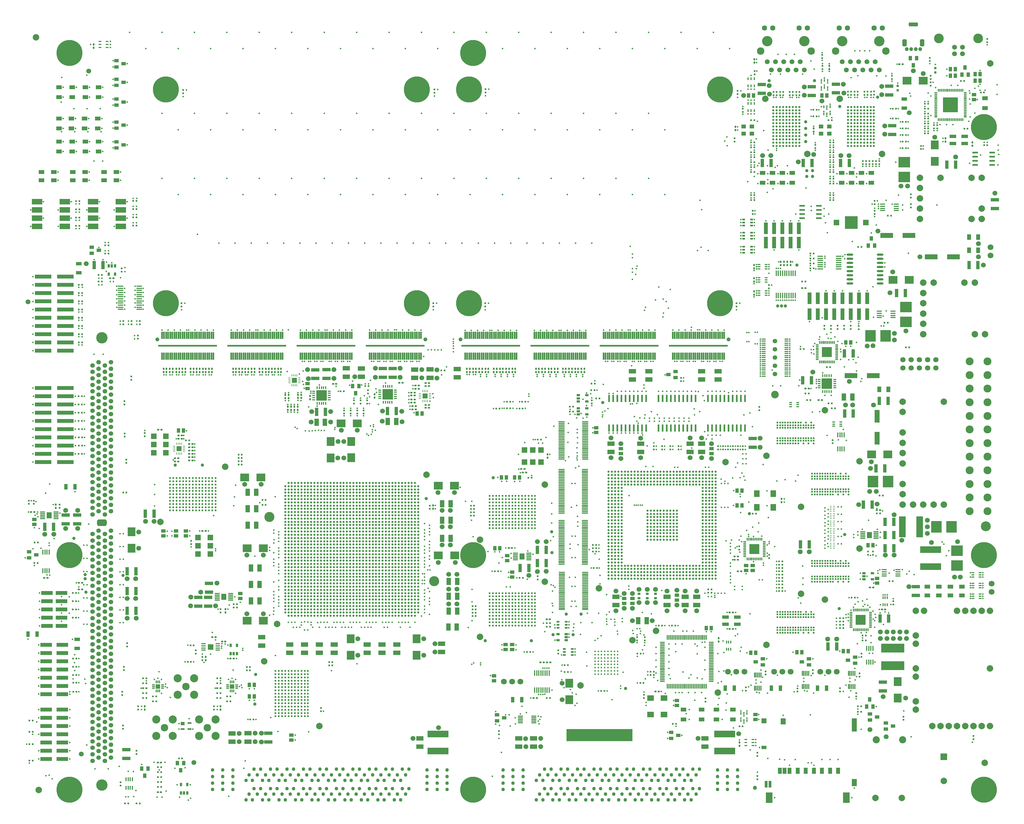
<source format=gts>
%FSLAX25Y25*%
%MOIN*%
G70*
G01*
G75*
G04 Layer_Color=8388736*
%ADD10C,0.00500*%
%ADD11C,0.00500*%
G04:AMPARAMS|DCode=12|XSize=19.69mil|YSize=23.62mil|CornerRadius=4.92mil|HoleSize=0mil|Usage=FLASHONLY|Rotation=270.000|XOffset=0mil|YOffset=0mil|HoleType=Round|Shape=RoundedRectangle|*
%AMROUNDEDRECTD12*
21,1,0.01969,0.01378,0,0,270.0*
21,1,0.00984,0.02362,0,0,270.0*
1,1,0.00984,-0.00689,-0.00492*
1,1,0.00984,-0.00689,0.00492*
1,1,0.00984,0.00689,0.00492*
1,1,0.00984,0.00689,-0.00492*
%
%ADD12ROUNDEDRECTD12*%
%ADD13R,0.02362X0.02362*%
%ADD14R,0.09449X0.10827*%
%ADD15R,0.02362X0.02362*%
%ADD16R,0.02756X0.03937*%
%ADD17R,0.03347X0.01378*%
%ADD18C,0.03937*%
%ADD19C,0.01969*%
%ADD20R,0.02362X0.08858*%
%ADD21R,0.06299X0.01772*%
%ADD22R,0.03347X0.01969*%
%ADD23R,0.04331X0.10236*%
G04:AMPARAMS|DCode=24|XSize=19.69mil|YSize=23.62mil|CornerRadius=4.92mil|HoleSize=0mil|Usage=FLASHONLY|Rotation=180.000|XOffset=0mil|YOffset=0mil|HoleType=Round|Shape=RoundedRectangle|*
%AMROUNDEDRECTD24*
21,1,0.01969,0.01378,0,0,180.0*
21,1,0.00984,0.02362,0,0,180.0*
1,1,0.00984,-0.00492,0.00689*
1,1,0.00984,0.00492,0.00689*
1,1,0.00984,0.00492,-0.00689*
1,1,0.00984,-0.00492,-0.00689*
%
%ADD24ROUNDEDRECTD24*%
%ADD25R,0.03740X0.07874*%
%ADD26R,0.06299X0.07362*%
%ADD27R,0.05906X0.04331*%
%ADD28R,0.05906X0.06496*%
%ADD29R,0.06102X0.16417*%
%ADD30R,0.06102X0.08661*%
%ADD31R,0.04724X0.07677*%
%ADD32R,0.08268X0.12598*%
%ADD33R,0.07087X0.04528*%
%ADD34O,0.06102X0.00984*%
%ADD35O,0.00984X0.06102*%
%ADD36R,0.20000X0.05000*%
%ADD37R,0.03937X0.07087*%
%ADD38R,0.14488X0.05000*%
%ADD39R,0.05000X0.01693*%
%ADD40C,0.01772*%
%ADD41R,0.05000X0.14488*%
%ADD42R,0.10236X0.04331*%
%ADD43R,0.05512X0.03937*%
%ADD44R,0.04331X0.05512*%
%ADD45R,0.01181X0.06496*%
%ADD46R,0.08661X0.05709*%
%ADD47R,0.10827X0.09449*%
%ADD48R,0.03937X0.02756*%
%ADD49R,0.05709X0.08661*%
%ADD50R,0.07874X0.04331*%
%ADD51R,0.04331X0.05315*%
%ADD52R,0.15748X0.05906*%
%ADD53R,0.05906X0.15748*%
%ADD54R,0.05315X0.04331*%
%ADD55R,0.06693X0.01378*%
%ADD56R,0.05512X0.04724*%
%ADD57R,0.02165X0.00787*%
%ADD58R,0.05512X0.04331*%
%ADD59R,0.03150X0.03150*%
%ADD60R,0.05118X0.02362*%
%ADD61R,0.05118X0.03937*%
%ADD62R,0.04528X0.06693*%
%ADD63O,0.08071X0.02362*%
%ADD64R,0.06890X0.01181*%
%ADD65R,0.25394X0.07874*%
%ADD66R,0.07874X0.25394*%
%ADD67R,0.07087X0.03937*%
%ADD68R,0.06693X0.04528*%
%ADD69R,0.03347X0.03150*%
%ADD70R,0.13976X0.12598*%
%ADD71R,0.12598X0.13976*%
%ADD72R,0.27953X0.11024*%
%ADD73R,0.07047X0.05000*%
%ADD74R,0.12500X0.07008*%
%ADD75R,0.07087X0.02362*%
%ADD76R,0.06496X0.01181*%
%ADD77R,0.01378X0.07087*%
%ADD78R,0.01772X0.06299*%
%ADD79R,0.01772X0.07087*%
%ADD80R,0.01378X0.06102*%
%ADD81R,0.01378X0.03347*%
%ADD82R,0.07087X0.07087*%
%ADD83R,0.07087X0.07087*%
%ADD84R,0.07087X0.07874*%
%ADD85R,0.07874X0.07087*%
%ADD86R,0.03937X0.05512*%
%ADD87R,0.80000X0.15000*%
%ADD88R,0.01654X0.04803*%
%ADD89R,0.01600X0.08500*%
%ADD90R,0.71000X0.02000*%
%ADD91R,0.15590X0.15590*%
%ADD92R,0.03740X0.01378*%
%ADD93R,0.01378X0.03740*%
%ADD94R,0.12992X0.12992*%
%ADD95R,0.12992X0.12992*%
%ADD96R,0.01102X0.03347*%
%ADD97R,0.03347X0.01102*%
%ADD98R,0.11811X0.11811*%
%ADD99R,0.17716X0.17716*%
%ADD100R,0.03150X0.01181*%
%ADD101R,0.01181X0.03150*%
%ADD102R,0.11811X0.11811*%
%ADD103R,0.06181X0.07402*%
%ADD104R,0.03740X0.01181*%
%ADD105R,0.01181X0.03740*%
%ADD106R,0.05512X0.05512*%
%ADD107R,0.05512X0.01575*%
%ADD108R,0.03150X0.01102*%
%ADD109R,0.01102X0.03150*%
%ADD110R,0.06299X0.06299*%
%ADD111R,0.06299X0.06299*%
%ADD112C,0.01200*%
%ADD113C,0.01000*%
%ADD114C,0.00800*%
%ADD115C,0.00600*%
%ADD116C,0.02000*%
%ADD117C,0.02500*%
%ADD118C,0.05000*%
%ADD119C,0.10000*%
%ADD120C,0.01500*%
%ADD121R,0.11500X0.04000*%
%ADD122C,0.07087*%
%ADD123C,0.07874*%
%ADD124C,0.05906*%
%ADD125C,0.11811*%
%ADD126C,0.12205*%
%ADD127C,0.06437*%
%ADD128C,0.05591*%
%ADD129C,0.09252*%
%ADD130C,0.05512*%
G04:AMPARAMS|DCode=131|XSize=78.74mil|YSize=118.11mil|CornerRadius=19.69mil|HoleSize=0mil|Usage=FLASHONLY|Rotation=270.000|XOffset=0mil|YOffset=0mil|HoleType=Round|Shape=RoundedRectangle|*
%AMROUNDEDRECTD131*
21,1,0.07874,0.07874,0,0,270.0*
21,1,0.03937,0.11811,0,0,270.0*
1,1,0.03937,-0.03937,-0.01969*
1,1,0.03937,-0.03937,0.01969*
1,1,0.03937,0.03937,0.01969*
1,1,0.03937,0.03937,-0.01969*
%
%ADD131ROUNDEDRECTD131*%
%ADD132C,0.13780*%
%ADD133C,0.09055*%
%ADD134C,0.09843*%
%ADD135C,0.08661*%
%ADD136R,0.07874X0.07874*%
%ADD137C,0.04331*%
G04:AMPARAMS|DCode=138|XSize=47.24mil|YSize=110.24mil|CornerRadius=11.81mil|HoleSize=0mil|Usage=FLASHONLY|Rotation=270.000|XOffset=0mil|YOffset=0mil|HoleType=Round|Shape=RoundedRectangle|*
%AMROUNDEDRECTD138*
21,1,0.04724,0.08661,0,0,270.0*
21,1,0.02362,0.11024,0,0,270.0*
1,1,0.02362,-0.04331,-0.01181*
1,1,0.02362,-0.04331,0.01181*
1,1,0.02362,0.04331,0.01181*
1,1,0.02362,0.04331,-0.01181*
%
%ADD138ROUNDEDRECTD138*%
G04:AMPARAMS|DCode=139|XSize=51.18mil|YSize=86.61mil|CornerRadius=12.8mil|HoleSize=0mil|Usage=FLASHONLY|Rotation=180.000|XOffset=0mil|YOffset=0mil|HoleType=Round|Shape=RoundedRectangle|*
%AMROUNDEDRECTD139*
21,1,0.05118,0.06102,0,0,180.0*
21,1,0.02559,0.08661,0,0,180.0*
1,1,0.02559,-0.01280,0.03051*
1,1,0.02559,0.01280,0.03051*
1,1,0.02559,0.01280,-0.03051*
1,1,0.02559,-0.01280,-0.03051*
%
%ADD139ROUNDEDRECTD139*%
%ADD140C,0.04724*%
%ADD141C,0.31496*%
%ADD142C,0.12598*%
%ADD143C,0.06378*%
%ADD144C,0.09646*%
%ADD145C,0.12000*%
%ADD146C,0.04500*%
%ADD147C,0.01900*%
%ADD148C,0.01940*%
%ADD149C,0.02000*%
%ADD150C,0.05000*%
%ADD151C,0.01860*%
%ADD152C,0.02598*%
%ADD153C,0.04000*%
%ADD154C,0.06771*%
%ADD155C,0.04409*%
%ADD156C,0.07164*%
G04:AMPARAMS|DCode=157|XSize=107.244mil|YSize=107.244mil|CornerRadius=0mil|HoleSize=0mil|Usage=FLASHONLY|Rotation=0.000|XOffset=0mil|YOffset=0mil|HoleType=Round|Shape=Relief|Width=15mil|Gap=10mil|Entries=4|*
%AMTHD157*
7,0,0,0.10724,0.08724,0.01500,45*
%
%ADD157THD157*%
%ADD158C,0.06062*%
G04:AMPARAMS|DCode=159|XSize=96.221mil|YSize=96.221mil|CornerRadius=0mil|HoleSize=0mil|Usage=FLASHONLY|Rotation=0.000|XOffset=0mil|YOffset=0mil|HoleType=Round|Shape=Relief|Width=15mil|Gap=10mil|Entries=4|*
%AMTHD159*
7,0,0,0.09622,0.07622,0.01500,45*
%
%ADD159THD159*%
%ADD160C,0.11495*%
%ADD161C,0.15038*%
%ADD162C,0.06377*%
G04:AMPARAMS|DCode=163|XSize=99.37mil|YSize=99.37mil|CornerRadius=0mil|HoleSize=0mil|Usage=FLASHONLY|Rotation=0.000|XOffset=0mil|YOffset=0mil|HoleType=Round|Shape=Relief|Width=15mil|Gap=10mil|Entries=4|*
%AMTHD163*
7,0,0,0.09937,0.07937,0.01500,45*
%
%ADD163THD163*%
G04:AMPARAMS|DCode=164|XSize=92.284mil|YSize=92.284mil|CornerRadius=0mil|HoleSize=0mil|Usage=FLASHONLY|Rotation=0.000|XOffset=0mil|YOffset=0mil|HoleType=Round|Shape=Relief|Width=15mil|Gap=10mil|Entries=4|*
%AMTHD164*
7,0,0,0.09228,0.07228,0.01500,45*
%
%ADD164THD164*%
%ADD165C,0.11889*%
%ADD166C,0.05196*%
G04:AMPARAMS|DCode=167|XSize=87.559mil|YSize=87.559mil|CornerRadius=0mil|HoleSize=0mil|Usage=FLASHONLY|Rotation=0.000|XOffset=0mil|YOffset=0mil|HoleType=Round|Shape=Relief|Width=15mil|Gap=10mil|Entries=4|*
%AMTHD167*
7,0,0,0.08756,0.06756,0.01500,45*
%
%ADD167THD167*%
%ADD168O,0.12204X0.09133*%
%ADD169C,0.12086*%
%ADD170C,0.08346*%
G04:AMPARAMS|DCode=171|XSize=126.929mil|YSize=126.929mil|CornerRadius=0mil|HoleSize=0mil|Usage=FLASHONLY|Rotation=0.000|XOffset=0mil|YOffset=0mil|HoleType=Round|Shape=Relief|Width=15mil|Gap=10mil|Entries=4|*
%AMTHD171*
7,0,0,0.12693,0.10693,0.01500,45*
%
%ADD171THD171*%
G04:AMPARAMS|DCode=172|XSize=103.307mil|YSize=103.307mil|CornerRadius=0mil|HoleSize=0mil|Usage=FLASHONLY|Rotation=0.000|XOffset=0mil|YOffset=0mil|HoleType=Round|Shape=Relief|Width=15mil|Gap=10mil|Entries=4|*
%AMTHD172*
7,0,0,0.10331,0.08331,0.01500,45*
%
%ADD172THD172*%
%ADD173C,0.05983*%
G04:AMPARAMS|DCode=174|XSize=95.433mil|YSize=95.433mil|CornerRadius=0mil|HoleSize=0mil|Usage=FLASHONLY|Rotation=0.000|XOffset=0mil|YOffset=0mil|HoleType=Round|Shape=Relief|Width=15mil|Gap=10mil|Entries=4|*
%AMTHD174*
7,0,0,0.09543,0.07543,0.01500,45*
%
%ADD174THD174*%
%ADD175C,0.04802*%
G04:AMPARAMS|DCode=176|XSize=83.622mil|YSize=83.622mil|CornerRadius=0mil|HoleSize=0mil|Usage=FLASHONLY|Rotation=0.000|XOffset=0mil|YOffset=0mil|HoleType=Round|Shape=Relief|Width=15mil|Gap=10mil|Entries=4|*
%AMTHD176*
7,0,0,0.08362,0.06362,0.01500,45*
%
%ADD176THD176*%
%AMTHOVALD177*
21,1,0.06299,0.09150,0,0,360.0*
1,1,0.09150,-0.03150,0.00000*
1,1,0.09150,0.03150,0.00000*
21,0,0.06299,0.07150,0,0,360.0*
1,0,0.07150,-0.03150,0.00000*
1,0,0.07150,0.03150,0.00000*
4,0,4,-0.02619,-0.00530,-0.05854,-0.03765,-0.06915,-0.02705,-0.03680,0.00530,-0.02619,-0.00530,0.0*
4,0,4,0.03680,-0.00530,0.06915,0.02705,0.05854,0.03765,0.02619,0.00530,0.03680,-0.00530,0.0*
4,0,4,-0.03680,-0.00530,-0.06915,0.02705,-0.05854,0.03765,-0.02619,0.00530,-0.03680,-0.00530,0.0*
4,0,4,0.02619,-0.00530,0.05854,-0.03765,0.06915,-0.02705,0.03680,0.00530,0.02619,-0.00530,0.0*
%
%ADD177THOVALD177*%

%AMTHOVALD178*
21,1,0.03543,0.09937,0,0,270.0*
1,1,0.09937,0.00000,0.01772*
1,1,0.09937,0.00000,-0.01772*
21,0,0.03543,0.07937,0,0,270.0*
1,0,0.07937,0.00000,0.01772*
1,0,0.07937,0.00000,-0.01772*
4,0,4,-0.00530,0.01241,-0.04044,0.04755,-0.02983,0.05815,0.00530,0.02302,-0.00530,0.01241,0.0*
4,0,4,-0.00530,-0.02302,0.02983,-0.05815,0.04044,-0.04755,0.00530,-0.01241,-0.00530,-0.02302,0.0*
4,0,4,-0.00530,0.02302,0.02983,0.05815,0.04044,0.04755,0.00530,0.01241,-0.00530,0.02302,0.0*
4,0,4,-0.00530,-0.01241,-0.04044,-0.04755,-0.02983,-0.05815,0.00530,-0.02302,-0.00530,-0.01241,0.0*
%
%ADD178THOVALD178*%

%ADD179C,0.05590*%
G04:AMPARAMS|DCode=180|XSize=91.496mil|YSize=91.496mil|CornerRadius=0mil|HoleSize=0mil|Usage=FLASHONLY|Rotation=0.000|XOffset=0mil|YOffset=0mil|HoleType=Round|Shape=Relief|Width=15mil|Gap=10mil|Entries=4|*
%AMTHD180*
7,0,0,0.09150,0.07150,0.01500,45*
%
%ADD180THD180*%
G04:AMPARAMS|DCode=181|XSize=210mil|YSize=210mil|CornerRadius=0mil|HoleSize=0mil|Usage=FLASHONLY|Rotation=0.000|XOffset=0mil|YOffset=0mil|HoleType=Round|Shape=Relief|Width=15mil|Gap=10mil|Entries=4|*
%AMTHD181*
7,0,0,0.21000,0.19000,0.01500,45*
%
%ADD181THD181*%
%ADD182C,0.17440*%
%ADD183C,0.15235*%
G04:AMPARAMS|DCode=184|XSize=122.992mil|YSize=122.992mil|CornerRadius=0mil|HoleSize=0mil|Usage=FLASHONLY|Rotation=0.000|XOffset=0mil|YOffset=0mil|HoleType=Round|Shape=Relief|Width=15mil|Gap=10mil|Entries=4|*
%AMTHD184*
7,0,0,0.12299,0.10299,0.01500,45*
%
%ADD184THD184*%
G04:AMPARAMS|DCode=185|XSize=100.157mil|YSize=100.157mil|CornerRadius=0mil|HoleSize=0mil|Usage=FLASHONLY|Rotation=0.000|XOffset=0mil|YOffset=0mil|HoleType=Round|Shape=Relief|Width=15mil|Gap=10mil|Entries=4|*
%AMTHD185*
7,0,0,0.10016,0.08016,0.01500,45*
%
%ADD185THD185*%
%ADD186C,0.06456*%
G04:AMPARAMS|DCode=187|XSize=117.087mil|YSize=117.087mil|CornerRadius=0mil|HoleSize=0mil|Usage=FLASHONLY|Rotation=0.000|XOffset=0mil|YOffset=0mil|HoleType=Round|Shape=Relief|Width=15mil|Gap=10mil|Entries=4|*
%AMTHD187*
7,0,0,0.11709,0.09709,0.01500,45*
%
%ADD187THD187*%
%ADD188C,0.08149*%
%ADD189C,0.14743*%
%ADD190C,0.07040*%
%ADD191C,0.03440*%
%ADD192C,0.03739*%
%ADD193C,0.00380*%
%ADD194C,0.00394*%
%ADD195C,0.22874*%
%ADD196C,0.00380*%
%ADD197C,0.07000*%
%ADD198C,0.05668*%
%ADD199C,0.09133*%
%ADD200O,0.11889X0.05590*%
%ADD201O,0.06377X0.09920*%
%ADD202C,0.08739*%
%ADD203C,0.05240*%
%ADD204C,0.03444*%
%ADD205R,0.00787X0.02165*%
%ADD206C,0.00984*%
%ADD207C,0.02362*%
%ADD208C,0.00787*%
%ADD209C,0.06000*%
%ADD210C,0.00100*%
%ADD211C,0.00300*%
%ADD212C,0.00315*%
%ADD213C,0.00900*%
%ADD214C,0.00591*%
%ADD215R,0.09095X0.09095*%
%ADD216R,0.09095X0.09095*%
%ADD217R,0.08268X0.08268*%
%ADD218R,0.12402X0.12402*%
%ADD219R,0.08268X0.08268*%
%ADD220R,0.03961X0.05181*%
%ADD221R,0.03858X0.03858*%
%ADD222R,0.04961X0.04961*%
%ADD223R,0.04409X0.04409*%
%ADD224R,0.04409X0.04409*%
%ADD225C,0.07874*%
%ADD226O,0.06502X0.01384*%
%ADD227O,0.01384X0.06502*%
%ADD228C,0.02372*%
%ADD229C,0.02569*%
%ADD230R,0.07290X0.01581*%
%ADD231R,0.02000X0.08900*%
%ADD232R,0.71400X0.02400*%
%ADD233R,0.01502X0.03747*%
%ADD234R,0.03747X0.01502*%
%ADD235R,0.12211X0.12211*%
%ADD236R,0.18116X0.18116*%
%ADD237R,0.03550X0.01581*%
%ADD238R,0.01581X0.03550*%
%ADD239R,0.12211X0.12211*%
%ADD240C,0.04900*%
D12*
X647968Y232000D02*
D03*
X644031D02*
D03*
X253969Y205000D02*
D03*
X250031D02*
D03*
X192831Y423780D02*
D03*
X196768D02*
D03*
X192831Y427780D02*
D03*
X196768D02*
D03*
X469068Y519299D02*
D03*
X465131D02*
D03*
X388668Y517899D02*
D03*
X384731D02*
D03*
X958331Y512299D02*
D03*
X962268D02*
D03*
X974331Y498299D02*
D03*
X978268D02*
D03*
X34331Y282299D02*
D03*
X38268D02*
D03*
X632268Y136299D02*
D03*
X628331D02*
D03*
X114331Y646299D02*
D03*
X118268D02*
D03*
X501268Y515299D02*
D03*
X497331D02*
D03*
X1072331Y906299D02*
D03*
X1076268D02*
D03*
X866331Y240299D02*
D03*
X870268D02*
D03*
Y220299D02*
D03*
X866331D02*
D03*
X958268Y634299D02*
D03*
X954331D02*
D03*
X876331Y290299D02*
D03*
X880268D02*
D03*
X872331Y308299D02*
D03*
X876268D02*
D03*
X872331Y304299D02*
D03*
X876268D02*
D03*
X1044831Y364599D02*
D03*
X1048768D02*
D03*
X780268Y144299D02*
D03*
X776331D02*
D03*
X210331Y424799D02*
D03*
X214268D02*
D03*
X210331Y428799D02*
D03*
X214268D02*
D03*
X201068Y451431D02*
D03*
X197131D02*
D03*
X201068Y455431D02*
D03*
X197131D02*
D03*
X210331Y432799D02*
D03*
X214268D02*
D03*
X617268Y414480D02*
D03*
X613331D02*
D03*
X210331Y436799D02*
D03*
X214268D02*
D03*
X619268Y410299D02*
D03*
X615331D02*
D03*
X210331Y440799D02*
D03*
X214268D02*
D03*
X210331Y444799D02*
D03*
X214268D02*
D03*
X172631Y462299D02*
D03*
X176568D02*
D03*
X598063Y318724D02*
D03*
X602000D02*
D03*
X18331Y362299D02*
D03*
X22268D02*
D03*
X76331Y276299D02*
D03*
X80268D02*
D03*
X76331Y268299D02*
D03*
X80268D02*
D03*
X244331Y148299D02*
D03*
X248268D02*
D03*
X154331D02*
D03*
X158268D02*
D03*
X264268Y184299D02*
D03*
X260331D02*
D03*
X242268Y210299D02*
D03*
X238331D02*
D03*
X226331Y339299D02*
D03*
X230268D02*
D03*
X501268Y518799D02*
D03*
X497331D02*
D03*
X501268Y492299D02*
D03*
X497331D02*
D03*
X501268Y488799D02*
D03*
X497331D02*
D03*
X488768Y515799D02*
D03*
X484831D02*
D03*
X488768Y511799D02*
D03*
X484831D02*
D03*
X483768Y507299D02*
D03*
X479831D02*
D03*
X483768Y503799D02*
D03*
X479831D02*
D03*
X483768Y498799D02*
D03*
X479831D02*
D03*
X483768Y495299D02*
D03*
X479831D02*
D03*
X485268Y490799D02*
D03*
X481331D02*
D03*
X485268Y486999D02*
D03*
X481331D02*
D03*
X1040469Y270500D02*
D03*
X1036532D02*
D03*
X636531Y179500D02*
D03*
X640469D02*
D03*
X644531D02*
D03*
X648468D02*
D03*
X1054968Y244000D02*
D03*
X1051031D02*
D03*
X175969Y58000D02*
D03*
X172031D02*
D03*
X175969Y22000D02*
D03*
X172031D02*
D03*
D13*
X585064Y290306D02*
D03*
X581127D02*
D03*
X22632Y325400D02*
D03*
X26568D02*
D03*
X130032Y386000D02*
D03*
X133968D02*
D03*
X1154968Y828000D02*
D03*
X1151031D02*
D03*
X302969Y377000D02*
D03*
X299031D02*
D03*
X299031Y371000D02*
D03*
X302969D02*
D03*
X1171031Y872000D02*
D03*
X1174969D02*
D03*
X80237Y463000D02*
D03*
X76300D02*
D03*
X80237Y453000D02*
D03*
X76300D02*
D03*
X80237Y443000D02*
D03*
X76300D02*
D03*
X79937Y433000D02*
D03*
X76000D02*
D03*
X383968Y180000D02*
D03*
X380031D02*
D03*
X383968Y176000D02*
D03*
X380031D02*
D03*
X280031Y174000D02*
D03*
X283968D02*
D03*
X280031Y170000D02*
D03*
X283968D02*
D03*
X16331Y60299D02*
D03*
X20268D02*
D03*
X20268Y80299D02*
D03*
X16331D02*
D03*
X20268Y95299D02*
D03*
X16331D02*
D03*
X20268Y108799D02*
D03*
X16331D02*
D03*
X896268Y741299D02*
D03*
X892331D02*
D03*
Y838299D02*
D03*
X896268D02*
D03*
X971768Y843099D02*
D03*
X967831D02*
D03*
X992268Y741299D02*
D03*
X988331D02*
D03*
X986331Y838299D02*
D03*
X990268D02*
D03*
X1118268Y832299D02*
D03*
X1114331D02*
D03*
X1118268Y828299D02*
D03*
X1114331D02*
D03*
X994268Y488299D02*
D03*
X990331D02*
D03*
X990268Y494299D02*
D03*
X986331D02*
D03*
X1048768Y360599D02*
D03*
X1044831D02*
D03*
X1026268Y684299D02*
D03*
X1022331D02*
D03*
X1058268Y592299D02*
D03*
X1054331D02*
D03*
X1027512Y206299D02*
D03*
X1031449D02*
D03*
X648268Y136299D02*
D03*
X644331D02*
D03*
X968268Y658299D02*
D03*
X964331D02*
D03*
X968268Y664299D02*
D03*
X964331D02*
D03*
X968268Y670299D02*
D03*
X964331D02*
D03*
X968268Y676299D02*
D03*
X964331D02*
D03*
X176268Y52299D02*
D03*
X172331D02*
D03*
X176268Y46299D02*
D03*
X172331D02*
D03*
X76868Y710099D02*
D03*
X72931D02*
D03*
X76868Y720099D02*
D03*
X72931D02*
D03*
X76868Y730099D02*
D03*
X72931D02*
D03*
X76868Y740099D02*
D03*
X72931D02*
D03*
X704268Y318299D02*
D03*
X700331D02*
D03*
X704268Y314299D02*
D03*
X700331D02*
D03*
X704268Y322299D02*
D03*
X700331D02*
D03*
X158268Y160299D02*
D03*
X154331D02*
D03*
X158268Y136299D02*
D03*
X154331D02*
D03*
X170268Y132299D02*
D03*
X166331D02*
D03*
X248268Y160299D02*
D03*
X244331D02*
D03*
X248268Y136299D02*
D03*
X244331D02*
D03*
X256331Y138299D02*
D03*
X260268D02*
D03*
X260268Y132299D02*
D03*
X256331D02*
D03*
X770331Y168299D02*
D03*
X774268D02*
D03*
X104268Y642299D02*
D03*
X100331D02*
D03*
X136268Y8299D02*
D03*
X132331D02*
D03*
X150268D02*
D03*
X146331D02*
D03*
X930236Y294299D02*
D03*
X926299D02*
D03*
X930268Y290299D02*
D03*
X926331D02*
D03*
X930268Y270299D02*
D03*
X926331D02*
D03*
X930268Y266299D02*
D03*
X926331D02*
D03*
X930268Y274299D02*
D03*
X926331D02*
D03*
X930268Y278299D02*
D03*
X926331D02*
D03*
X930236Y298299D02*
D03*
X926299D02*
D03*
X930236Y302299D02*
D03*
X926299D02*
D03*
X930268Y286299D02*
D03*
X926331D02*
D03*
X930268Y282299D02*
D03*
X926331D02*
D03*
X1021931Y126118D02*
D03*
X1025868D02*
D03*
X176268Y40299D02*
D03*
X172331D02*
D03*
X176268Y28299D02*
D03*
X172331D02*
D03*
X176268Y34299D02*
D03*
X172331D02*
D03*
X1064268Y278299D02*
D03*
X1060331D02*
D03*
X1062268Y722299D02*
D03*
X1058331D02*
D03*
X1080268Y820299D02*
D03*
X1076331D02*
D03*
X714268Y144799D02*
D03*
X710331D02*
D03*
X964268Y498299D02*
D03*
X960331D02*
D03*
X1018268Y258299D02*
D03*
X1014331D02*
D03*
X698531Y518299D02*
D03*
X702468D02*
D03*
X708268Y500299D02*
D03*
X704331D02*
D03*
X800268Y224299D02*
D03*
X796331D02*
D03*
X397768Y508799D02*
D03*
X393831D02*
D03*
X1080331Y562299D02*
D03*
X1084268D02*
D03*
X958331Y506299D02*
D03*
X962268D02*
D03*
X1048331Y382299D02*
D03*
X1052268D02*
D03*
X1025868Y119699D02*
D03*
X1021931D02*
D03*
X100331Y650299D02*
D03*
X104268D02*
D03*
X1000331Y233299D02*
D03*
X1004268D02*
D03*
X1000331Y229299D02*
D03*
X1004268D02*
D03*
X1000331Y225299D02*
D03*
X1004268D02*
D03*
X1000331Y221299D02*
D03*
X1004268D02*
D03*
X1027512Y212299D02*
D03*
X1031449D02*
D03*
X984331Y538299D02*
D03*
X988268D02*
D03*
X952331Y560299D02*
D03*
X956268D02*
D03*
X108331Y676299D02*
D03*
X112268D02*
D03*
X108331Y686299D02*
D03*
X112268D02*
D03*
X954331Y642299D02*
D03*
X958268D02*
D03*
X881969Y102000D02*
D03*
X878032D02*
D03*
X894331Y360299D02*
D03*
X898268D02*
D03*
X701331Y294299D02*
D03*
X705268D02*
D03*
X774268Y164299D02*
D03*
X770331D02*
D03*
X1103331Y858299D02*
D03*
X1107268D02*
D03*
X1103331Y852299D02*
D03*
X1107268D02*
D03*
X1103331Y846299D02*
D03*
X1107268D02*
D03*
X1146831Y885799D02*
D03*
X1150768D02*
D03*
X1103331Y840299D02*
D03*
X1107268D02*
D03*
X1103331Y834299D02*
D03*
X1107268D02*
D03*
X1103331Y828299D02*
D03*
X1107268D02*
D03*
X1103331Y822299D02*
D03*
X1107268D02*
D03*
X22331Y300299D02*
D03*
X26268D02*
D03*
X595931Y496199D02*
D03*
X599868D02*
D03*
X611031Y488099D02*
D03*
X614968D02*
D03*
X614331Y496299D02*
D03*
X618268D02*
D03*
X582931Y488099D02*
D03*
X586868D02*
D03*
X595931Y488199D02*
D03*
X599868D02*
D03*
X142331Y710299D02*
D03*
X146268D02*
D03*
X142331Y720299D02*
D03*
X146268D02*
D03*
X142331Y730299D02*
D03*
X146268D02*
D03*
X142331Y740299D02*
D03*
X146268D02*
D03*
X1064331Y840299D02*
D03*
X1068268D02*
D03*
X210268Y449299D02*
D03*
X206331D02*
D03*
X672331Y490299D02*
D03*
X676268D02*
D03*
X988331Y747299D02*
D03*
X992268D02*
D03*
X988331Y811299D02*
D03*
X992268D02*
D03*
X988331Y805299D02*
D03*
X992268D02*
D03*
X988331Y799299D02*
D03*
X992268D02*
D03*
X988331Y767299D02*
D03*
X992268D02*
D03*
X988331Y793299D02*
D03*
X992268D02*
D03*
X988331Y787299D02*
D03*
X992268D02*
D03*
X988331Y761299D02*
D03*
X992268D02*
D03*
X988331Y781299D02*
D03*
X992268D02*
D03*
X988331Y775299D02*
D03*
X992268D02*
D03*
X1064331Y852299D02*
D03*
X1068268D02*
D03*
X702268Y510299D02*
D03*
X698331D02*
D03*
X672331Y484299D02*
D03*
X676268D02*
D03*
X637268Y450299D02*
D03*
X633331D02*
D03*
X625768Y403799D02*
D03*
X621831D02*
D03*
X611331Y282299D02*
D03*
X615268D02*
D03*
X892331Y747299D02*
D03*
X896268D02*
D03*
X892331Y811299D02*
D03*
X896268D02*
D03*
X892331Y805299D02*
D03*
X896268D02*
D03*
X892331Y799299D02*
D03*
X896268D02*
D03*
X892331Y793299D02*
D03*
X896268D02*
D03*
X892331Y787299D02*
D03*
X896268D02*
D03*
X892331Y781299D02*
D03*
X896268D02*
D03*
X892331Y775299D02*
D03*
X896268D02*
D03*
X967831Y851099D02*
D03*
X971768D02*
D03*
X244331Y142299D02*
D03*
X248268D02*
D03*
X244331Y154299D02*
D03*
X248268D02*
D03*
X166331Y138299D02*
D03*
X170268D02*
D03*
X154331Y142299D02*
D03*
X158268D02*
D03*
X154331Y154299D02*
D03*
X158268D02*
D03*
X211731Y200399D02*
D03*
X215668D02*
D03*
X1076331Y836299D02*
D03*
X1080268D02*
D03*
X644331Y227299D02*
D03*
X648268D02*
D03*
X1076331Y828299D02*
D03*
X1080268D02*
D03*
X1076331Y812299D02*
D03*
X1080268D02*
D03*
X1076331Y804299D02*
D03*
X1080268D02*
D03*
X644331Y222799D02*
D03*
X648268D02*
D03*
X516331Y534299D02*
D03*
X520268D02*
D03*
X780331Y224299D02*
D03*
X784268D02*
D03*
X620331Y192299D02*
D03*
X624268D02*
D03*
X284331Y110299D02*
D03*
X288268D02*
D03*
X665831Y176299D02*
D03*
X669768D02*
D03*
X665831Y167799D02*
D03*
X669768D02*
D03*
X423831Y515299D02*
D03*
X427768D02*
D03*
X73299Y155000D02*
D03*
X69362D02*
D03*
X73299Y143892D02*
D03*
X69362D02*
D03*
X69299Y184299D02*
D03*
X73236D02*
D03*
X69299Y174299D02*
D03*
X73236D02*
D03*
X69299Y164299D02*
D03*
X73236D02*
D03*
X76000Y473000D02*
D03*
X79937D02*
D03*
X76000Y483000D02*
D03*
X79937D02*
D03*
X76000Y493000D02*
D03*
X79937D02*
D03*
X76000Y503000D02*
D03*
X79937D02*
D03*
X76299Y568299D02*
D03*
X80236D02*
D03*
X76299Y578299D02*
D03*
X80236D02*
D03*
X76299Y588299D02*
D03*
X80236D02*
D03*
X76299Y598299D02*
D03*
X80236D02*
D03*
X76299Y608299D02*
D03*
X80236D02*
D03*
X76299Y618299D02*
D03*
X80236D02*
D03*
X76299Y628299D02*
D03*
X80236D02*
D03*
X76299Y638299D02*
D03*
X80236D02*
D03*
X68999Y233999D02*
D03*
X72936D02*
D03*
X68899Y243999D02*
D03*
X72836D02*
D03*
X69000Y254000D02*
D03*
X72937D02*
D03*
X69000Y264000D02*
D03*
X72937D02*
D03*
X212299Y180299D02*
D03*
X208362D02*
D03*
X761668Y154699D02*
D03*
X757731D02*
D03*
X754331Y190299D02*
D03*
X758268D02*
D03*
X797299Y105099D02*
D03*
X801236D02*
D03*
X552032Y366000D02*
D03*
X555969D02*
D03*
X552032Y362000D02*
D03*
X555969D02*
D03*
X552032Y358000D02*
D03*
X555969D02*
D03*
X552032Y370000D02*
D03*
X555969D02*
D03*
X554032Y248000D02*
D03*
X557969D02*
D03*
X554032Y244000D02*
D03*
X557969D02*
D03*
X554032Y236000D02*
D03*
X557969D02*
D03*
X554032Y240000D02*
D03*
X557969D02*
D03*
X273969Y420000D02*
D03*
X270031D02*
D03*
X273969Y424000D02*
D03*
X270031D02*
D03*
X273969Y428000D02*
D03*
X270031D02*
D03*
X273969Y432000D02*
D03*
X270031D02*
D03*
X197731Y63000D02*
D03*
X201669D02*
D03*
X1175031Y808000D02*
D03*
X1178969D02*
D03*
D14*
X486299Y188358D02*
D03*
Y208240D02*
D03*
X406299Y188358D02*
D03*
Y208240D02*
D03*
X1115299Y808240D02*
D03*
Y788358D02*
D03*
X1070299Y136358D02*
D03*
Y156240D02*
D03*
X671499Y134358D02*
D03*
Y154240D02*
D03*
X381999Y447840D02*
D03*
Y427958D02*
D03*
X140299Y338240D02*
D03*
Y318358D02*
D03*
X406769Y448010D02*
D03*
Y428128D02*
D03*
D15*
X147799Y576768D02*
D03*
Y572831D02*
D03*
X914299Y306331D02*
D03*
Y310268D02*
D03*
X129000Y140032D02*
D03*
Y143968D02*
D03*
X130800Y170231D02*
D03*
Y174169D02*
D03*
X135000Y202969D02*
D03*
Y199031D02*
D03*
X140000Y526968D02*
D03*
Y523032D02*
D03*
X130000Y99032D02*
D03*
Y102969D02*
D03*
X131400Y493032D02*
D03*
Y496969D02*
D03*
X132000Y457768D02*
D03*
Y453831D02*
D03*
X134000Y422031D02*
D03*
Y425969D02*
D03*
X1098619Y807069D02*
D03*
Y803131D02*
D03*
X1179000Y933031D02*
D03*
Y936969D02*
D03*
X1109300Y910131D02*
D03*
Y914069D02*
D03*
X127000Y33968D02*
D03*
Y30031D02*
D03*
X837000Y135968D02*
D03*
Y132032D02*
D03*
X876000Y873969D02*
D03*
Y870032D02*
D03*
X203000Y874969D02*
D03*
Y871031D02*
D03*
X900000Y37532D02*
D03*
Y41469D02*
D03*
Y69968D02*
D03*
Y66031D02*
D03*
X948499Y144131D02*
D03*
Y148068D02*
D03*
X502209Y370114D02*
D03*
Y366177D02*
D03*
X807299Y521331D02*
D03*
Y525268D02*
D03*
X913999Y637968D02*
D03*
Y634031D02*
D03*
X840299Y264331D02*
D03*
Y268268D02*
D03*
X844299Y264331D02*
D03*
Y268268D02*
D03*
X1019799Y142268D02*
D03*
Y138331D02*
D03*
X226299Y186268D02*
D03*
Y182331D02*
D03*
X156299Y454231D02*
D03*
Y458168D02*
D03*
X698899Y498068D02*
D03*
Y494131D02*
D03*
X427299Y510268D02*
D03*
Y506331D02*
D03*
X1086299Y736268D02*
D03*
Y732331D02*
D03*
Y744331D02*
D03*
Y748268D02*
D03*
X1077299Y109831D02*
D03*
Y113768D02*
D03*
X1162299Y86331D02*
D03*
Y90268D02*
D03*
X586299Y92331D02*
D03*
Y96268D02*
D03*
X909799Y164831D02*
D03*
Y168768D02*
D03*
X885799Y145331D02*
D03*
Y149268D02*
D03*
X967299Y166331D02*
D03*
Y170268D02*
D03*
X1023799Y162331D02*
D03*
Y166268D02*
D03*
X1000299Y144331D02*
D03*
Y148268D02*
D03*
X991299Y449768D02*
D03*
Y445831D02*
D03*
X1026299Y190268D02*
D03*
Y186331D02*
D03*
X128299Y654331D02*
D03*
Y658268D02*
D03*
X1042299Y740268D02*
D03*
Y736331D02*
D03*
X146299Y72268D02*
D03*
Y68331D02*
D03*
X1042299Y728268D02*
D03*
Y724331D02*
D03*
X753799Y210268D02*
D03*
Y206331D02*
D03*
X763299Y210268D02*
D03*
Y206331D02*
D03*
X1110299Y888331D02*
D03*
Y892268D02*
D03*
X774299Y442268D02*
D03*
Y438331D02*
D03*
X784299Y442268D02*
D03*
Y438331D02*
D03*
X804299Y442268D02*
D03*
Y438331D02*
D03*
X794299Y442268D02*
D03*
Y438331D02*
D03*
X878000Y320469D02*
D03*
Y316532D02*
D03*
X1034299Y314268D02*
D03*
Y310331D02*
D03*
X1040299Y314268D02*
D03*
Y310331D02*
D03*
X762299Y140268D02*
D03*
Y136331D02*
D03*
X858299Y442268D02*
D03*
Y438331D02*
D03*
X876299Y442268D02*
D03*
Y438331D02*
D03*
X870299Y442268D02*
D03*
Y438331D02*
D03*
X852299Y442268D02*
D03*
Y438331D02*
D03*
X882299Y442268D02*
D03*
Y438331D02*
D03*
X864299Y442268D02*
D03*
Y438331D02*
D03*
X1009999Y869031D02*
D03*
Y872968D02*
D03*
X1013599Y869031D02*
D03*
Y872968D02*
D03*
X1017999Y869031D02*
D03*
Y872968D02*
D03*
X1021599Y869031D02*
D03*
Y872968D02*
D03*
X1029799Y869031D02*
D03*
Y872968D02*
D03*
X1033399Y869031D02*
D03*
Y872968D02*
D03*
X1037799Y869031D02*
D03*
Y872968D02*
D03*
X1041399Y869231D02*
D03*
Y873168D02*
D03*
X1039799Y788768D02*
D03*
Y784831D02*
D03*
X1027799Y788768D02*
D03*
Y784831D02*
D03*
X1035799Y788768D02*
D03*
Y784831D02*
D03*
X1031799Y788768D02*
D03*
Y784831D02*
D03*
X1063299Y892268D02*
D03*
Y888331D02*
D03*
X1043799Y788768D02*
D03*
Y784831D02*
D03*
X1047799Y788768D02*
D03*
Y784831D02*
D03*
X978799Y904268D02*
D03*
Y900331D02*
D03*
X414199Y485768D02*
D03*
Y481831D02*
D03*
X398199Y485768D02*
D03*
Y481831D02*
D03*
X421899Y485768D02*
D03*
Y481831D02*
D03*
X406199D02*
D03*
Y485768D02*
D03*
X418299Y497868D02*
D03*
Y493931D02*
D03*
X426299Y497868D02*
D03*
Y493931D02*
D03*
X410299Y493931D02*
D03*
Y497868D02*
D03*
X872299Y812331D02*
D03*
Y816268D02*
D03*
X633299Y280331D02*
D03*
Y284268D02*
D03*
X212499Y323231D02*
D03*
Y327168D02*
D03*
X248299Y240331D02*
D03*
Y244268D02*
D03*
X264299Y250268D02*
D03*
Y246331D02*
D03*
X268299Y250268D02*
D03*
Y246331D02*
D03*
X21480Y376102D02*
D03*
Y372165D02*
D03*
X52799Y367331D02*
D03*
Y371268D02*
D03*
X15480Y376102D02*
D03*
Y372165D02*
D03*
X919499Y868731D02*
D03*
Y872668D02*
D03*
X923099Y868731D02*
D03*
Y872668D02*
D03*
X927499Y868731D02*
D03*
Y872668D02*
D03*
X931099Y868731D02*
D03*
Y872668D02*
D03*
X939099Y868731D02*
D03*
Y872668D02*
D03*
X942699Y868731D02*
D03*
Y872668D02*
D03*
X947099Y868731D02*
D03*
Y872668D02*
D03*
X950699Y868731D02*
D03*
Y872668D02*
D03*
X978499Y917468D02*
D03*
Y913531D02*
D03*
X896499Y897868D02*
D03*
Y893931D02*
D03*
X882299Y848331D02*
D03*
Y852268D02*
D03*
X240299Y126268D02*
D03*
Y122331D02*
D03*
X150299Y594268D02*
D03*
Y590331D02*
D03*
X140299Y594268D02*
D03*
Y590331D02*
D03*
X130299Y590331D02*
D03*
Y594268D02*
D03*
X148299Y126268D02*
D03*
Y122331D02*
D03*
X218299Y194268D02*
D03*
Y190331D02*
D03*
X1022699Y588268D02*
D03*
Y584331D02*
D03*
X1013228Y588614D02*
D03*
Y584677D02*
D03*
X1005228Y588614D02*
D03*
Y584677D02*
D03*
X997228D02*
D03*
Y588614D02*
D03*
X989228D02*
D03*
Y584677D02*
D03*
X981228Y588614D02*
D03*
Y584677D02*
D03*
X658299Y194268D02*
D03*
Y190331D02*
D03*
X902299Y485931D02*
D03*
Y489868D02*
D03*
X970299Y804331D02*
D03*
Y808268D02*
D03*
X894299Y724331D02*
D03*
Y728268D02*
D03*
X1110299Y884268D02*
D03*
Y880331D02*
D03*
X370299Y120331D02*
D03*
Y124268D02*
D03*
X570000Y875968D02*
D03*
Y872031D02*
D03*
X874500Y615842D02*
D03*
Y611905D02*
D03*
X569500Y615842D02*
D03*
Y611905D02*
D03*
X508000Y875469D02*
D03*
Y871531D02*
D03*
X506500Y615842D02*
D03*
Y611905D02*
D03*
X201000Y615842D02*
D03*
Y611905D02*
D03*
X1065000Y250031D02*
D03*
Y253969D02*
D03*
D16*
X200260Y31118D02*
D03*
X207740D02*
D03*
Y20882D02*
D03*
X204000D02*
D03*
X200260D02*
D03*
X260559Y190181D02*
D03*
X264299D02*
D03*
X268039D02*
D03*
Y200417D02*
D03*
X260559D02*
D03*
X120039Y661417D02*
D03*
X116299D02*
D03*
X112559D02*
D03*
Y651181D02*
D03*
X120039D02*
D03*
D17*
X1161669Y283441D02*
D03*
Y286000D02*
D03*
Y288559D02*
D03*
X1170331D02*
D03*
Y286000D02*
D03*
Y283441D02*
D03*
X1161669Y270441D02*
D03*
Y273000D02*
D03*
Y275559D02*
D03*
X1170331D02*
D03*
Y273000D02*
D03*
Y270441D02*
D03*
X1161669Y257441D02*
D03*
Y260000D02*
D03*
Y262559D02*
D03*
X1170331D02*
D03*
Y260000D02*
D03*
Y257441D02*
D03*
X940298Y490241D02*
D03*
Y492800D02*
D03*
Y495359D02*
D03*
X948959D02*
D03*
Y492800D02*
D03*
Y490241D02*
D03*
X992569Y466541D02*
D03*
Y469100D02*
D03*
Y471659D02*
D03*
X1001231D02*
D03*
Y469100D02*
D03*
Y466541D02*
D03*
X901968Y662858D02*
D03*
Y660299D02*
D03*
Y657740D02*
D03*
X910630D02*
D03*
Y660299D02*
D03*
Y662858D02*
D03*
X901968Y630858D02*
D03*
Y628299D02*
D03*
Y625740D02*
D03*
X910630D02*
D03*
Y628299D02*
D03*
Y630858D02*
D03*
X110630Y934039D02*
D03*
Y930299D02*
D03*
Y926559D02*
D03*
X101968D02*
D03*
Y930299D02*
D03*
Y934039D02*
D03*
X894630Y86039D02*
D03*
Y82299D02*
D03*
Y78559D02*
D03*
X885968D02*
D03*
Y82299D02*
D03*
Y86039D02*
D03*
X901968Y646858D02*
D03*
Y644299D02*
D03*
Y641740D02*
D03*
X910630D02*
D03*
Y644299D02*
D03*
Y646858D02*
D03*
D18*
X739700Y148099D02*
D03*
X933858Y612598D02*
D03*
X929134D02*
D03*
X924409D02*
D03*
X1005906Y335039D02*
D03*
X999300Y245000D02*
D03*
X967000Y777000D02*
D03*
X960000D02*
D03*
X967000Y770000D02*
D03*
X960000D02*
D03*
X890299Y360299D02*
D03*
X579299Y403799D02*
D03*
X569399Y206099D02*
D03*
X1045799Y866299D02*
D03*
X999799Y854799D02*
D03*
X650299Y338299D02*
D03*
X625399Y206099D02*
D03*
X193299Y419299D02*
D03*
X290799Y164799D02*
D03*
X226299Y419299D02*
D03*
X83799Y286299D02*
D03*
X85000Y265000D02*
D03*
X685799Y238299D02*
D03*
X289799Y128799D02*
D03*
X958661Y812299D02*
D03*
Y828299D02*
D03*
Y820299D02*
D03*
X129799Y285299D02*
D03*
X969299Y886299D02*
D03*
X914299D02*
D03*
X958661Y836299D02*
D03*
X676299Y213299D02*
D03*
X947799Y662299D02*
D03*
X70299Y330299D02*
D03*
X651799Y213299D02*
D03*
X712299Y495299D02*
D03*
X83799Y281299D02*
D03*
X667799Y238299D02*
D03*
X650499Y312899D02*
D03*
X498000Y378500D02*
D03*
D19*
X702756Y165354D02*
D03*
Y169291D02*
D03*
Y173228D02*
D03*
Y177165D02*
D03*
Y181102D02*
D03*
Y185039D02*
D03*
Y188976D02*
D03*
Y192913D02*
D03*
X706693Y165354D02*
D03*
Y169291D02*
D03*
Y173228D02*
D03*
Y177165D02*
D03*
Y181102D02*
D03*
Y185039D02*
D03*
Y188976D02*
D03*
Y192913D02*
D03*
X710630Y165354D02*
D03*
Y169291D02*
D03*
Y173228D02*
D03*
Y177165D02*
D03*
Y181102D02*
D03*
Y185039D02*
D03*
Y188976D02*
D03*
Y192913D02*
D03*
X714567Y165354D02*
D03*
Y169291D02*
D03*
Y173228D02*
D03*
Y177165D02*
D03*
Y181102D02*
D03*
Y185039D02*
D03*
Y188976D02*
D03*
Y192913D02*
D03*
X718504Y165354D02*
D03*
Y169291D02*
D03*
Y173228D02*
D03*
Y177165D02*
D03*
Y181102D02*
D03*
Y185039D02*
D03*
Y188976D02*
D03*
Y192913D02*
D03*
X722441Y165354D02*
D03*
Y169291D02*
D03*
Y173228D02*
D03*
Y177165D02*
D03*
Y181102D02*
D03*
Y185039D02*
D03*
Y188976D02*
D03*
Y192913D02*
D03*
X726378Y165354D02*
D03*
Y169291D02*
D03*
Y173228D02*
D03*
Y177165D02*
D03*
Y181102D02*
D03*
Y185039D02*
D03*
Y188976D02*
D03*
Y192913D02*
D03*
X730315Y165354D02*
D03*
Y169291D02*
D03*
Y173228D02*
D03*
Y177165D02*
D03*
Y181102D02*
D03*
Y185039D02*
D03*
Y188976D02*
D03*
Y192913D02*
D03*
D20*
X764799Y500409D02*
D03*
X759799D02*
D03*
X754799D02*
D03*
X749799D02*
D03*
X744799D02*
D03*
X739799D02*
D03*
X734799D02*
D03*
X729799D02*
D03*
X724799D02*
D03*
X719799D02*
D03*
X764799Y464189D02*
D03*
X759799D02*
D03*
X754799D02*
D03*
X749799D02*
D03*
X744799D02*
D03*
X739799D02*
D03*
X734799D02*
D03*
X729799D02*
D03*
X724799D02*
D03*
X719799D02*
D03*
X824799Y500409D02*
D03*
X819799D02*
D03*
X814799D02*
D03*
X809799D02*
D03*
X804799D02*
D03*
X799799D02*
D03*
X794799D02*
D03*
X789799D02*
D03*
X784799D02*
D03*
X779799D02*
D03*
X824799Y464189D02*
D03*
X819799D02*
D03*
X814799D02*
D03*
X809799D02*
D03*
X804799D02*
D03*
X799799D02*
D03*
X794799D02*
D03*
X789799D02*
D03*
X784799D02*
D03*
X779799D02*
D03*
X884799Y500409D02*
D03*
X879799D02*
D03*
X874799D02*
D03*
X869799D02*
D03*
X864799D02*
D03*
X859799D02*
D03*
X854799D02*
D03*
X849799D02*
D03*
X844799D02*
D03*
X839799D02*
D03*
X884799Y464189D02*
D03*
X879799D02*
D03*
X874799D02*
D03*
X869799D02*
D03*
X864799D02*
D03*
X859799D02*
D03*
X854799D02*
D03*
X849799D02*
D03*
X844799D02*
D03*
X839799D02*
D03*
D21*
X1070665Y284461D02*
D03*
Y287020D02*
D03*
Y289579D02*
D03*
Y292138D02*
D03*
X1053933Y284461D02*
D03*
Y287020D02*
D03*
Y289579D02*
D03*
Y292138D02*
D03*
X1068665Y728461D02*
D03*
Y731020D02*
D03*
Y733579D02*
D03*
Y736138D02*
D03*
X1051933Y728461D02*
D03*
Y731020D02*
D03*
Y733579D02*
D03*
Y736138D02*
D03*
X1064665Y598461D02*
D03*
Y601020D02*
D03*
Y603579D02*
D03*
Y606138D02*
D03*
X1047933Y598461D02*
D03*
Y601020D02*
D03*
Y603579D02*
D03*
Y606138D02*
D03*
D22*
X892921Y684740D02*
D03*
Y681000D02*
D03*
Y677260D02*
D03*
X883079D02*
D03*
Y681000D02*
D03*
Y684740D02*
D03*
X892921Y701740D02*
D03*
Y698000D02*
D03*
Y694260D02*
D03*
X883079D02*
D03*
Y698000D02*
D03*
Y701740D02*
D03*
X892921Y717740D02*
D03*
Y714000D02*
D03*
Y710260D02*
D03*
X883079D02*
D03*
Y714000D02*
D03*
Y717740D02*
D03*
X675220Y196039D02*
D03*
Y192299D02*
D03*
Y188559D02*
D03*
X665378D02*
D03*
Y192299D02*
D03*
Y196039D02*
D03*
X657878Y221559D02*
D03*
Y225299D02*
D03*
Y229039D02*
D03*
X667721D02*
D03*
Y225299D02*
D03*
Y221559D02*
D03*
D23*
X1059315Y233000D02*
D03*
X1048685D02*
D03*
X1016014Y555000D02*
D03*
X1005384D02*
D03*
X996014Y198899D02*
D03*
X985384D02*
D03*
X916414Y786299D02*
D03*
X905784D02*
D03*
X1011614D02*
D03*
X1000984D02*
D03*
X611984Y294299D02*
D03*
X622614D02*
D03*
X1043984Y415299D02*
D03*
X1054614D02*
D03*
X1068984Y628299D02*
D03*
X1079614D02*
D03*
X954984Y522299D02*
D03*
X965614D02*
D03*
X1047984Y497299D02*
D03*
X1058614D02*
D03*
X94984Y662299D02*
D03*
X105614D02*
D03*
X34984Y344299D02*
D03*
X45614D02*
D03*
X156984Y360299D02*
D03*
X167614D02*
D03*
X1140614Y784299D02*
D03*
X1129984D02*
D03*
X461614Y484799D02*
D03*
X450984D02*
D03*
X1167614Y662299D02*
D03*
X1156984D02*
D03*
X1016315Y482000D02*
D03*
X1005685D02*
D03*
X1065614Y318299D02*
D03*
X1054984D02*
D03*
X1065614Y334299D02*
D03*
X1054984D02*
D03*
X1065614Y350299D02*
D03*
X1054984D02*
D03*
X1039173Y371260D02*
D03*
X1028543D02*
D03*
X962814Y322799D02*
D03*
X952184D02*
D03*
X643614Y316299D02*
D03*
X632984D02*
D03*
X643614Y300299D02*
D03*
X632984D02*
D03*
X145614Y266299D02*
D03*
X134984D02*
D03*
X145614Y242299D02*
D03*
X134984D02*
D03*
X145614Y290299D02*
D03*
X134984D02*
D03*
X966214Y786299D02*
D03*
X955584D02*
D03*
X364984Y483799D02*
D03*
X375614D02*
D03*
D24*
X230299Y182331D02*
D03*
Y186268D02*
D03*
X506299Y370268D02*
D03*
Y366331D02*
D03*
X435099Y505268D02*
D03*
Y501331D02*
D03*
X356799Y503268D02*
D03*
Y499331D02*
D03*
X878299Y82268D02*
D03*
Y78331D02*
D03*
X94299Y930268D02*
D03*
Y926331D02*
D03*
X929299Y378268D02*
D03*
Y374331D02*
D03*
X1128299Y816268D02*
D03*
Y812331D02*
D03*
X1160799Y807331D02*
D03*
Y811268D02*
D03*
X895699Y658331D02*
D03*
Y662268D02*
D03*
X940299Y666268D02*
D03*
Y662331D02*
D03*
X928299Y666268D02*
D03*
Y662331D02*
D03*
X895699Y642331D02*
D03*
Y646268D02*
D03*
Y626331D02*
D03*
Y630268D02*
D03*
X987299Y904268D02*
D03*
Y900331D02*
D03*
X968299Y824331D02*
D03*
Y828268D02*
D03*
X663780Y532283D02*
D03*
Y536220D02*
D03*
X631102Y532283D02*
D03*
Y536220D02*
D03*
X579921Y532283D02*
D03*
Y536220D02*
D03*
X547244Y532283D02*
D03*
Y536220D02*
D03*
X667323Y532283D02*
D03*
Y536220D02*
D03*
X634646Y532283D02*
D03*
Y536220D02*
D03*
X583465Y532283D02*
D03*
Y536220D02*
D03*
X550787Y532283D02*
D03*
Y536220D02*
D03*
X671260Y532283D02*
D03*
Y536220D02*
D03*
X638583Y532283D02*
D03*
Y536220D02*
D03*
X587402Y532283D02*
D03*
Y536220D02*
D03*
X554724Y532283D02*
D03*
Y536220D02*
D03*
X674803Y532283D02*
D03*
Y536220D02*
D03*
X642126Y532283D02*
D03*
Y536220D02*
D03*
X590945Y532283D02*
D03*
Y536220D02*
D03*
X558268Y532283D02*
D03*
Y536220D02*
D03*
X678740Y532283D02*
D03*
Y536220D02*
D03*
X646457Y532283D02*
D03*
Y536220D02*
D03*
X594882Y532283D02*
D03*
Y536220D02*
D03*
X562205Y532283D02*
D03*
Y536220D02*
D03*
X682299Y532331D02*
D03*
Y536268D02*
D03*
X650000Y532283D02*
D03*
Y536220D02*
D03*
X598425Y532283D02*
D03*
Y536220D02*
D03*
X565748Y532283D02*
D03*
Y536220D02*
D03*
X686299Y532331D02*
D03*
Y536268D02*
D03*
X653937Y532283D02*
D03*
Y536220D02*
D03*
X602362Y532283D02*
D03*
Y536220D02*
D03*
X569685Y532283D02*
D03*
Y536220D02*
D03*
X689764Y532283D02*
D03*
Y536220D02*
D03*
X657480Y532283D02*
D03*
Y536220D02*
D03*
X605905Y532283D02*
D03*
Y536220D02*
D03*
X573228Y532283D02*
D03*
Y536220D02*
D03*
X295669Y532283D02*
D03*
Y536220D02*
D03*
X263386Y532283D02*
D03*
Y536220D02*
D03*
X211811Y532283D02*
D03*
Y536220D02*
D03*
X179134Y532283D02*
D03*
Y536220D02*
D03*
X299213Y532283D02*
D03*
Y536220D02*
D03*
X266929Y532283D02*
D03*
Y536220D02*
D03*
X215354Y532283D02*
D03*
Y536220D02*
D03*
X182677Y532283D02*
D03*
Y536220D02*
D03*
X303150Y532283D02*
D03*
Y536220D02*
D03*
X270866Y532283D02*
D03*
Y536220D02*
D03*
X219291Y532283D02*
D03*
Y536220D02*
D03*
X186614Y532283D02*
D03*
Y536220D02*
D03*
X306693Y532283D02*
D03*
Y536220D02*
D03*
X274409Y532283D02*
D03*
Y536220D02*
D03*
X222835Y532283D02*
D03*
Y536220D02*
D03*
X190157Y532283D02*
D03*
Y536220D02*
D03*
X310630Y532283D02*
D03*
Y536220D02*
D03*
X278346Y532283D02*
D03*
Y536220D02*
D03*
X226772Y532283D02*
D03*
Y536220D02*
D03*
X194488Y532283D02*
D03*
Y536220D02*
D03*
X314173Y532283D02*
D03*
Y536220D02*
D03*
X281890Y532283D02*
D03*
Y536220D02*
D03*
X230315Y532283D02*
D03*
Y536220D02*
D03*
X198031Y532283D02*
D03*
Y536220D02*
D03*
X318110Y532283D02*
D03*
Y536220D02*
D03*
X285827Y532283D02*
D03*
Y536220D02*
D03*
X234252Y532283D02*
D03*
Y536220D02*
D03*
X201968Y532283D02*
D03*
Y536220D02*
D03*
X321654Y532283D02*
D03*
Y536220D02*
D03*
X289370Y532283D02*
D03*
Y536220D02*
D03*
X237795Y532283D02*
D03*
Y536220D02*
D03*
X205512Y532283D02*
D03*
Y536220D02*
D03*
X645299Y432268D02*
D03*
Y428331D02*
D03*
X254299Y244268D02*
D03*
Y240331D02*
D03*
X48299Y371268D02*
D03*
Y367331D02*
D03*
X896299Y912268D02*
D03*
Y908331D02*
D03*
X873299Y826331D02*
D03*
Y830268D02*
D03*
X248299Y126268D02*
D03*
Y122331D02*
D03*
X156299Y126268D02*
D03*
Y122331D02*
D03*
X326699Y504468D02*
D03*
Y500531D02*
D03*
X330699Y504468D02*
D03*
Y500531D02*
D03*
X329799Y490268D02*
D03*
Y486331D02*
D03*
X333799Y490268D02*
D03*
Y486331D02*
D03*
X337699Y490268D02*
D03*
Y486331D02*
D03*
X341699Y490268D02*
D03*
Y486331D02*
D03*
X346099Y504768D02*
D03*
Y500831D02*
D03*
X342099Y504768D02*
D03*
Y500831D02*
D03*
X932299Y666268D02*
D03*
Y662331D02*
D03*
X936299Y666268D02*
D03*
Y662331D02*
D03*
X853000Y205031D02*
D03*
Y208968D02*
D03*
D25*
X910567Y31602D02*
D03*
X915291D02*
D03*
D26*
X931118Y108079D02*
D03*
D27*
X908008Y76366D02*
D03*
D28*
Y108512D02*
D03*
D29*
X1017358Y103551D02*
D03*
D30*
Y33728D02*
D03*
D31*
X927083Y48000D02*
D03*
X932988D02*
D03*
X938894D02*
D03*
X948736D02*
D03*
X958579D02*
D03*
X968421D02*
D03*
X978264D02*
D03*
X988106D02*
D03*
X997949D02*
D03*
D32*
X1007890Y15303D02*
D03*
X914189D02*
D03*
D33*
X832299Y122205D02*
D03*
Y110394D02*
D03*
X1176041Y853094D02*
D03*
Y864905D02*
D03*
X84299Y866394D02*
D03*
Y878205D02*
D03*
X52299Y866394D02*
D03*
Y878205D02*
D03*
X1002299Y774205D02*
D03*
Y762394D02*
D03*
X1014299Y774205D02*
D03*
Y762394D02*
D03*
X1026299Y774205D02*
D03*
Y762394D02*
D03*
X1038299Y774205D02*
D03*
Y762394D02*
D03*
X906299Y774205D02*
D03*
Y762394D02*
D03*
X918299Y774205D02*
D03*
Y762394D02*
D03*
X930299Y774205D02*
D03*
Y762394D02*
D03*
X942299Y774205D02*
D03*
Y762394D02*
D03*
X52299Y800394D02*
D03*
Y812205D02*
D03*
X68299Y800394D02*
D03*
Y812205D02*
D03*
X84299Y800394D02*
D03*
Y812205D02*
D03*
X100299Y800394D02*
D03*
Y812205D02*
D03*
X67299Y828394D02*
D03*
Y840205D02*
D03*
X83299Y828394D02*
D03*
Y840205D02*
D03*
X99299Y828394D02*
D03*
Y840205D02*
D03*
X52299Y828394D02*
D03*
Y840205D02*
D03*
X810299Y110394D02*
D03*
Y122205D02*
D03*
X850299Y110394D02*
D03*
Y122205D02*
D03*
X870299Y110394D02*
D03*
Y122205D02*
D03*
X100299Y866394D02*
D03*
Y878205D02*
D03*
X68299Y866394D02*
D03*
Y878205D02*
D03*
D36*
X59803Y513000D02*
D03*
X32795D02*
D03*
Y423000D02*
D03*
X59803D02*
D03*
X32795Y503079D02*
D03*
X59803D02*
D03*
Y453000D02*
D03*
Y443000D02*
D03*
Y433000D02*
D03*
Y483000D02*
D03*
Y473000D02*
D03*
Y463000D02*
D03*
Y493000D02*
D03*
X32795D02*
D03*
Y463000D02*
D03*
Y473000D02*
D03*
Y483000D02*
D03*
Y433000D02*
D03*
Y443000D02*
D03*
Y453000D02*
D03*
X32795Y588299D02*
D03*
Y578299D02*
D03*
Y568299D02*
D03*
Y618299D02*
D03*
Y608299D02*
D03*
Y598299D02*
D03*
Y628299D02*
D03*
X59803D02*
D03*
Y598299D02*
D03*
Y608299D02*
D03*
Y618299D02*
D03*
Y568299D02*
D03*
Y578299D02*
D03*
Y588299D02*
D03*
Y638378D02*
D03*
X32795D02*
D03*
X59803Y558299D02*
D03*
X32795D02*
D03*
Y648299D02*
D03*
X59803D02*
D03*
D37*
X71512Y393000D02*
D03*
X60488D02*
D03*
X860787Y148299D02*
D03*
X871811D02*
D03*
X916787D02*
D03*
X927811D02*
D03*
X972787D02*
D03*
X983811D02*
D03*
X613811Y134299D02*
D03*
X602787D02*
D03*
X25512Y214000D02*
D03*
X14488D02*
D03*
D38*
X37559Y234000D02*
D03*
Y224000D02*
D03*
Y264000D02*
D03*
Y254000D02*
D03*
Y244000D02*
D03*
X55039D02*
D03*
Y254000D02*
D03*
Y264000D02*
D03*
Y224000D02*
D03*
Y234000D02*
D03*
X56043Y181000D02*
D03*
Y191000D02*
D03*
Y201000D02*
D03*
Y151000D02*
D03*
Y161000D02*
D03*
Y171000D02*
D03*
Y141000D02*
D03*
X36555D02*
D03*
Y171000D02*
D03*
Y161000D02*
D03*
Y151000D02*
D03*
Y201000D02*
D03*
Y191000D02*
D03*
Y181000D02*
D03*
X56043Y82299D02*
D03*
Y72299D02*
D03*
Y62299D02*
D03*
Y112299D02*
D03*
Y102299D02*
D03*
Y92299D02*
D03*
Y122299D02*
D03*
X36555D02*
D03*
Y92299D02*
D03*
Y102299D02*
D03*
Y112299D02*
D03*
Y62299D02*
D03*
Y72299D02*
D03*
Y82299D02*
D03*
D39*
X907402Y527399D02*
D03*
Y529899D02*
D03*
Y532399D02*
D03*
Y534899D02*
D03*
Y537399D02*
D03*
Y539899D02*
D03*
Y542399D02*
D03*
Y544899D02*
D03*
Y547399D02*
D03*
Y549899D02*
D03*
Y552399D02*
D03*
Y554899D02*
D03*
Y557399D02*
D03*
Y559899D02*
D03*
Y562399D02*
D03*
Y564899D02*
D03*
Y567399D02*
D03*
Y569899D02*
D03*
Y572399D02*
D03*
X935197Y527399D02*
D03*
Y529899D02*
D03*
Y532399D02*
D03*
Y534899D02*
D03*
Y537399D02*
D03*
Y539899D02*
D03*
Y542399D02*
D03*
Y544899D02*
D03*
Y547399D02*
D03*
Y549899D02*
D03*
Y552399D02*
D03*
Y554899D02*
D03*
Y557399D02*
D03*
Y559899D02*
D03*
Y562399D02*
D03*
Y564899D02*
D03*
Y567399D02*
D03*
Y569899D02*
D03*
Y572399D02*
D03*
D41*
X963221Y602555D02*
D03*
Y622043D02*
D03*
X1013299D02*
D03*
X1023299D02*
D03*
X1033299D02*
D03*
X983299D02*
D03*
X993299D02*
D03*
X1003299D02*
D03*
X973299D02*
D03*
Y602555D02*
D03*
X1003299D02*
D03*
X993299D02*
D03*
X983299D02*
D03*
X1033299D02*
D03*
X1023299D02*
D03*
X1013299D02*
D03*
X920299Y689559D02*
D03*
X910299D02*
D03*
X950299D02*
D03*
X940299D02*
D03*
X930299D02*
D03*
Y707039D02*
D03*
X940299D02*
D03*
X950299D02*
D03*
X910299D02*
D03*
X920299D02*
D03*
D42*
X1063499Y831614D02*
D03*
Y820984D02*
D03*
X133799Y73614D02*
D03*
Y62984D02*
D03*
X1188299Y741614D02*
D03*
Y730984D02*
D03*
X457099Y536614D02*
D03*
Y525984D02*
D03*
X376699Y535214D02*
D03*
Y524584D02*
D03*
X445099Y536614D02*
D03*
Y525984D02*
D03*
X363299Y535114D02*
D03*
Y524484D02*
D03*
X1092299Y271614D02*
D03*
Y260984D02*
D03*
X1052299Y144984D02*
D03*
Y155614D02*
D03*
X894299Y451614D02*
D03*
Y440984D02*
D03*
X995299Y882114D02*
D03*
Y871484D02*
D03*
X1059899Y879614D02*
D03*
Y868984D02*
D03*
X306299Y82984D02*
D03*
Y93614D02*
D03*
X234299Y275614D02*
D03*
Y264984D02*
D03*
X221299Y247984D02*
D03*
Y258614D02*
D03*
X233299Y247984D02*
D03*
Y258614D02*
D03*
X60299Y347984D02*
D03*
Y358614D02*
D03*
X74299Y347984D02*
D03*
Y358614D02*
D03*
X905099Y881714D02*
D03*
Y871084D02*
D03*
X965899Y878814D02*
D03*
Y868184D02*
D03*
D43*
X130630Y906849D02*
D03*
X121968Y903109D02*
D03*
Y910589D02*
D03*
X1018630Y178559D02*
D03*
Y186039D02*
D03*
X1009968Y182299D02*
D03*
X962630Y176559D02*
D03*
Y184039D02*
D03*
X953968Y180299D02*
D03*
X906630Y176559D02*
D03*
Y184039D02*
D03*
X897968Y180299D02*
D03*
X91968Y684039D02*
D03*
Y676559D02*
D03*
X100630Y680299D02*
D03*
X1036468Y117039D02*
D03*
Y109559D02*
D03*
X1045130Y113299D02*
D03*
X1055968Y106039D02*
D03*
Y98559D02*
D03*
X1064630Y102299D02*
D03*
X800630Y525559D02*
D03*
Y533039D02*
D03*
X791968Y529299D02*
D03*
X583968Y116039D02*
D03*
Y108559D02*
D03*
X592630Y112299D02*
D03*
X121968Y812039D02*
D03*
Y804559D02*
D03*
X130630Y808299D02*
D03*
X15968Y314039D02*
D03*
Y306559D02*
D03*
X24630Y310299D02*
D03*
X121968Y888039D02*
D03*
Y880559D02*
D03*
X130630Y884299D02*
D03*
X121968Y836039D02*
D03*
Y828559D02*
D03*
X130630Y832299D02*
D03*
X121968Y864039D02*
D03*
Y856559D02*
D03*
X130630Y860299D02*
D03*
X795213Y94697D02*
D03*
Y87217D02*
D03*
X803874Y90957D02*
D03*
D44*
X953752Y191799D02*
D03*
X947846D02*
D03*
X897752Y191299D02*
D03*
X891846D02*
D03*
X611252Y404299D02*
D03*
X605346D02*
D03*
X587252Y318299D02*
D03*
X581346D02*
D03*
X1140252Y892299D02*
D03*
X1134346D02*
D03*
X289252Y152299D02*
D03*
X283346D02*
D03*
X289252Y138299D02*
D03*
X283346D02*
D03*
X1013252Y568299D02*
D03*
X1007346D02*
D03*
X1010252Y193299D02*
D03*
X1004346D02*
D03*
X1164346Y886331D02*
D03*
X1170252D02*
D03*
X1034346Y321799D02*
D03*
X1040252D02*
D03*
X837846Y221299D02*
D03*
X843752D02*
D03*
X589346Y404299D02*
D03*
X595252D02*
D03*
D45*
X962236Y166370D02*
D03*
X960268D02*
D03*
X958299D02*
D03*
X956331D02*
D03*
X954362D02*
D03*
X962236Y150228D02*
D03*
X960268D02*
D03*
X958299D02*
D03*
X956331D02*
D03*
X954362D02*
D03*
X904236Y164370D02*
D03*
X902268D02*
D03*
X900299D02*
D03*
X898331D02*
D03*
X896362D02*
D03*
X904236Y148228D02*
D03*
X902268D02*
D03*
X900299D02*
D03*
X898331D02*
D03*
X896362D02*
D03*
X1018236Y166370D02*
D03*
X1016268D02*
D03*
X1014299D02*
D03*
X1012331D02*
D03*
X1010362D02*
D03*
X1018236Y150228D02*
D03*
X1016268D02*
D03*
X1014299D02*
D03*
X1012331D02*
D03*
X1010362D02*
D03*
D46*
X516499Y192181D02*
D03*
Y202417D02*
D03*
X812299Y249181D02*
D03*
Y259417D02*
D03*
X826299Y249181D02*
D03*
Y259417D02*
D03*
X818299Y445417D02*
D03*
Y435181D02*
D03*
X832299Y445417D02*
D03*
Y435181D02*
D03*
X728299Y249181D02*
D03*
Y259417D02*
D03*
X722299Y445417D02*
D03*
Y435181D02*
D03*
X758299Y445417D02*
D03*
Y435181D02*
D03*
X790299Y249181D02*
D03*
Y259417D02*
D03*
X386299Y191181D02*
D03*
Y201417D02*
D03*
X444299Y191181D02*
D03*
Y201417D02*
D03*
X426299Y191181D02*
D03*
Y201417D02*
D03*
X368299Y191181D02*
D03*
Y201417D02*
D03*
X350299Y191181D02*
D03*
Y201417D02*
D03*
X332299Y191181D02*
D03*
Y201417D02*
D03*
X462299Y191181D02*
D03*
Y201417D02*
D03*
X490299Y87417D02*
D03*
Y77181D02*
D03*
X836299Y87417D02*
D03*
Y77181D02*
D03*
X281599Y93517D02*
D03*
Y83281D02*
D03*
X628299Y87417D02*
D03*
Y77181D02*
D03*
X262299Y93417D02*
D03*
Y83181D02*
D03*
X610299Y87417D02*
D03*
Y77181D02*
D03*
X832299Y523181D02*
D03*
Y533417D02*
D03*
X748299Y523181D02*
D03*
Y533417D02*
D03*
X768299Y523181D02*
D03*
Y533417D02*
D03*
X852299Y523181D02*
D03*
Y533417D02*
D03*
X400899Y526681D02*
D03*
Y536917D02*
D03*
X535499Y525881D02*
D03*
Y536117D02*
D03*
X419099Y526481D02*
D03*
Y536717D02*
D03*
X502499Y525381D02*
D03*
Y535617D02*
D03*
X298111Y210227D02*
D03*
Y199991D02*
D03*
X483799Y525181D02*
D03*
Y535417D02*
D03*
D47*
X280358Y230299D02*
D03*
X300240D02*
D03*
X532240Y394299D02*
D03*
X512358D02*
D03*
X1101240Y886299D02*
D03*
X1081358D02*
D03*
X532540Y309699D02*
D03*
X512658D02*
D03*
X1064358Y644299D02*
D03*
X1084240D02*
D03*
X1038358Y432299D02*
D03*
X1058240D02*
D03*
X280358Y318299D02*
D03*
X300240D02*
D03*
X277358Y404299D02*
D03*
X297240D02*
D03*
X394428Y469909D02*
D03*
X414310D02*
D03*
D48*
X682480Y504134D02*
D03*
Y500394D02*
D03*
Y496654D02*
D03*
X692717D02*
D03*
Y504134D02*
D03*
X1029181Y288039D02*
D03*
Y284299D02*
D03*
Y280559D02*
D03*
X1039417D02*
D03*
Y288039D02*
D03*
X692717Y488386D02*
D03*
Y480906D02*
D03*
X682480D02*
D03*
Y484646D02*
D03*
Y488386D02*
D03*
X667917Y206559D02*
D03*
Y210299D02*
D03*
Y214039D02*
D03*
X657681D02*
D03*
Y206559D02*
D03*
D49*
X524771Y222679D02*
D03*
X535007D02*
D03*
X461417Y472299D02*
D03*
X451181D02*
D03*
X1015118Y502000D02*
D03*
X1004882D02*
D03*
X527417Y330299D02*
D03*
X517181D02*
D03*
X527417Y352299D02*
D03*
X517181D02*
D03*
X535417Y260000D02*
D03*
X525181D02*
D03*
X535417Y278000D02*
D03*
X525181D02*
D03*
X535417Y242000D02*
D03*
X525181D02*
D03*
X281181Y366299D02*
D03*
X291417D02*
D03*
X755181Y230299D02*
D03*
X765417D02*
D03*
X281181Y346299D02*
D03*
X291417D02*
D03*
X285181Y274299D02*
D03*
X295417D02*
D03*
X285181Y254299D02*
D03*
X295417D02*
D03*
X281181Y386299D02*
D03*
X291417D02*
D03*
X285181Y294299D02*
D03*
X295417D02*
D03*
X527417Y372299D02*
D03*
X517181D02*
D03*
X364681Y471399D02*
D03*
X374917D02*
D03*
D50*
X1137016Y809968D02*
D03*
X1151583D02*
D03*
Y818630D02*
D03*
X1137016D02*
D03*
X875583Y225968D02*
D03*
X861016D02*
D03*
Y234630D02*
D03*
X875583D02*
D03*
D51*
X895252Y868299D02*
D03*
X889346D02*
D03*
X984252D02*
D03*
X978346D02*
D03*
X1134346Y900268D02*
D03*
X1140252D02*
D03*
X875346Y370299D02*
D03*
X881252D02*
D03*
Y388299D02*
D03*
X875346D02*
D03*
X1170252Y894331D02*
D03*
X1164346D02*
D03*
X203252Y461131D02*
D03*
X197346D02*
D03*
X492752Y481899D02*
D03*
X486846D02*
D03*
D52*
X1013614Y528000D02*
D03*
X1040386D02*
D03*
X1110913Y672299D02*
D03*
X1137685D02*
D03*
X1056913Y698299D02*
D03*
X1083685D02*
D03*
D53*
X1045299Y478685D02*
D03*
Y451913D02*
D03*
D54*
X353899Y512246D02*
D03*
Y518152D02*
D03*
X802299Y255346D02*
D03*
Y261252D02*
D03*
X734299Y439252D02*
D03*
Y433346D02*
D03*
X844299Y439252D02*
D03*
Y433346D02*
D03*
X748299Y251346D02*
D03*
Y257252D02*
D03*
X738299D02*
D03*
Y251346D02*
D03*
X886299Y291346D02*
D03*
Y297252D02*
D03*
D55*
X976079Y672976D02*
D03*
Y670417D02*
D03*
Y667858D02*
D03*
Y665299D02*
D03*
Y662740D02*
D03*
Y660181D02*
D03*
Y657622D02*
D03*
X998520Y672976D02*
D03*
Y670417D02*
D03*
Y667858D02*
D03*
Y665299D02*
D03*
Y662740D02*
D03*
Y660181D02*
D03*
Y657622D02*
D03*
X126979Y636674D02*
D03*
Y634115D02*
D03*
Y631556D02*
D03*
Y628997D02*
D03*
Y626438D02*
D03*
Y623879D02*
D03*
Y621320D02*
D03*
Y618761D02*
D03*
Y616202D02*
D03*
Y613643D02*
D03*
Y611083D02*
D03*
Y608524D02*
D03*
X149420Y636674D02*
D03*
Y634115D02*
D03*
Y631556D02*
D03*
Y628997D02*
D03*
Y626438D02*
D03*
Y623879D02*
D03*
Y621320D02*
D03*
Y618761D02*
D03*
Y616202D02*
D03*
Y613643D02*
D03*
Y611083D02*
D03*
Y608524D02*
D03*
D56*
X893299Y821968D02*
D03*
X883299Y830630D02*
D03*
X893299D02*
D03*
X883299Y821968D02*
D03*
X987299D02*
D03*
X977299Y830630D02*
D03*
X987299D02*
D03*
X977299Y821968D02*
D03*
D57*
X992868Y324152D02*
D03*
Y318246D02*
D03*
Y322183D02*
D03*
Y320215D02*
D03*
X988931D02*
D03*
Y322183D02*
D03*
Y318246D02*
D03*
Y324152D02*
D03*
X992868Y360152D02*
D03*
Y354246D02*
D03*
Y358183D02*
D03*
Y356215D02*
D03*
X988931D02*
D03*
Y358183D02*
D03*
Y354246D02*
D03*
Y360152D02*
D03*
X992868Y369152D02*
D03*
Y363246D02*
D03*
Y367183D02*
D03*
Y365215D02*
D03*
X988931D02*
D03*
Y367183D02*
D03*
Y363246D02*
D03*
Y369152D02*
D03*
X992868Y351152D02*
D03*
Y345246D02*
D03*
Y349183D02*
D03*
Y347215D02*
D03*
X988931D02*
D03*
Y349183D02*
D03*
Y345246D02*
D03*
Y351152D02*
D03*
X992868Y342152D02*
D03*
Y336246D02*
D03*
Y340183D02*
D03*
Y338215D02*
D03*
X988931D02*
D03*
Y340183D02*
D03*
Y336246D02*
D03*
Y342152D02*
D03*
X992868Y333152D02*
D03*
Y327246D02*
D03*
Y331183D02*
D03*
Y329215D02*
D03*
X988931D02*
D03*
Y331183D02*
D03*
Y327246D02*
D03*
Y333152D02*
D03*
D58*
X1045299Y281752D02*
D03*
Y275846D02*
D03*
X580299Y157346D02*
D03*
Y163252D02*
D03*
X1162799Y869252D02*
D03*
Y863346D02*
D03*
X894299Y297252D02*
D03*
Y291346D02*
D03*
X802299Y133252D02*
D03*
Y127346D02*
D03*
X897445Y116252D02*
D03*
Y110346D02*
D03*
X602299Y201252D02*
D03*
Y195346D02*
D03*
Y283346D02*
D03*
Y289252D02*
D03*
X594299Y201252D02*
D03*
Y195346D02*
D03*
X596299Y303346D02*
D03*
Y309252D02*
D03*
X206299Y339252D02*
D03*
Y333346D02*
D03*
X334299Y85346D02*
D03*
Y91252D02*
D03*
X178799Y339252D02*
D03*
Y333346D02*
D03*
X194299Y339252D02*
D03*
Y333346D02*
D03*
X272299Y263252D02*
D03*
Y257346D02*
D03*
X22299Y353252D02*
D03*
Y347346D02*
D03*
X704331Y464764D02*
D03*
Y458858D02*
D03*
D59*
X1116000Y901559D02*
D03*
Y896441D02*
D03*
X1070299Y879858D02*
D03*
Y874740D02*
D03*
D60*
X210433Y106079D02*
D03*
Y98520D02*
D03*
X202165D02*
D03*
D61*
Y105291D02*
D03*
D62*
X1047886Y511299D02*
D03*
X1058713D02*
D03*
X1167713Y696299D02*
D03*
X1156886D02*
D03*
X1167713Y680299D02*
D03*
X1156886D02*
D03*
D63*
X1048772Y639980D02*
D03*
Y644980D02*
D03*
Y649980D02*
D03*
Y654980D02*
D03*
Y659980D02*
D03*
Y664980D02*
D03*
Y669980D02*
D03*
Y674980D02*
D03*
X1012157Y639980D02*
D03*
Y644980D02*
D03*
Y649980D02*
D03*
Y654980D02*
D03*
Y659980D02*
D03*
Y664980D02*
D03*
Y669980D02*
D03*
Y674980D02*
D03*
D65*
X1110299Y316732D02*
D03*
Y295866D02*
D03*
X512299Y92732D02*
D03*
Y71866D02*
D03*
X860299Y92732D02*
D03*
Y71866D02*
D03*
D66*
X1075866Y344299D02*
D03*
X1096732D02*
D03*
D67*
X76299Y663811D02*
D03*
Y652787D02*
D03*
X1078299Y863811D02*
D03*
Y852787D02*
D03*
X74299Y196756D02*
D03*
Y207780D02*
D03*
D68*
X1106299Y271713D02*
D03*
Y260886D02*
D03*
X1120299Y271713D02*
D03*
Y260886D02*
D03*
X1134299Y271713D02*
D03*
Y260886D02*
D03*
X1148299Y271713D02*
D03*
Y260886D02*
D03*
D69*
X776299Y257543D02*
D03*
Y263055D02*
D03*
X766299Y257543D02*
D03*
Y263055D02*
D03*
X756299Y257543D02*
D03*
Y263055D02*
D03*
D70*
X1078299Y787354D02*
D03*
Y769244D02*
D03*
X1080299Y611354D02*
D03*
Y593244D02*
D03*
X1142299Y315354D02*
D03*
Y297244D02*
D03*
D71*
X1058354Y399299D02*
D03*
X1040244D02*
D03*
X1055354Y576299D02*
D03*
X1037244D02*
D03*
X1135354Y344299D02*
D03*
X1117244D02*
D03*
D72*
X1064299Y175669D02*
D03*
Y196929D02*
D03*
D73*
X45799Y775299D02*
D03*
X30799D02*
D03*
Y765299D02*
D03*
X45799D02*
D03*
X121799Y775299D02*
D03*
X106799D02*
D03*
Y765299D02*
D03*
X121799D02*
D03*
X83799Y775299D02*
D03*
X68799D02*
D03*
Y765299D02*
D03*
X83799D02*
D03*
D74*
X93567Y719260D02*
D03*
Y709299D02*
D03*
Y729339D02*
D03*
Y739299D02*
D03*
X127031D02*
D03*
Y729339D02*
D03*
Y709299D02*
D03*
Y719260D02*
D03*
X25567D02*
D03*
Y709299D02*
D03*
Y729339D02*
D03*
Y739299D02*
D03*
X59031D02*
D03*
Y729339D02*
D03*
Y709299D02*
D03*
Y719260D02*
D03*
D75*
X954064Y734400D02*
D03*
Y729400D02*
D03*
Y724400D02*
D03*
Y719400D02*
D03*
X974536Y734400D02*
D03*
Y729400D02*
D03*
Y724400D02*
D03*
Y719400D02*
D03*
X1164264Y799000D02*
D03*
Y794000D02*
D03*
Y789000D02*
D03*
Y784000D02*
D03*
X1184736Y799000D02*
D03*
Y794000D02*
D03*
Y789000D02*
D03*
Y784000D02*
D03*
D76*
X612228Y114236D02*
D03*
Y112268D02*
D03*
Y110299D02*
D03*
Y108331D02*
D03*
Y106362D02*
D03*
X628370Y114236D02*
D03*
Y112268D02*
D03*
Y110299D02*
D03*
Y108331D02*
D03*
Y106362D02*
D03*
X1043870Y330362D02*
D03*
Y332331D02*
D03*
Y334299D02*
D03*
Y336268D02*
D03*
Y338236D02*
D03*
X1027728Y330362D02*
D03*
Y332331D02*
D03*
Y334299D02*
D03*
Y336268D02*
D03*
Y338236D02*
D03*
X622370Y304362D02*
D03*
Y306331D02*
D03*
Y308299D02*
D03*
Y310268D02*
D03*
Y312236D02*
D03*
X606228Y304362D02*
D03*
Y306331D02*
D03*
Y308299D02*
D03*
Y310268D02*
D03*
Y312236D02*
D03*
X244228Y263236D02*
D03*
Y261268D02*
D03*
Y259299D02*
D03*
Y257331D02*
D03*
Y255362D02*
D03*
X260370Y263236D02*
D03*
Y261268D02*
D03*
Y259299D02*
D03*
Y257331D02*
D03*
Y255362D02*
D03*
X48370Y354362D02*
D03*
Y356331D02*
D03*
Y358299D02*
D03*
Y360268D02*
D03*
Y362236D02*
D03*
X32228Y354362D02*
D03*
Y356331D02*
D03*
Y358299D02*
D03*
Y360268D02*
D03*
Y362236D02*
D03*
D77*
X629549Y146063D02*
D03*
X632049D02*
D03*
X634549D02*
D03*
X637049D02*
D03*
X639549D02*
D03*
X642049D02*
D03*
X644549D02*
D03*
X647049D02*
D03*
X629549Y166535D02*
D03*
X632049D02*
D03*
X634549D02*
D03*
X637049D02*
D03*
X639549D02*
D03*
X642049D02*
D03*
X644549D02*
D03*
X647049D02*
D03*
D78*
X997461Y439114D02*
D03*
X1000020D02*
D03*
X1002579D02*
D03*
X1005138D02*
D03*
X997461Y455846D02*
D03*
X1000020D02*
D03*
X1002579D02*
D03*
X1005138D02*
D03*
X1032461Y179933D02*
D03*
X1035020D02*
D03*
X1037579D02*
D03*
X1040138D02*
D03*
X1032461Y196665D02*
D03*
X1035020D02*
D03*
X1037579D02*
D03*
X1040138D02*
D03*
D79*
X922783Y625415D02*
D03*
X925343D02*
D03*
X927902D02*
D03*
X930461D02*
D03*
X933020D02*
D03*
X935579D02*
D03*
X938138D02*
D03*
X940697D02*
D03*
X943256D02*
D03*
X945815D02*
D03*
X922783Y652383D02*
D03*
X925343D02*
D03*
X927902D02*
D03*
X930461D02*
D03*
X933020D02*
D03*
X935579D02*
D03*
X938138D02*
D03*
X940697D02*
D03*
X943256D02*
D03*
X945815D02*
D03*
D80*
X40138Y313618D02*
D03*
X37579D02*
D03*
X35020D02*
D03*
X32461D02*
D03*
X40138Y290980D02*
D03*
X37579D02*
D03*
X35020D02*
D03*
X32461D02*
D03*
D81*
X879705Y117630D02*
D03*
X883445D02*
D03*
X887185D02*
D03*
Y108968D02*
D03*
X883445D02*
D03*
X879705D02*
D03*
X980559Y854630D02*
D03*
X984299D02*
D03*
X988039D02*
D03*
Y845968D02*
D03*
X984299D02*
D03*
X980559D02*
D03*
X985039Y877968D02*
D03*
X981299D02*
D03*
X977559D02*
D03*
Y886630D02*
D03*
X981299D02*
D03*
X985039D02*
D03*
X888559Y858630D02*
D03*
X892299D02*
D03*
X896039D02*
D03*
Y849968D02*
D03*
X892299D02*
D03*
X888559D02*
D03*
Y888630D02*
D03*
X892299D02*
D03*
X896039D02*
D03*
Y879968D02*
D03*
X892299D02*
D03*
X888559D02*
D03*
X1057559Y258331D02*
D03*
X1055000D02*
D03*
X1052441D02*
D03*
Y249669D02*
D03*
X1055000D02*
D03*
X1057559D02*
D03*
X867559Y204315D02*
D03*
X865000D02*
D03*
X862441D02*
D03*
Y195653D02*
D03*
X865000D02*
D03*
X867559D02*
D03*
D82*
X637299Y437681D02*
D03*
X627299D02*
D03*
X617299D02*
D03*
Y422917D02*
D03*
X627299D02*
D03*
X637299D02*
D03*
X995787Y713900D02*
D03*
X1031613D02*
D03*
D83*
X167117Y454299D02*
D03*
Y444299D02*
D03*
Y434299D02*
D03*
X181881D02*
D03*
Y444299D02*
D03*
Y454299D02*
D03*
X220917Y331299D02*
D03*
Y321299D02*
D03*
Y311299D02*
D03*
X235681D02*
D03*
Y321299D02*
D03*
Y331299D02*
D03*
X236299Y198299D02*
D03*
D84*
X919299Y368031D02*
D03*
Y384567D02*
D03*
X899299D02*
D03*
Y368031D02*
D03*
D85*
X770031Y116299D02*
D03*
X786567D02*
D03*
Y136299D02*
D03*
X770031D02*
D03*
D86*
X1034559Y685968D02*
D03*
X1042039D02*
D03*
X1038299Y694630D02*
D03*
X1032559Y125968D02*
D03*
X1040039D02*
D03*
X1036299Y134630D02*
D03*
X160039Y50630D02*
D03*
X152559D02*
D03*
X156299Y41968D02*
D03*
X416039Y515130D02*
D03*
X408559D02*
D03*
X412299Y506468D02*
D03*
X1093039Y913630D02*
D03*
X1085559D02*
D03*
X1089299Y904968D02*
D03*
X1148260Y893669D02*
D03*
X1155740D02*
D03*
X1152000Y902331D02*
D03*
X199700Y48669D02*
D03*
X195960Y57331D02*
D03*
X203440D02*
D03*
D87*
X708299Y91299D02*
D03*
D88*
X133461Y27142D02*
D03*
X136020D02*
D03*
X138579D02*
D03*
X141138D02*
D03*
X133461Y37457D02*
D03*
X136020D02*
D03*
X138579D02*
D03*
X141138D02*
D03*
D91*
X1013700Y713900D02*
D03*
D92*
X460646Y500181D02*
D03*
Y502740D02*
D03*
Y505299D02*
D03*
Y507858D02*
D03*
Y510417D02*
D03*
X441552D02*
D03*
Y507858D02*
D03*
Y505299D02*
D03*
Y502740D02*
D03*
Y500181D02*
D03*
X380246Y498781D02*
D03*
Y501340D02*
D03*
Y503899D02*
D03*
Y506458D02*
D03*
Y509017D02*
D03*
X361152D02*
D03*
Y506458D02*
D03*
Y503899D02*
D03*
Y501340D02*
D03*
Y498781D02*
D03*
X974752Y523417D02*
D03*
Y520858D02*
D03*
Y518299D02*
D03*
Y515740D02*
D03*
Y513181D02*
D03*
X993847D02*
D03*
Y515740D02*
D03*
Y518299D02*
D03*
Y520858D02*
D03*
Y523417D02*
D03*
D93*
X456217Y514847D02*
D03*
X453658D02*
D03*
X451099D02*
D03*
X448540D02*
D03*
X445981D02*
D03*
Y495752D02*
D03*
X448540D02*
D03*
X451099D02*
D03*
X453658D02*
D03*
X456217D02*
D03*
X375817Y513447D02*
D03*
X373258D02*
D03*
X370699D02*
D03*
X368140D02*
D03*
X365581D02*
D03*
Y494352D02*
D03*
X368140D02*
D03*
X370699D02*
D03*
X373258D02*
D03*
X375817D02*
D03*
X989417Y527846D02*
D03*
X986858D02*
D03*
X984299D02*
D03*
X981740D02*
D03*
X979181D02*
D03*
Y508752D02*
D03*
X981740D02*
D03*
X984299D02*
D03*
X986858D02*
D03*
X989417D02*
D03*
D94*
X451099Y505299D02*
D03*
X370699Y503899D02*
D03*
D95*
X984299Y518299D02*
D03*
D103*
X1035799Y334299D02*
D03*
X614299Y308299D02*
D03*
X252299Y259299D02*
D03*
X40299Y358299D02*
D03*
D104*
X267811Y148331D02*
D03*
Y150299D02*
D03*
Y152268D02*
D03*
X256787D02*
D03*
Y150299D02*
D03*
Y148331D02*
D03*
X177811D02*
D03*
Y150299D02*
D03*
Y152268D02*
D03*
X166787D02*
D03*
Y150299D02*
D03*
Y148331D02*
D03*
D105*
X262299Y144787D02*
D03*
X264268D02*
D03*
X260331D02*
D03*
Y155811D02*
D03*
X264268D02*
D03*
X262299D02*
D03*
X172299Y144787D02*
D03*
X174268D02*
D03*
X170331D02*
D03*
Y155811D02*
D03*
X174268D02*
D03*
X172299D02*
D03*
D106*
X262299Y150299D02*
D03*
X172299D02*
D03*
D107*
X244961Y194461D02*
D03*
Y197020D02*
D03*
Y199579D02*
D03*
Y202138D02*
D03*
X227638Y194461D02*
D03*
Y197020D02*
D03*
Y199579D02*
D03*
Y202138D02*
D03*
D108*
X490297Y506152D02*
D03*
Y504183D02*
D03*
Y502215D02*
D03*
Y500246D02*
D03*
X502502D02*
D03*
Y502215D02*
D03*
Y504183D02*
D03*
Y506152D02*
D03*
X203902Y436346D02*
D03*
Y438315D02*
D03*
Y440283D02*
D03*
Y442252D02*
D03*
X191697D02*
D03*
Y440283D02*
D03*
Y438315D02*
D03*
Y436346D02*
D03*
X343902Y519347D02*
D03*
Y521315D02*
D03*
Y523283D02*
D03*
Y525252D02*
D03*
X331697D02*
D03*
Y523283D02*
D03*
Y521315D02*
D03*
Y519347D02*
D03*
D109*
X493446Y497097D02*
D03*
X495415D02*
D03*
X497383D02*
D03*
X499352D02*
D03*
Y509302D02*
D03*
X497383D02*
D03*
X495415D02*
D03*
X493446D02*
D03*
X200752Y445402D02*
D03*
X198784D02*
D03*
X196815D02*
D03*
X194846D02*
D03*
Y433197D02*
D03*
X196815D02*
D03*
X198784D02*
D03*
X200752D02*
D03*
X334846Y516197D02*
D03*
X336815D02*
D03*
X338784D02*
D03*
X340752D02*
D03*
Y528402D02*
D03*
X338784D02*
D03*
X336815D02*
D03*
X334846D02*
D03*
D110*
X496399Y503199D02*
D03*
X197799Y439299D02*
D03*
D111*
X337799Y522299D02*
D03*
D122*
X1183000Y674000D02*
D03*
Y684000D02*
D03*
X920299Y168299D02*
D03*
X940299D02*
D03*
X930299D02*
D03*
X976299D02*
D03*
X996299D02*
D03*
X986299D02*
D03*
X1184299Y275299D02*
D03*
Y265299D02*
D03*
X612299Y156299D02*
D03*
X592299D02*
D03*
X602299D02*
D03*
X864299Y168299D02*
D03*
X884299D02*
D03*
X874299D02*
D03*
D123*
X1126299Y371299D02*
D03*
X1113799D02*
D03*
X1101299D02*
D03*
X1088799D02*
D03*
X1126299Y496299D02*
D03*
X1076299D02*
D03*
Y483799D02*
D03*
Y458799D02*
D03*
Y446299D02*
D03*
Y371299D02*
D03*
Y383799D02*
D03*
Y396299D02*
D03*
Y421299D02*
D03*
Y433799D02*
D03*
X1122299Y102299D02*
D03*
X1132299D02*
D03*
X1142299D02*
D03*
X1152299D02*
D03*
X1092299Y122299D02*
D03*
X1182299Y172299D02*
D03*
Y102299D02*
D03*
X1172299D02*
D03*
X1092299Y132299D02*
D03*
X1112299Y102299D02*
D03*
X1162299D02*
D03*
X1092299Y162299D02*
D03*
X1182299Y242299D02*
D03*
X1172299D02*
D03*
X1162299D02*
D03*
X1152299D02*
D03*
X1142299D02*
D03*
X1092299Y172299D02*
D03*
Y202299D02*
D03*
Y212299D02*
D03*
Y242299D02*
D03*
X1102299D02*
D03*
X1163799Y578299D02*
D03*
X1176299D02*
D03*
X1163799Y640799D02*
D03*
X1151299D02*
D03*
X1113799D02*
D03*
X1101299D02*
D03*
Y578299D02*
D03*
Y590799D02*
D03*
Y603299D02*
D03*
Y615799D02*
D03*
Y628299D02*
D03*
X1043299Y14866D02*
D03*
X1075299D02*
D03*
X1126299Y35535D02*
D03*
X1159799Y718299D02*
D03*
X1172299D02*
D03*
Y730799D02*
D03*
Y768299D02*
D03*
X1159799D02*
D03*
X1122299D02*
D03*
X1097299Y718299D02*
D03*
Y730799D02*
D03*
Y743299D02*
D03*
Y755799D02*
D03*
Y768299D02*
D03*
D124*
X1139079Y919063D02*
D03*
X1148921D02*
D03*
X1139079Y926937D02*
D03*
X1148921D02*
D03*
X1047779Y899299D02*
D03*
X1037780D02*
D03*
X1007780D02*
D03*
X1017780D02*
D03*
X1027779D02*
D03*
X1022779Y909299D02*
D03*
X1012780D02*
D03*
X1002779D02*
D03*
X1032780D02*
D03*
X1042780D02*
D03*
X956979Y899299D02*
D03*
X946980D02*
D03*
X916980D02*
D03*
X926980D02*
D03*
X936979D02*
D03*
X931979Y909299D02*
D03*
X921980D02*
D03*
X911979D02*
D03*
X941980D02*
D03*
X951980D02*
D03*
X1054499Y831299D02*
D03*
Y821299D02*
D03*
X949581Y787528D02*
D03*
X914299Y880299D02*
D03*
X1036362Y97795D02*
D03*
X1056299Y89299D02*
D03*
X79299Y68299D02*
D03*
X1033299Y564099D02*
D03*
X14399Y617599D02*
D03*
X215699Y58099D02*
D03*
X1080740Y216535D02*
D03*
X1083699Y271614D02*
D03*
X827740Y87417D02*
D03*
X618858Y77181D02*
D03*
X636858D02*
D03*
Y87417D02*
D03*
X618458Y87099D02*
D03*
X481740Y87417D02*
D03*
X354799Y524199D02*
D03*
X1022799Y371299D02*
D03*
X353940Y535299D02*
D03*
X527299Y322299D02*
D03*
X643614Y290299D02*
D03*
Y326299D02*
D03*
X512598Y300949D02*
D03*
X533098Y300787D02*
D03*
X914499Y870099D02*
D03*
X978299Y861452D02*
D03*
X492599Y535299D02*
D03*
Y525299D02*
D03*
X1045299Y371799D02*
D03*
X903299Y440799D02*
D03*
Y451799D02*
D03*
X74835Y342299D02*
D03*
X60335D02*
D03*
X74764Y364299D02*
D03*
X60264D02*
D03*
X145835Y233299D02*
D03*
X134835D02*
D03*
Y257299D02*
D03*
X145299D02*
D03*
X145335Y281299D02*
D03*
X134799D02*
D03*
X148799Y337799D02*
D03*
X148996Y318299D02*
D03*
X877335Y92799D02*
D03*
X512799Y100335D02*
D03*
X662999Y134299D02*
D03*
X662802Y154299D02*
D03*
X758299Y451799D02*
D03*
X280299Y309835D02*
D03*
X300299D02*
D03*
Y238764D02*
D03*
X280299D02*
D03*
X535299Y286500D02*
D03*
X436099Y536799D02*
D03*
Y525799D02*
D03*
X466099Y536799D02*
D03*
Y525799D02*
D03*
X883299Y868299D02*
D03*
X1004699Y871399D02*
D03*
X1004299Y882099D02*
D03*
X1011299Y795299D02*
D03*
X1001299D02*
D03*
X1050899Y869299D02*
D03*
Y879299D02*
D03*
X956899Y878499D02*
D03*
Y868499D02*
D03*
X968099Y796499D02*
D03*
X906099Y795299D02*
D03*
X916099D02*
D03*
X748299Y230299D02*
D03*
X772299D02*
D03*
X722299Y452299D02*
D03*
Y428299D02*
D03*
X734299Y427299D02*
D03*
Y445299D02*
D03*
X758299Y428299D02*
D03*
X818299Y452299D02*
D03*
X832299D02*
D03*
X844299Y445299D02*
D03*
Y427299D02*
D03*
X832299Y428299D02*
D03*
X818299D02*
D03*
X812299Y266299D02*
D03*
X790299D02*
D03*
X728299Y242299D02*
D03*
Y266299D02*
D03*
X748299Y263299D02*
D03*
X756299Y268299D02*
D03*
X748299Y245299D02*
D03*
X738299D02*
D03*
X826299Y266299D02*
D03*
X802299Y267299D02*
D03*
X826299Y242299D02*
D03*
X812299D02*
D03*
X802299Y249299D02*
D03*
X756299Y252299D02*
D03*
X776299Y268299D02*
D03*
X88299Y897799D02*
D03*
X1006799Y492299D02*
D03*
X85299Y663799D02*
D03*
X967299Y532299D02*
D03*
X1139299Y283299D02*
D03*
X1146299D02*
D03*
X1084299Y847299D02*
D03*
X1052362Y137795D02*
D03*
X1079921Y136358D02*
D03*
X1072866Y216535D02*
D03*
X1064992D02*
D03*
X1057118D02*
D03*
X1049244D02*
D03*
X1080740Y208661D02*
D03*
X1072866D02*
D03*
X1064992D02*
D03*
X1057118D02*
D03*
X1049244D02*
D03*
X1106299Y336299D02*
D03*
Y344299D02*
D03*
Y352299D02*
D03*
X1075299Y327799D02*
D03*
X1066299Y579299D02*
D03*
Y571299D02*
D03*
X1168299Y688299D02*
D03*
Y672299D02*
D03*
X1082299Y758299D02*
D03*
X1074299D02*
D03*
X1080299Y582299D02*
D03*
X1097299Y672299D02*
D03*
X1174299Y662299D02*
D03*
X1038299Y423299D02*
D03*
X1037299Y415299D02*
D03*
X1036299Y387299D02*
D03*
X1040299Y564299D02*
D03*
X738299Y263299D02*
D03*
X1111299Y325299D02*
D03*
X1142799Y326299D02*
D03*
X632984Y289799D02*
D03*
Y326299D02*
D03*
X622614Y285299D02*
D03*
X525299Y286500D02*
D03*
Y268500D02*
D03*
X535299D02*
D03*
X525299Y250500D02*
D03*
X535299D02*
D03*
X494799Y208299D02*
D03*
Y188299D02*
D03*
X414799D02*
D03*
X510999Y534999D02*
D03*
Y524999D02*
D03*
X385699Y535214D02*
D03*
Y524714D02*
D03*
X1101299Y894799D02*
D03*
X1089299Y898299D02*
D03*
X517299Y322299D02*
D03*
Y344299D02*
D03*
X527299D02*
D03*
X517299Y364299D02*
D03*
X527299D02*
D03*
X212299Y258799D02*
D03*
X243799Y275799D02*
D03*
X224299Y264799D02*
D03*
X790299Y242299D02*
D03*
X776299Y252299D02*
D03*
X1065799Y309799D02*
D03*
X1055299D02*
D03*
X211799Y248299D02*
D03*
X242299D02*
D03*
X766299Y268299D02*
D03*
Y252299D02*
D03*
X411099Y526599D02*
D03*
X508499Y192299D02*
D03*
Y202299D02*
D03*
X297499Y395899D02*
D03*
X277499D02*
D03*
X381699Y484299D02*
D03*
X358699D02*
D03*
X381699Y471699D02*
D03*
X358299D02*
D03*
X444899Y484899D02*
D03*
X444399Y472506D02*
D03*
X468099Y484499D02*
D03*
X468599Y472106D02*
D03*
X512299Y385799D02*
D03*
X532299Y385835D02*
D03*
X390651Y427799D02*
D03*
X397967D02*
D03*
X390681Y447799D02*
D03*
X397717Y447999D02*
D03*
X962699Y313799D02*
D03*
X951699D02*
D03*
X985099Y207899D02*
D03*
X996099D02*
D03*
X414299Y461499D02*
D03*
X394699D02*
D03*
X414799Y208299D02*
D03*
X297740Y93614D02*
D03*
Y82984D02*
D03*
X290158Y93517D02*
D03*
Y83281D02*
D03*
X270858Y83181D02*
D03*
Y93417D02*
D03*
X157263Y350940D02*
D03*
X167499D02*
D03*
X45735Y335414D02*
D03*
X34935D02*
D03*
X1040899Y492299D02*
D03*
X1064299Y654099D02*
D03*
X1046299Y703546D02*
D03*
X1188299Y749614D02*
D03*
X1115299Y817699D02*
D03*
X1140499Y793499D02*
D03*
X1060984Y628699D02*
D03*
X1044299Y387299D02*
D03*
X1065699Y359099D02*
D03*
X1015354Y492126D02*
D03*
X1011417Y520866D02*
D03*
D125*
X1167701Y937606D02*
D03*
X1120299D02*
D03*
D126*
X307480Y356339D02*
D03*
X507480Y278386D02*
D03*
D127*
X1076488Y547299D02*
D03*
X1086488Y537299D02*
D03*
Y547299D02*
D03*
X1096488Y537299D02*
D03*
Y547299D02*
D03*
X1106488Y537299D02*
D03*
Y547299D02*
D03*
X1116488Y537299D02*
D03*
Y547299D02*
D03*
X1076488Y537299D02*
D03*
D128*
X921299Y549899D02*
D03*
Y559899D02*
D03*
Y569899D02*
D03*
Y539899D02*
D03*
Y529899D02*
D03*
D129*
Y504899D02*
D03*
D130*
X100299Y544299D02*
D03*
Y536425D02*
D03*
Y528551D02*
D03*
Y520677D02*
D03*
Y512803D02*
D03*
Y504929D02*
D03*
Y497055D02*
D03*
Y489181D02*
D03*
Y481307D02*
D03*
Y473433D02*
D03*
Y465559D02*
D03*
Y457685D02*
D03*
Y449811D02*
D03*
Y441937D02*
D03*
Y434063D02*
D03*
Y426189D02*
D03*
Y418315D02*
D03*
Y410441D02*
D03*
Y402567D02*
D03*
Y394693D02*
D03*
Y386819D02*
D03*
Y378945D02*
D03*
Y371071D02*
D03*
Y363197D02*
D03*
Y63984D02*
D03*
Y71858D02*
D03*
Y79732D02*
D03*
Y87606D02*
D03*
Y95480D02*
D03*
Y103354D02*
D03*
Y111228D02*
D03*
Y119102D02*
D03*
Y126976D02*
D03*
Y134850D02*
D03*
Y142724D02*
D03*
Y150598D02*
D03*
Y158472D02*
D03*
Y166347D02*
D03*
Y174221D02*
D03*
Y182095D02*
D03*
Y189969D02*
D03*
Y197843D02*
D03*
Y205716D02*
D03*
Y213591D02*
D03*
Y221465D02*
D03*
Y229339D02*
D03*
Y237213D02*
D03*
Y245087D02*
D03*
Y252961D02*
D03*
Y260835D02*
D03*
Y268709D02*
D03*
Y276583D02*
D03*
Y284457D02*
D03*
Y292331D02*
D03*
Y300205D02*
D03*
Y308079D02*
D03*
Y315953D02*
D03*
Y323827D02*
D03*
Y331701D02*
D03*
Y339575D02*
D03*
X92819Y359260D02*
D03*
Y367134D02*
D03*
Y375008D02*
D03*
Y382882D02*
D03*
Y390756D02*
D03*
Y398630D02*
D03*
Y406504D02*
D03*
Y414378D02*
D03*
Y422252D02*
D03*
Y430126D02*
D03*
Y438000D02*
D03*
Y445874D02*
D03*
Y453748D02*
D03*
Y461622D02*
D03*
Y469496D02*
D03*
Y477370D02*
D03*
Y485244D02*
D03*
Y493118D02*
D03*
Y500992D02*
D03*
Y508866D02*
D03*
Y516740D02*
D03*
Y524614D02*
D03*
Y532488D02*
D03*
Y540362D02*
D03*
Y60047D02*
D03*
Y67921D02*
D03*
Y75795D02*
D03*
Y83669D02*
D03*
Y91543D02*
D03*
Y99417D02*
D03*
Y107291D02*
D03*
Y115165D02*
D03*
Y123039D02*
D03*
Y130913D02*
D03*
Y138787D02*
D03*
Y146661D02*
D03*
Y154535D02*
D03*
Y162409D02*
D03*
Y170283D02*
D03*
Y178157D02*
D03*
Y186031D02*
D03*
Y193905D02*
D03*
Y201780D02*
D03*
Y209653D02*
D03*
Y217528D02*
D03*
Y225402D02*
D03*
Y233276D02*
D03*
Y241150D02*
D03*
Y249024D02*
D03*
Y256898D02*
D03*
Y264772D02*
D03*
Y272646D02*
D03*
Y280520D02*
D03*
Y288394D02*
D03*
Y296268D02*
D03*
Y304142D02*
D03*
Y312016D02*
D03*
Y319890D02*
D03*
Y327764D02*
D03*
Y335638D02*
D03*
X107780D02*
D03*
Y327764D02*
D03*
Y319890D02*
D03*
Y312016D02*
D03*
Y304142D02*
D03*
Y296268D02*
D03*
Y288394D02*
D03*
Y280520D02*
D03*
Y272646D02*
D03*
Y264772D02*
D03*
Y256898D02*
D03*
Y249024D02*
D03*
Y241150D02*
D03*
Y233276D02*
D03*
Y225402D02*
D03*
Y217528D02*
D03*
Y209653D02*
D03*
Y201780D02*
D03*
Y193905D02*
D03*
Y186031D02*
D03*
Y178157D02*
D03*
Y170283D02*
D03*
Y162409D02*
D03*
Y154535D02*
D03*
Y146661D02*
D03*
Y138787D02*
D03*
Y130913D02*
D03*
Y123039D02*
D03*
Y115165D02*
D03*
Y107291D02*
D03*
Y99417D02*
D03*
Y91543D02*
D03*
Y83669D02*
D03*
Y75795D02*
D03*
Y67921D02*
D03*
Y60047D02*
D03*
Y540362D02*
D03*
Y532488D02*
D03*
Y524614D02*
D03*
Y516740D02*
D03*
Y508866D02*
D03*
Y500992D02*
D03*
Y493118D02*
D03*
Y485244D02*
D03*
Y477370D02*
D03*
Y469496D02*
D03*
Y461622D02*
D03*
Y453748D02*
D03*
Y445874D02*
D03*
Y438000D02*
D03*
Y430126D02*
D03*
Y422252D02*
D03*
Y414378D02*
D03*
Y406504D02*
D03*
Y398630D02*
D03*
Y390756D02*
D03*
Y382882D02*
D03*
Y375008D02*
D03*
Y367134D02*
D03*
Y359260D02*
D03*
X115260Y339575D02*
D03*
Y331701D02*
D03*
Y323827D02*
D03*
Y315953D02*
D03*
Y308079D02*
D03*
Y300205D02*
D03*
Y292331D02*
D03*
Y284457D02*
D03*
Y276583D02*
D03*
Y268709D02*
D03*
Y260835D02*
D03*
Y252961D02*
D03*
Y245087D02*
D03*
Y237213D02*
D03*
Y229339D02*
D03*
Y221465D02*
D03*
Y213591D02*
D03*
Y205716D02*
D03*
Y197843D02*
D03*
Y189969D02*
D03*
Y182095D02*
D03*
Y174221D02*
D03*
Y166347D02*
D03*
Y158472D02*
D03*
Y150598D02*
D03*
Y142724D02*
D03*
Y134850D02*
D03*
Y126976D02*
D03*
Y119102D02*
D03*
Y111228D02*
D03*
Y103354D02*
D03*
Y95480D02*
D03*
Y87606D02*
D03*
Y79732D02*
D03*
Y71858D02*
D03*
Y63984D02*
D03*
Y363197D02*
D03*
Y371071D02*
D03*
Y378945D02*
D03*
Y386819D02*
D03*
Y394693D02*
D03*
Y402567D02*
D03*
Y410441D02*
D03*
Y418315D02*
D03*
Y426189D02*
D03*
Y434063D02*
D03*
Y441937D02*
D03*
Y449811D02*
D03*
Y457685D02*
D03*
Y465559D02*
D03*
Y473433D02*
D03*
Y481307D02*
D03*
Y489181D02*
D03*
Y497055D02*
D03*
Y504929D02*
D03*
Y512803D02*
D03*
Y520677D02*
D03*
Y528551D02*
D03*
Y536425D02*
D03*
Y544299D02*
D03*
D131*
X104039Y349417D02*
D03*
D132*
Y30520D02*
D03*
Y573984D02*
D03*
D133*
X206299Y150299D02*
D03*
X180299Y100299D02*
D03*
X232299D02*
D03*
X1055909Y922291D02*
D03*
X994689D02*
D03*
X965109D02*
D03*
X903889D02*
D03*
D134*
X196299Y160299D02*
D03*
Y140299D02*
D03*
X216299D02*
D03*
Y160299D02*
D03*
X170299Y110299D02*
D03*
Y90299D02*
D03*
X190299D02*
D03*
Y110299D02*
D03*
X222299D02*
D03*
Y90299D02*
D03*
X242299D02*
D03*
Y110299D02*
D03*
D135*
X1044299Y85732D02*
D03*
X1076299D02*
D03*
D136*
X1126299Y65063D02*
D03*
D137*
X289000Y50000D02*
D03*
X296992D02*
D03*
X309000D02*
D03*
X316992D02*
D03*
X329000D02*
D03*
X336992D02*
D03*
X349000D02*
D03*
X356992D02*
D03*
X369000D02*
D03*
X376992D02*
D03*
X389000D02*
D03*
X396992D02*
D03*
X409000D02*
D03*
X416992D02*
D03*
X429000D02*
D03*
X436992D02*
D03*
X449000D02*
D03*
X456992D02*
D03*
X469000D02*
D03*
X476992D02*
D03*
X282996Y43110D02*
D03*
X292996D02*
D03*
X302996D02*
D03*
X312996D02*
D03*
X322996D02*
D03*
X332996D02*
D03*
X342996D02*
D03*
X352996D02*
D03*
X362996D02*
D03*
X372996D02*
D03*
X382996D02*
D03*
X392996D02*
D03*
X402996D02*
D03*
X412996D02*
D03*
X422996D02*
D03*
X432996D02*
D03*
X442996D02*
D03*
X452996D02*
D03*
X462996D02*
D03*
X472996D02*
D03*
X279020Y36220D02*
D03*
X287012D02*
D03*
X299020D02*
D03*
X307012D02*
D03*
X319020D02*
D03*
X327012D02*
D03*
X339020D02*
D03*
X347012D02*
D03*
X359020D02*
D03*
X367012D02*
D03*
X379020D02*
D03*
X387012D02*
D03*
X399020D02*
D03*
X407012D02*
D03*
X419020D02*
D03*
X427012D02*
D03*
X439020D02*
D03*
X447012D02*
D03*
X459020D02*
D03*
X467012D02*
D03*
X289000Y26378D02*
D03*
X296992D02*
D03*
X309000D02*
D03*
X316992D02*
D03*
X329000D02*
D03*
X336992D02*
D03*
X349000D02*
D03*
X356992D02*
D03*
X369000D02*
D03*
X376992D02*
D03*
X389000D02*
D03*
X396992D02*
D03*
X409000D02*
D03*
X416992D02*
D03*
X429000D02*
D03*
X436992D02*
D03*
X449000D02*
D03*
X456992D02*
D03*
X469000D02*
D03*
X476992D02*
D03*
X282996Y19488D02*
D03*
X292996D02*
D03*
X302996D02*
D03*
X312996D02*
D03*
X322996D02*
D03*
X332996D02*
D03*
X342996D02*
D03*
X352996D02*
D03*
X362996D02*
D03*
X372996D02*
D03*
X382996D02*
D03*
X392996D02*
D03*
X402996D02*
D03*
X412996D02*
D03*
X422996D02*
D03*
X432996D02*
D03*
X442996D02*
D03*
X452996D02*
D03*
X462996D02*
D03*
X472996D02*
D03*
X279020Y12598D02*
D03*
X287012D02*
D03*
X299020D02*
D03*
X307012D02*
D03*
X319020D02*
D03*
X327012D02*
D03*
X339020D02*
D03*
X347012D02*
D03*
X359020D02*
D03*
X367012D02*
D03*
X379020D02*
D03*
X387012D02*
D03*
X399020D02*
D03*
X407012D02*
D03*
X419020D02*
D03*
X427012D02*
D03*
X439020D02*
D03*
X447012D02*
D03*
X459020D02*
D03*
X467012D02*
D03*
X238626Y48858D02*
D03*
X523291D02*
D03*
X511087D02*
D03*
X498882D02*
D03*
X250831D02*
D03*
X263035D02*
D03*
Y40984D02*
D03*
X250831D02*
D03*
X498882D02*
D03*
X511087D02*
D03*
X523291D02*
D03*
X238626D02*
D03*
X263035Y33110D02*
D03*
X250831D02*
D03*
X498882D02*
D03*
X511087D02*
D03*
X523291D02*
D03*
X238626D02*
D03*
X263035Y25236D02*
D03*
X250831D02*
D03*
X498882D02*
D03*
X511087D02*
D03*
X523291D02*
D03*
X238626D02*
D03*
X641500Y50000D02*
D03*
X649492D02*
D03*
X661500D02*
D03*
X669492D02*
D03*
X681500D02*
D03*
X689492D02*
D03*
X701500D02*
D03*
X709492D02*
D03*
X721500D02*
D03*
X729492D02*
D03*
X741500D02*
D03*
X749492D02*
D03*
X761500D02*
D03*
X769492D02*
D03*
X781500D02*
D03*
X789492D02*
D03*
X801500D02*
D03*
X809492D02*
D03*
X821500D02*
D03*
X829492D02*
D03*
X635496Y43110D02*
D03*
X645496D02*
D03*
X655496D02*
D03*
X665496D02*
D03*
X675496D02*
D03*
X685496D02*
D03*
X695496D02*
D03*
X705496D02*
D03*
X715496D02*
D03*
X725496D02*
D03*
X735496D02*
D03*
X745496D02*
D03*
X755496D02*
D03*
X765496D02*
D03*
X775496D02*
D03*
X785496D02*
D03*
X795496D02*
D03*
X805496D02*
D03*
X815496D02*
D03*
X825496D02*
D03*
X631520Y36220D02*
D03*
X639512D02*
D03*
X651520D02*
D03*
X659512D02*
D03*
X671520D02*
D03*
X679512D02*
D03*
X691520D02*
D03*
X699512D02*
D03*
X711520D02*
D03*
X719512D02*
D03*
X731520D02*
D03*
X739512D02*
D03*
X751520D02*
D03*
X759512D02*
D03*
X771520D02*
D03*
X779512D02*
D03*
X791520D02*
D03*
X799512D02*
D03*
X811520D02*
D03*
X819512D02*
D03*
X641500Y26378D02*
D03*
X649492D02*
D03*
X661500D02*
D03*
X669492D02*
D03*
X681500D02*
D03*
X689492D02*
D03*
X701500D02*
D03*
X709492D02*
D03*
X721500D02*
D03*
X729492D02*
D03*
X741500D02*
D03*
X749492D02*
D03*
X761500D02*
D03*
X769492D02*
D03*
X781500D02*
D03*
X789492D02*
D03*
X801500D02*
D03*
X809492D02*
D03*
X821500D02*
D03*
X829492D02*
D03*
X635496Y19488D02*
D03*
X645496D02*
D03*
X655496D02*
D03*
X665496D02*
D03*
X675496D02*
D03*
X685496D02*
D03*
X695496D02*
D03*
X705496D02*
D03*
X715496D02*
D03*
X725496D02*
D03*
X735496D02*
D03*
X745496D02*
D03*
X755496D02*
D03*
X765496D02*
D03*
X775496D02*
D03*
X785496D02*
D03*
X795496D02*
D03*
X805496D02*
D03*
X815496D02*
D03*
X825496D02*
D03*
X631520Y12598D02*
D03*
X639512D02*
D03*
X651520D02*
D03*
X659512D02*
D03*
X671520D02*
D03*
X679512D02*
D03*
X691520D02*
D03*
X699512D02*
D03*
X711520D02*
D03*
X719512D02*
D03*
X731520D02*
D03*
X739512D02*
D03*
X751520D02*
D03*
X759512D02*
D03*
X771520D02*
D03*
X779512D02*
D03*
X791520D02*
D03*
X799512D02*
D03*
X811520D02*
D03*
X819512D02*
D03*
X591126Y48858D02*
D03*
X875791D02*
D03*
X863587D02*
D03*
X851382D02*
D03*
X603331D02*
D03*
X615535D02*
D03*
Y40984D02*
D03*
X603331D02*
D03*
X851382D02*
D03*
X863587D02*
D03*
X875791D02*
D03*
X591126D02*
D03*
X615535Y33110D02*
D03*
X603331D02*
D03*
X851382D02*
D03*
X863587D02*
D03*
X875791D02*
D03*
X591126D02*
D03*
X615535Y25236D02*
D03*
X603331D02*
D03*
X851382D02*
D03*
X863587D02*
D03*
X875791D02*
D03*
X591126D02*
D03*
D138*
X1089299Y954740D02*
D03*
D139*
X1078669Y932299D02*
D03*
X1099929D02*
D03*
D140*
X1081031Y924740D02*
D03*
X1086543D02*
D03*
X1092055D02*
D03*
X1097567D02*
D03*
D141*
X65000Y25000D02*
D03*
Y310000D02*
D03*
Y920000D02*
D03*
X555000D02*
D03*
X1175000Y830000D02*
D03*
Y25000D02*
D03*
Y310000D02*
D03*
X555000Y25000D02*
D03*
Y310000D02*
D03*
X181976Y615874D02*
D03*
X486622D02*
D03*
Y875598D02*
D03*
X181976D02*
D03*
X549976Y615874D02*
D03*
X854622D02*
D03*
X549976Y875598D02*
D03*
X854622D02*
D03*
D142*
X1002799Y934299D02*
D03*
X1047799D02*
D03*
X911999D02*
D03*
X956999D02*
D03*
D143*
X999197Y950284D02*
D03*
X1009197D02*
D03*
X1041402D02*
D03*
X1051402D02*
D03*
X908397D02*
D03*
X918397D02*
D03*
X950602D02*
D03*
X960602D02*
D03*
D144*
X1179126Y545244D02*
D03*
Y528709D02*
D03*
Y512173D02*
D03*
Y495638D02*
D03*
Y479102D02*
D03*
Y462567D02*
D03*
Y446032D02*
D03*
Y429496D02*
D03*
Y412961D02*
D03*
Y396425D02*
D03*
Y379890D02*
D03*
Y363354D02*
D03*
X1157472D02*
D03*
Y379890D02*
D03*
Y396425D02*
D03*
Y412961D02*
D03*
Y429496D02*
D03*
Y446032D02*
D03*
Y462567D02*
D03*
Y479102D02*
D03*
Y495638D02*
D03*
Y512173D02*
D03*
Y528709D02*
D03*
Y545244D02*
D03*
D145*
X1177315Y344850D02*
D03*
D147*
X195600Y31100D02*
D03*
X211600Y31000D02*
D03*
X209200Y12400D02*
D03*
X198600Y15900D02*
D03*
X211700Y14700D02*
D03*
X813500Y117400D02*
D03*
X258100Y16900D02*
D03*
X753900Y660800D02*
D03*
X752800Y658100D02*
D03*
X752100Y650900D02*
D03*
X893700Y465900D02*
D03*
X978400Y598300D02*
D03*
X974700Y572100D02*
D03*
X975500Y574900D02*
D03*
X993700Y574848D02*
D03*
X989200Y573000D02*
D03*
X985800Y573300D02*
D03*
X997500Y569700D02*
D03*
X1002600Y566900D02*
D03*
X969500Y567000D02*
D03*
X967700Y563500D02*
D03*
X965200Y559500D02*
D03*
X965400Y555600D02*
D03*
X1000800Y559900D02*
D03*
X1001100Y556800D02*
D03*
X1000900Y547600D02*
D03*
X1026000Y215600D02*
D03*
X1032200Y215800D02*
D03*
X1043400Y234200D02*
D03*
X1043000Y237800D02*
D03*
X1040300Y242100D02*
D03*
X1036500Y246600D02*
D03*
X1034000Y249100D02*
D03*
X1030200Y250100D02*
D03*
X1028200Y247600D02*
D03*
X1032799Y256299D02*
D03*
X1027400Y254400D02*
D03*
X1022299Y253299D02*
D03*
X723600Y134400D02*
D03*
X205300Y51600D02*
D03*
X192700Y51100D02*
D03*
X898500Y815700D02*
D03*
X712900Y517200D02*
D03*
X276600Y51100D02*
D03*
X295700Y373700D02*
D03*
X890945Y482677D02*
D03*
X829920Y484251D02*
D03*
X771260Y484252D02*
D03*
X870866Y100000D02*
D03*
X861737Y121559D02*
D03*
X744095Y382283D02*
D03*
X1022700Y590900D02*
D03*
X83100Y463000D02*
D03*
X71963D02*
D03*
X71500Y387000D02*
D03*
X82800Y433000D02*
D03*
X83100Y443000D02*
D03*
Y453000D02*
D03*
X82800Y473000D02*
D03*
Y483000D02*
D03*
Y493000D02*
D03*
Y503000D02*
D03*
X71900Y433000D02*
D03*
X72200Y443000D02*
D03*
Y453000D02*
D03*
X71900Y473000D02*
D03*
Y483000D02*
D03*
Y493000D02*
D03*
Y503000D02*
D03*
X40800Y396400D02*
D03*
X36000Y385200D02*
D03*
X14500Y207800D02*
D03*
X55101Y229499D02*
D03*
Y239499D02*
D03*
X55100Y249500D02*
D03*
Y259500D02*
D03*
X65100Y144000D02*
D03*
X69100Y159500D02*
D03*
X609968Y432409D02*
D03*
X1077500Y120700D02*
D03*
X1025539Y520866D02*
D03*
X1026359Y524409D02*
D03*
X1157480Y785827D02*
D03*
X1191732Y783858D02*
D03*
X1192126Y807874D02*
D03*
X1192913Y796457D02*
D03*
X1192126Y801968D02*
D03*
X859300Y191500D02*
D03*
X858200Y205700D02*
D03*
X880200Y198000D02*
D03*
X879300Y193200D02*
D03*
X1164000Y846800D02*
D03*
X1083200Y676700D02*
D03*
D148*
X1173474Y257441D02*
D03*
Y260000D02*
D03*
Y262559D02*
D03*
X1158526Y257441D02*
D03*
Y260000D02*
D03*
Y262559D02*
D03*
X1173474Y270441D02*
D03*
Y273000D02*
D03*
Y275559D02*
D03*
Y283441D02*
D03*
Y286000D02*
D03*
Y288559D02*
D03*
X1158526Y270441D02*
D03*
Y273000D02*
D03*
Y275559D02*
D03*
Y283441D02*
D03*
Y288559D02*
D03*
X903432Y532399D02*
D03*
X879809Y677260D02*
D03*
Y681000D02*
D03*
Y684740D02*
D03*
Y694260D02*
D03*
Y698000D02*
D03*
Y701740D02*
D03*
Y710260D02*
D03*
Y714000D02*
D03*
Y717740D02*
D03*
X896190D02*
D03*
Y710260D02*
D03*
Y701740D02*
D03*
Y694260D02*
D03*
Y684740D02*
D03*
Y677260D02*
D03*
X787099Y438362D02*
D03*
X777099D02*
D03*
X1005400Y538600D02*
D03*
X1004299Y462499D02*
D03*
X1010953Y547400D02*
D03*
X1016014Y547616D02*
D03*
X1020200Y568200D02*
D03*
X1013390Y242890D02*
D03*
X1016441Y246498D02*
D03*
X1018409Y250400D02*
D03*
X1040498Y232283D02*
D03*
X1010100Y238189D02*
D03*
X1007400Y237737D02*
D03*
X1010100Y234252D02*
D03*
Y230315D02*
D03*
X1007400Y233800D02*
D03*
X1052953Y225765D02*
D03*
X1037765Y212047D02*
D03*
X1042253Y230315D02*
D03*
Y222441D02*
D03*
X1059315Y239543D02*
D03*
X1048685D02*
D03*
X55600Y890331D02*
D03*
X767000Y168200D02*
D03*
X1101277Y803131D02*
D03*
Y807069D02*
D03*
X958899Y756099D02*
D03*
X985039Y874825D02*
D03*
X1179000Y929853D02*
D03*
X1109300Y906953D02*
D03*
X1116000Y906038D02*
D03*
X253900Y202100D02*
D03*
X250000Y202400D02*
D03*
X931118Y115282D02*
D03*
X980921Y721672D02*
D03*
X20636Y423000D02*
D03*
Y433000D02*
D03*
Y443000D02*
D03*
Y453000D02*
D03*
Y463000D02*
D03*
Y473000D02*
D03*
Y483000D02*
D03*
Y493000D02*
D03*
X21141Y503000D02*
D03*
X20636Y513000D02*
D03*
X18499Y376099D02*
D03*
X24299Y375099D02*
D03*
X75937Y264000D02*
D03*
Y254000D02*
D03*
X28507Y264000D02*
D03*
Y254000D02*
D03*
Y244000D02*
D03*
Y234000D02*
D03*
Y224000D02*
D03*
X27503Y201000D02*
D03*
X76299Y143892D02*
D03*
Y155000D02*
D03*
X83500Y159200D02*
D03*
X65095Y141000D02*
D03*
X27503Y191000D02*
D03*
Y181000D02*
D03*
Y171000D02*
D03*
Y161000D02*
D03*
Y151000D02*
D03*
X27599Y141147D02*
D03*
X216699Y428799D02*
D03*
Y424799D02*
D03*
X239800Y357800D02*
D03*
X354299Y218799D02*
D03*
X545600Y375200D02*
D03*
X366189Y227793D02*
D03*
X383000Y169500D02*
D03*
X348800Y517200D02*
D03*
X348000Y521000D02*
D03*
X206800Y874969D02*
D03*
X671000Y221600D02*
D03*
X430200Y522400D02*
D03*
X408400Y521400D02*
D03*
X912400Y63000D02*
D03*
X1190800Y869600D02*
D03*
X274200Y149000D02*
D03*
X273400Y152000D02*
D03*
X183600Y148800D02*
D03*
X181400Y153400D02*
D03*
X900000Y837000D02*
D03*
X965600Y57600D02*
D03*
X961600D02*
D03*
X874500Y607905D02*
D03*
X878500Y615842D02*
D03*
X569500Y607905D02*
D03*
X573500Y615842D02*
D03*
X506500Y607905D02*
D03*
X510500Y615842D02*
D03*
X201000Y607905D02*
D03*
X205000Y615842D02*
D03*
X203000Y867031D02*
D03*
X508000Y867531D02*
D03*
X512000Y875469D02*
D03*
X570000Y868032D02*
D03*
X574000Y875968D02*
D03*
X880000Y873969D02*
D03*
X876000Y866031D02*
D03*
X900000Y46400D02*
D03*
X1025791Y98200D02*
D03*
X964296Y116096D02*
D03*
X902364Y76366D02*
D03*
X997949Y61644D02*
D03*
X988106D02*
D03*
X978264D02*
D03*
X946000Y61600D02*
D03*
X933000Y61200D02*
D03*
X927000Y61800D02*
D03*
X920968Y15303D02*
D03*
X1017358Y26950D02*
D03*
X1014668Y15303D02*
D03*
X938894Y54779D02*
D03*
X968421D02*
D03*
X494882Y551181D02*
D03*
X1044099Y321799D02*
D03*
X708899Y275099D02*
D03*
X952599Y251699D02*
D03*
X984499Y455399D02*
D03*
X981731Y318278D02*
D03*
X985746Y320246D02*
D03*
X981731Y322215D02*
D03*
X985231Y324031D02*
D03*
X981731Y327278D02*
D03*
X985931Y329246D02*
D03*
X981731Y331215D02*
D03*
X985746Y333183D02*
D03*
X981731Y336278D02*
D03*
X985746Y338246D02*
D03*
X981731Y340215D02*
D03*
X985746Y342183D02*
D03*
X981731Y345278D02*
D03*
X985746Y347246D02*
D03*
X981731Y349215D02*
D03*
X985746Y351183D02*
D03*
X981731Y354278D02*
D03*
X985746Y356246D02*
D03*
Y360183D02*
D03*
X981731Y358215D02*
D03*
Y363278D02*
D03*
X985746Y365246D02*
D03*
X981731Y367215D02*
D03*
X1001899Y323699D02*
D03*
Y332699D02*
D03*
Y341699D02*
D03*
Y350699D02*
D03*
X997899D02*
D03*
Y341699D02*
D03*
Y332699D02*
D03*
Y323699D02*
D03*
Y359699D02*
D03*
X1001899D02*
D03*
X25299Y107299D02*
D03*
X134787Y860299D02*
D03*
X54699D02*
D03*
X27503Y72299D02*
D03*
X134856Y906849D02*
D03*
X117742Y903109D02*
D03*
Y910589D02*
D03*
X859268Y169299D02*
D03*
X800768Y192768D02*
D03*
X913096Y355502D02*
D03*
X933499Y401699D02*
D03*
X949299Y407099D02*
D03*
X946299Y400099D02*
D03*
X923499Y399899D02*
D03*
X911499Y388099D02*
D03*
X861899Y327299D02*
D03*
X911499Y369899D02*
D03*
X879899Y333099D02*
D03*
X886699Y340099D02*
D03*
X894099Y344099D02*
D03*
X901499Y348899D02*
D03*
X879499Y361499D02*
D03*
X1046099Y288099D02*
D03*
Y290899D02*
D03*
X1059831Y287831D02*
D03*
X1065872Y291768D02*
D03*
X1048661Y292138D02*
D03*
X1075938D02*
D03*
X955299Y281899D02*
D03*
X955099Y274299D02*
D03*
X954699Y296699D02*
D03*
X995840Y221409D02*
D03*
Y225409D02*
D03*
Y229409D02*
D03*
Y233409D02*
D03*
X1011099Y258299D02*
D03*
X1021499D02*
D03*
X1027512Y209156D02*
D03*
X1042469Y179933D02*
D03*
X1039768Y190631D02*
D03*
X1035831D02*
D03*
X1160699Y82499D02*
D03*
X1086499Y89299D02*
D03*
X1044039Y125968D02*
D03*
X1021931Y116499D02*
D03*
Y122918D02*
D03*
X863131Y240299D02*
D03*
X873468D02*
D03*
X863131Y220299D02*
D03*
X873468D02*
D03*
X843699Y216899D02*
D03*
X837699D02*
D03*
X1019799Y135131D02*
D03*
X1018299Y172299D02*
D03*
X1013099Y145299D02*
D03*
X904299Y170299D02*
D03*
X899099Y143299D02*
D03*
X902239Y142653D02*
D03*
X960239Y144653D02*
D03*
X957099Y145299D02*
D03*
X906303Y161499D02*
D03*
X965189Y163699D02*
D03*
X1020303Y162299D02*
D03*
X904299Y155699D02*
D03*
X956331Y156331D02*
D03*
X892099Y151899D02*
D03*
X868099Y164499D02*
D03*
X948699Y151099D02*
D03*
X924299Y163899D02*
D03*
X1007409Y152099D02*
D03*
X981899Y164099D02*
D03*
X1023132Y186039D02*
D03*
X999844Y193299D02*
D03*
X967132Y184039D02*
D03*
X943344Y191799D02*
D03*
X911132Y184039D02*
D03*
X887344Y191299D02*
D03*
X1012331Y156331D02*
D03*
Y160268D02*
D03*
X956331D02*
D03*
X898331Y154331D02*
D03*
Y158268D02*
D03*
X889299Y149899D02*
D03*
X897773Y78559D02*
D03*
Y82299D02*
D03*
Y86039D02*
D03*
X878299Y85411D02*
D03*
X883445Y105825D02*
D03*
Y114487D02*
D03*
X879705Y112112D02*
D03*
X887185D02*
D03*
X879705Y120773D02*
D03*
X887185D02*
D03*
X901671Y110346D02*
D03*
Y116252D02*
D03*
X798073Y127346D02*
D03*
Y133252D02*
D03*
X817313Y110394D02*
D03*
Y122205D02*
D03*
X857313Y110394D02*
D03*
X808100Y90957D02*
D03*
X790987Y87217D02*
D03*
Y94697D02*
D03*
X783299Y144299D02*
D03*
X762299Y143499D02*
D03*
X760499Y194899D02*
D03*
X794099Y160099D02*
D03*
X733899Y148099D02*
D03*
Y150899D02*
D03*
X754331Y154699D02*
D03*
X757899Y214699D02*
D03*
X685899Y482099D02*
D03*
X555502Y178902D02*
D03*
X553248Y177248D02*
D03*
X563799Y178859D02*
D03*
Y176519D02*
D03*
X307699Y237099D02*
D03*
X312499Y238099D02*
D03*
X183399Y333199D02*
D03*
Y339099D02*
D03*
X189199Y333399D02*
D03*
Y339099D02*
D03*
X210999Y333199D02*
D03*
Y339199D02*
D03*
X212499Y319831D02*
D03*
X242199Y317469D02*
D03*
Y315129D02*
D03*
X222931Y339299D02*
D03*
X233668D02*
D03*
X312902Y257720D02*
D03*
Y253783D02*
D03*
Y312838D02*
D03*
X307909Y315646D02*
D03*
X312902Y304964D02*
D03*
Y301027D02*
D03*
Y297090D02*
D03*
Y277405D02*
D03*
Y265594D02*
D03*
Y261657D02*
D03*
Y245909D02*
D03*
Y241972D02*
D03*
X307810Y319446D02*
D03*
X312902Y340398D02*
D03*
Y336461D02*
D03*
X313093Y328614D02*
D03*
X312902Y324650D02*
D03*
X318808Y314807D02*
D03*
Y318744D02*
D03*
Y310870D02*
D03*
Y306933D02*
D03*
Y299059D02*
D03*
Y295122D02*
D03*
Y291185D02*
D03*
Y287248D02*
D03*
Y279374D02*
D03*
Y271500D02*
D03*
Y267563D02*
D03*
Y259689D02*
D03*
Y255752D02*
D03*
Y251815D02*
D03*
Y247878D02*
D03*
X417233Y228193D02*
D03*
X409359D02*
D03*
X403453Y222287D02*
D03*
X399516D02*
D03*
X395579D02*
D03*
X387705D02*
D03*
X383768D02*
D03*
X379831D02*
D03*
X375894D02*
D03*
X368020D02*
D03*
X360146D02*
D03*
X405422Y228193D02*
D03*
X397548D02*
D03*
X393611D02*
D03*
X389674D02*
D03*
X385737D02*
D03*
X377863D02*
D03*
X373926D02*
D03*
X369989D02*
D03*
X358178D02*
D03*
X346367D02*
D03*
X350304Y228946D02*
D03*
X346309Y225046D02*
D03*
X358309Y225446D02*
D03*
X344398Y222287D02*
D03*
X340461D02*
D03*
X336524D02*
D03*
X338493Y228193D02*
D03*
X334556D02*
D03*
X330619D02*
D03*
X318808Y338429D02*
D03*
Y334492D02*
D03*
Y330555D02*
D03*
Y326618D02*
D03*
X495973Y348272D02*
D03*
X501879Y346303D02*
D03*
X495899Y340472D02*
D03*
Y336535D02*
D03*
Y332598D02*
D03*
Y328661D02*
D03*
X501879Y342366D02*
D03*
Y338429D02*
D03*
Y334492D02*
D03*
Y326618D02*
D03*
Y322681D02*
D03*
Y318744D02*
D03*
Y314807D02*
D03*
Y308902D02*
D03*
Y304965D02*
D03*
X495973Y299059D02*
D03*
X501879Y297090D02*
D03*
X495973Y295122D02*
D03*
Y302996D02*
D03*
Y312445D02*
D03*
Y279374D02*
D03*
Y275437D02*
D03*
Y267563D02*
D03*
Y263626D02*
D03*
Y259689D02*
D03*
Y255752D02*
D03*
X501879Y253783D02*
D03*
X501926Y249877D02*
D03*
X495973Y247878D02*
D03*
Y243941D02*
D03*
Y240004D02*
D03*
X492036Y236067D02*
D03*
X501926Y238066D02*
D03*
X478226Y222240D02*
D03*
X476288Y228193D02*
D03*
X472351D02*
D03*
X468414D02*
D03*
X464477D02*
D03*
X456603D02*
D03*
X452666D02*
D03*
X448729D02*
D03*
X444792D02*
D03*
X436918D02*
D03*
X432981D02*
D03*
X429044D02*
D03*
X425107D02*
D03*
X466446Y222287D02*
D03*
X431013D02*
D03*
X427076D02*
D03*
X423139D02*
D03*
X419202D02*
D03*
X495973Y287248D02*
D03*
X495783Y283446D02*
D03*
X501879Y257720D02*
D03*
X493611Y287248D02*
D03*
X501879Y265594D02*
D03*
X493217Y279374D02*
D03*
X499910Y291972D02*
D03*
X502666D02*
D03*
X500304Y269531D02*
D03*
X493217Y275437D02*
D03*
X450698Y222287D02*
D03*
X446761D02*
D03*
X407341Y222229D02*
D03*
X350299Y218799D02*
D03*
X508768Y370268D02*
D03*
X508799Y366331D02*
D03*
X314499Y381099D02*
D03*
X706931Y144799D02*
D03*
X717668D02*
D03*
X678430Y188559D02*
D03*
X662289Y188642D02*
D03*
X678430Y192299D02*
D03*
Y196039D02*
D03*
X624931Y136299D02*
D03*
X641854Y140945D02*
D03*
X639499Y140599D02*
D03*
X637006Y140550D02*
D03*
X646999Y172699D02*
D03*
X644499D02*
D03*
X641999D02*
D03*
X639499D02*
D03*
X634299Y140499D02*
D03*
X650449Y146063D02*
D03*
X619499Y118699D02*
D03*
X612299Y117099D02*
D03*
X606299Y105099D02*
D03*
X634699D02*
D03*
X637099Y113499D02*
D03*
X635699Y110299D02*
D03*
X633770Y108331D02*
D03*
Y114236D02*
D03*
X594299Y116099D02*
D03*
X582299Y104499D02*
D03*
Y120099D02*
D03*
X575699Y163499D02*
D03*
X616734Y192299D02*
D03*
X627668D02*
D03*
X606899Y195099D02*
D03*
Y201099D02*
D03*
X589699Y195099D02*
D03*
Y201099D02*
D03*
X548819Y222047D02*
D03*
X595038Y271260D02*
D03*
X600000D02*
D03*
X670499Y469799D02*
D03*
X617499Y446699D02*
D03*
X669699Y446899D02*
D03*
X190912Y425699D02*
D03*
X571263Y526899D02*
D03*
Y529299D02*
D03*
X563783Y526899D02*
D03*
Y529299D02*
D03*
X329099Y533102D02*
D03*
X864699Y507132D02*
D03*
X759799Y458341D02*
D03*
X886315Y287256D02*
D03*
X539324Y392126D02*
D03*
X620470Y280707D02*
D03*
X621260Y314961D02*
D03*
X627559Y311024D02*
D03*
X615748Y306693D02*
D03*
X612992D02*
D03*
X615748Y310236D02*
D03*
X612992D02*
D03*
X600787Y311811D02*
D03*
X601213Y306331D02*
D03*
X597781Y288976D02*
D03*
Y283071D02*
D03*
X607931Y282299D02*
D03*
X588464Y290306D02*
D03*
X577727D02*
D03*
X605400Y318724D02*
D03*
X594663D02*
D03*
X587008Y313923D02*
D03*
X581102D02*
D03*
X927764Y865899D02*
D03*
X1038000D02*
D03*
X1040740D02*
D03*
X1032866D02*
D03*
X1030126D02*
D03*
X1021055D02*
D03*
X1018315D02*
D03*
X1013181D02*
D03*
X1010441D02*
D03*
X922630D02*
D03*
X919890D02*
D03*
X930504D02*
D03*
X942315D02*
D03*
X939575D02*
D03*
X947449D02*
D03*
X950189D02*
D03*
X293628Y583328D02*
D03*
X291128D02*
D03*
X316128D02*
D03*
X323628D02*
D03*
X301128D02*
D03*
X308628D02*
D03*
X276128D02*
D03*
X283628D02*
D03*
X268628D02*
D03*
X261128D02*
D03*
X209628D02*
D03*
X207128D02*
D03*
X232128D02*
D03*
X239628D02*
D03*
X217128D02*
D03*
X224628D02*
D03*
X192128D02*
D03*
X199628D02*
D03*
X184628D02*
D03*
X177128D02*
D03*
X661599Y582978D02*
D03*
X659099D02*
D03*
X684099D02*
D03*
X691599D02*
D03*
X669099D02*
D03*
X676599D02*
D03*
X644099D02*
D03*
X651599D02*
D03*
X636599D02*
D03*
X629099D02*
D03*
X577599Y582899D02*
D03*
X575099D02*
D03*
X600099D02*
D03*
X607599D02*
D03*
X585099D02*
D03*
X592599D02*
D03*
X560099D02*
D03*
X567599D02*
D03*
X552599D02*
D03*
X545099D02*
D03*
X555124Y529296D02*
D03*
X550244D02*
D03*
X263786Y529099D02*
D03*
X266386D02*
D03*
X273866D02*
D03*
X271266D02*
D03*
X281340D02*
D03*
X278740D02*
D03*
X288820D02*
D03*
X286220D02*
D03*
X298663D02*
D03*
X296063D02*
D03*
X306143D02*
D03*
X303543D02*
D03*
X313624D02*
D03*
X311024D02*
D03*
X321104D02*
D03*
X318504D02*
D03*
X557724Y529296D02*
D03*
X237217Y529099D02*
D03*
X229737D02*
D03*
X222257D02*
D03*
X214776D02*
D03*
X186980D02*
D03*
X189580D02*
D03*
X216699Y440799D02*
D03*
Y444799D02*
D03*
X194499Y451431D02*
D03*
X203499Y451431D02*
D03*
X206899Y461031D02*
D03*
X203499Y455431D02*
D03*
X26299Y362299D02*
D03*
X46299Y329799D02*
D03*
X989299Y580299D02*
D03*
X1132299Y315299D02*
D03*
X984299Y578299D02*
D03*
X1129299Y309299D02*
D03*
X1090299Y286299D02*
D03*
X764370Y417520D02*
D03*
X799409Y416732D02*
D03*
X803346D02*
D03*
X836811D02*
D03*
X840748D02*
D03*
X743799Y272299D02*
D03*
Y268299D02*
D03*
X870799Y370299D02*
D03*
X856299Y367799D02*
D03*
X860299D02*
D03*
X864299D02*
D03*
X871299Y388299D02*
D03*
X864299Y396899D02*
D03*
X860299D02*
D03*
X856299D02*
D03*
X783799Y266799D02*
D03*
X1027299Y341299D02*
D03*
X997899Y368699D02*
D03*
X1001899D02*
D03*
X1113299Y884299D02*
D03*
X1107331Y871331D02*
D03*
X238299Y215799D02*
D03*
X773209Y417496D02*
D03*
X1034799Y352299D02*
D03*
X810099Y525299D02*
D03*
Y521299D02*
D03*
X787699Y529099D02*
D03*
X506400Y501300D02*
D03*
X506000Y506000D02*
D03*
X483099Y482899D02*
D03*
X478299Y486799D02*
D03*
Y490799D02*
D03*
X476799Y494799D02*
D03*
Y498799D02*
D03*
Y503299D02*
D03*
Y507299D02*
D03*
X481799Y511799D02*
D03*
Y515799D02*
D03*
X640099Y227299D02*
D03*
X671299Y229099D02*
D03*
Y225299D02*
D03*
X653899D02*
D03*
X654099Y221499D02*
D03*
X671299Y214099D02*
D03*
Y210299D02*
D03*
X654299Y206499D02*
D03*
X707939Y294339D02*
D03*
X698059Y294259D02*
D03*
X774299Y161299D02*
D03*
X357817Y509017D02*
D03*
X357899Y506499D02*
D03*
X348599Y533602D02*
D03*
X343899Y530099D02*
D03*
X337699Y492799D02*
D03*
X341699Y492934D02*
D03*
X342099Y507434D02*
D03*
X346099Y507634D02*
D03*
X349899Y512699D02*
D03*
X333799Y492934D02*
D03*
X329799Y492799D02*
D03*
X330699Y507134D02*
D03*
X326699Y506999D02*
D03*
X337699Y483465D02*
D03*
X333799D02*
D03*
X329799D02*
D03*
X326699Y497468D02*
D03*
X342099Y497965D02*
D03*
X345899Y497768D02*
D03*
X156299Y461199D02*
D03*
X179499Y529099D02*
D03*
X182099D02*
D03*
X197454D02*
D03*
X194854D02*
D03*
X204934D02*
D03*
X202334D02*
D03*
X212176D02*
D03*
X219657D02*
D03*
X227137D02*
D03*
X234617D02*
D03*
X547644Y529296D02*
D03*
X581499Y529299D02*
D03*
Y526899D02*
D03*
X588980D02*
D03*
Y529299D02*
D03*
X596460Y526899D02*
D03*
Y529299D02*
D03*
X603940Y526899D02*
D03*
Y529299D02*
D03*
X632680D02*
D03*
X640161Y526899D02*
D03*
Y529299D02*
D03*
X648035Y526899D02*
D03*
Y529299D02*
D03*
X655515Y526899D02*
D03*
Y529299D02*
D03*
X665357Y526899D02*
D03*
Y529299D02*
D03*
X672838Y526899D02*
D03*
Y529299D02*
D03*
X680334Y526946D02*
D03*
Y529346D02*
D03*
X687798Y526899D02*
D03*
Y529299D02*
D03*
X632680Y526899D02*
D03*
X552712Y352299D02*
D03*
X650336Y348799D02*
D03*
Y359799D02*
D03*
Y372799D02*
D03*
X554831Y332231D02*
D03*
X681199Y434336D02*
D03*
Y430336D02*
D03*
X681599Y446136D02*
D03*
Y452536D02*
D03*
X630099Y450299D02*
D03*
X681199Y462536D02*
D03*
Y458536D02*
D03*
X670099Y458899D02*
D03*
X652699Y466699D02*
D03*
X643099Y452899D02*
D03*
X680499Y476699D02*
D03*
X639099Y446099D02*
D03*
X627699Y450299D02*
D03*
X634099Y445899D02*
D03*
X589499Y399699D02*
D03*
X595499D02*
D03*
X605099Y399299D02*
D03*
X611499Y399499D02*
D03*
X625699Y406499D02*
D03*
X610299Y414299D02*
D03*
X612099Y410099D02*
D03*
X647699Y432299D02*
D03*
X341729Y483259D02*
D03*
X330699Y497665D02*
D03*
X338796Y465202D02*
D03*
X427802Y455196D02*
D03*
X433899Y465919D02*
D03*
Y468259D02*
D03*
X341051Y463548D02*
D03*
X887015Y569291D02*
D03*
X889555D02*
D03*
X622441Y502964D02*
D03*
Y505504D02*
D03*
X897251Y566535D02*
D03*
X899791D02*
D03*
X887029Y580315D02*
D03*
X889569D02*
D03*
X900394Y773228D02*
D03*
Y761417D02*
D03*
X912394D02*
D03*
Y773228D02*
D03*
X924794Y773134D02*
D03*
Y761323D02*
D03*
X936394Y773228D02*
D03*
Y761417D02*
D03*
X996394Y773228D02*
D03*
Y761417D02*
D03*
X1008394Y773228D02*
D03*
Y761417D02*
D03*
X1020394Y773228D02*
D03*
Y761417D02*
D03*
X1032394Y773228D02*
D03*
Y761417D02*
D03*
X964331Y673613D02*
D03*
Y667613D02*
D03*
Y661613D02*
D03*
Y655613D02*
D03*
X970993Y657622D02*
D03*
X1003605Y672976D02*
D03*
X1006299Y674980D02*
D03*
X1054630Y664980D02*
D03*
Y659980D02*
D03*
X1015346Y690899D02*
D03*
X1046733Y733579D02*
D03*
Y731020D02*
D03*
X913899Y660299D02*
D03*
X898699D02*
D03*
X895699Y655702D02*
D03*
X913899Y657740D02*
D03*
Y662858D02*
D03*
X898699D02*
D03*
Y657740D02*
D03*
Y641740D02*
D03*
Y646858D02*
D03*
Y644299D02*
D03*
Y625740D02*
D03*
Y630858D02*
D03*
X913899D02*
D03*
Y625740D02*
D03*
X898699Y628299D02*
D03*
X913899D02*
D03*
X895699Y639702D02*
D03*
Y623702D02*
D03*
X917268Y637968D02*
D03*
X922783Y658253D02*
D03*
Y619546D02*
D03*
X925343D02*
D03*
X927902D02*
D03*
X930461D02*
D03*
X933020D02*
D03*
X935579D02*
D03*
X938138D02*
D03*
X940697D02*
D03*
X943256D02*
D03*
X945815D02*
D03*
X925343Y658253D02*
D03*
X927902D02*
D03*
X925931Y666268D02*
D03*
X942668Y666268D02*
D03*
X910299Y716099D02*
D03*
X920299D02*
D03*
X930299D02*
D03*
X940299D02*
D03*
X950299D02*
D03*
X920299Y680499D02*
D03*
X950299D02*
D03*
X993299Y631103D02*
D03*
X1003299D02*
D03*
X1023299D02*
D03*
X1033299D02*
D03*
X1023299Y593495D02*
D03*
X1013299D02*
D03*
X963220D02*
D03*
X983299Y631103D02*
D03*
X892331Y743899D02*
D03*
X896268D02*
D03*
Y749899D02*
D03*
X892331D02*
D03*
X896268Y769899D02*
D03*
X892331Y777899D02*
D03*
X896268Y783899D02*
D03*
X892331D02*
D03*
Y789899D02*
D03*
X896268Y795899D02*
D03*
X892331D02*
D03*
X896268Y801899D02*
D03*
X892331Y807899D02*
D03*
X896268D02*
D03*
X892134Y813899D02*
D03*
X875899Y830268D02*
D03*
Y826331D02*
D03*
X882299Y854868D02*
D03*
Y845731D02*
D03*
X888559Y845968D02*
D03*
X892299D02*
D03*
X896039D02*
D03*
X888559Y862630D02*
D03*
X892299D02*
D03*
X896039D02*
D03*
X888559Y875968D02*
D03*
X892299D02*
D03*
X896039D02*
D03*
X892299Y892630D02*
D03*
X915880Y894299D02*
D03*
X927880D02*
D03*
X954718D02*
D03*
X968718Y900299D02*
D03*
X964718Y910299D02*
D03*
X944781Y918236D02*
D03*
X934781D02*
D03*
X924781D02*
D03*
X898899Y912268D02*
D03*
Y908331D02*
D03*
X899099Y897868D02*
D03*
X896899Y728268D02*
D03*
Y724331D02*
D03*
X923299Y804099D02*
D03*
Y801499D02*
D03*
X899769Y580512D02*
D03*
X897229D02*
D03*
X216699Y436799D02*
D03*
Y432799D02*
D03*
X719799Y506268D02*
D03*
X724799D02*
D03*
X734799Y508842D02*
D03*
X744799D02*
D03*
X754799D02*
D03*
X759799D02*
D03*
X764799D02*
D03*
X724799Y458331D02*
D03*
X734799D02*
D03*
X739799D02*
D03*
X744799D02*
D03*
X754799D02*
D03*
X749799D02*
D03*
X719799D02*
D03*
X729799D02*
D03*
Y508842D02*
D03*
X739799D02*
D03*
X749799D02*
D03*
X779799D02*
D03*
X794799D02*
D03*
X789799D02*
D03*
X784799D02*
D03*
X799799D02*
D03*
X814799D02*
D03*
X809799D02*
D03*
X804799D02*
D03*
X819799D02*
D03*
X824799D02*
D03*
X884799D02*
D03*
X879799D02*
D03*
X869799D02*
D03*
X874799D02*
D03*
X859799D02*
D03*
X844799D02*
D03*
X849799D02*
D03*
X854799D02*
D03*
X839799D02*
D03*
Y455756D02*
D03*
X854799D02*
D03*
X849799D02*
D03*
X844799D02*
D03*
X879799D02*
D03*
X855099Y442299D02*
D03*
Y438362D02*
D03*
X861099Y442299D02*
D03*
Y438362D02*
D03*
X867099D02*
D03*
Y442299D02*
D03*
X873099D02*
D03*
Y438362D02*
D03*
X879099Y442299D02*
D03*
Y438362D02*
D03*
X885099Y442299D02*
D03*
Y438362D02*
D03*
X777099Y442299D02*
D03*
X787099D02*
D03*
X797099Y438362D02*
D03*
Y442299D02*
D03*
X807099D02*
D03*
Y438362D02*
D03*
X882299Y433099D02*
D03*
X886236D02*
D03*
X882299Y427099D02*
D03*
X886236D02*
D03*
X882299Y421099D02*
D03*
X886236D02*
D03*
X867068Y276331D02*
D03*
Y280331D02*
D03*
Y284331D02*
D03*
Y288331D02*
D03*
Y296331D02*
D03*
Y300331D02*
D03*
Y312331D02*
D03*
Y316331D02*
D03*
Y320331D02*
D03*
Y324331D02*
D03*
X840299Y259499D02*
D03*
X844099D02*
D03*
X875099Y320299D02*
D03*
X889299Y335099D02*
D03*
Y332499D02*
D03*
X895299Y332699D02*
D03*
X880899Y326142D02*
D03*
X905083Y332990D02*
D03*
X911699Y322236D02*
D03*
Y308457D02*
D03*
Y312394D02*
D03*
X869899Y304331D02*
D03*
X900883Y338284D02*
D03*
X920852Y320315D02*
D03*
X907099Y300219D02*
D03*
Y297679D02*
D03*
X914299Y323903D02*
D03*
Y326443D02*
D03*
X878499Y313699D02*
D03*
X923150Y302299D02*
D03*
Y298299D02*
D03*
Y294299D02*
D03*
X923181Y290299D02*
D03*
Y286299D02*
D03*
Y282299D02*
D03*
Y278299D02*
D03*
Y274299D02*
D03*
Y270299D02*
D03*
Y266299D02*
D03*
X933417D02*
D03*
X707539Y314339D02*
D03*
Y318339D02*
D03*
Y322339D02*
D03*
X672371Y487028D02*
D03*
Y481028D02*
D03*
X678628Y480859D02*
D03*
X692757Y477634D02*
D03*
X692676Y491657D02*
D03*
X692659Y506939D02*
D03*
X705339Y510339D02*
D03*
X700028Y464459D02*
D03*
Y458459D02*
D03*
X94659Y788739D02*
D03*
X105139Y788659D02*
D03*
X621539Y496339D02*
D03*
X611059Y496259D02*
D03*
X607759Y488059D02*
D03*
X618239Y488139D02*
D03*
X603139Y488239D02*
D03*
X592659Y488159D02*
D03*
X603139Y496239D02*
D03*
X592659Y496159D02*
D03*
X590139Y488139D02*
D03*
X579659Y488059D02*
D03*
X365621Y491080D02*
D03*
X355031Y489831D02*
D03*
X698899Y500931D02*
D03*
Y491465D02*
D03*
X391165Y508799D02*
D03*
X652099Y332331D02*
D03*
X410299Y500534D02*
D03*
X418299D02*
D03*
X426299D02*
D03*
X421899Y479165D02*
D03*
Y488434D02*
D03*
X414199Y479165D02*
D03*
X406199Y479165D02*
D03*
X398199Y479165D02*
D03*
Y488434D02*
D03*
X406199D02*
D03*
X414199D02*
D03*
X428965Y493931D02*
D03*
X439899Y492898D02*
D03*
X429099Y502299D02*
D03*
X437523Y507691D02*
D03*
X436699Y511899D02*
D03*
X448499Y519099D02*
D03*
X422699Y503499D02*
D03*
X427768Y517965D02*
D03*
X423831D02*
D03*
X404833Y516299D02*
D03*
X419565Y516699D02*
D03*
X368099Y516703D02*
D03*
X932399Y374299D02*
D03*
Y378299D02*
D03*
X425899Y457099D02*
D03*
X387099Y464899D02*
D03*
X386899Y462499D02*
D03*
X860331Y263531D02*
D03*
X856331D02*
D03*
X852331D02*
D03*
X848299Y260899D02*
D03*
Y258499D02*
D03*
X836331Y263531D02*
D03*
X873055Y318744D02*
D03*
X848331Y263531D02*
D03*
X895299Y302067D02*
D03*
X413296Y228193D02*
D03*
X250999Y261099D02*
D03*
X253755D02*
D03*
X250999Y257556D02*
D03*
X253755D02*
D03*
X265399Y259299D02*
D03*
X258899Y249399D02*
D03*
X245199Y244299D02*
D03*
X257199Y244268D02*
D03*
X283299Y133699D02*
D03*
X289252D02*
D03*
Y147699D02*
D03*
X283346D02*
D03*
X281499Y110299D02*
D03*
X291099D02*
D03*
X373131Y120331D02*
D03*
X355131Y95331D02*
D03*
X317786Y95549D02*
D03*
X651268Y266131D02*
D03*
X651465Y248131D02*
D03*
X651268Y240131D02*
D03*
X168331Y395468D02*
D03*
Y383468D02*
D03*
Y369468D02*
D03*
X338899Y85346D02*
D03*
Y91252D02*
D03*
X314768Y188099D02*
D03*
X553468Y230299D02*
D03*
X553568Y253299D02*
D03*
X553468Y268299D02*
D03*
X264299Y369931D02*
D03*
X265299Y380668D02*
D03*
X214599Y98499D02*
D03*
X197999Y98540D02*
D03*
Y105312D02*
D03*
X151865Y148320D02*
D03*
X158288Y157265D02*
D03*
X167999Y158799D02*
D03*
X176599D02*
D03*
X181065Y150279D02*
D03*
X176599Y141799D02*
D03*
X266599D02*
D03*
X271065Y150279D02*
D03*
X266599Y158799D02*
D03*
X257999D02*
D03*
X248288Y157265D02*
D03*
X241865Y148320D02*
D03*
X263399Y170268D02*
D03*
X244499Y126299D02*
D03*
X244299Y122299D02*
D03*
X152299D02*
D03*
X152499Y126299D02*
D03*
X205099Y180399D02*
D03*
X215562Y180199D02*
D03*
X208468Y200499D02*
D03*
X242168Y207036D02*
D03*
X226299Y189728D02*
D03*
X228299Y179599D02*
D03*
X249662Y196899D02*
D03*
Y199399D02*
D03*
X257296Y200517D02*
D03*
X267531Y184199D02*
D03*
X257068Y184399D02*
D03*
X275099Y194129D02*
D03*
Y196469D02*
D03*
X173399Y168268D02*
D03*
X130268Y227799D02*
D03*
Y243228D02*
D03*
Y258656D02*
D03*
Y274085D02*
D03*
Y289513D02*
D03*
X126331D02*
D03*
Y304942D02*
D03*
X130268D02*
D03*
X126331Y320371D02*
D03*
X130268D02*
D03*
X126331Y335799D02*
D03*
X130268D02*
D03*
X126134Y273999D02*
D03*
X126331Y258656D02*
D03*
Y243228D02*
D03*
Y227799D02*
D03*
X82331Y225799D02*
D03*
X86268D02*
D03*
X82331Y241799D02*
D03*
X86268D02*
D03*
X82331Y257799D02*
D03*
X86268D02*
D03*
X82331Y273799D02*
D03*
X86268D02*
D03*
X82331Y289799D02*
D03*
X86268D02*
D03*
X82331Y305799D02*
D03*
X86268D02*
D03*
X82331Y321799D02*
D03*
X86268D02*
D03*
X272299Y252646D02*
D03*
X649499Y273899D02*
D03*
X652099Y273099D02*
D03*
X654099Y270899D02*
D03*
X650899Y251299D02*
D03*
X484099Y228299D02*
D03*
X688099Y476299D02*
D03*
X413711Y178094D02*
D03*
X363299Y461299D02*
D03*
X374299D02*
D03*
X370499D02*
D03*
X367099Y461499D02*
D03*
X648899Y327699D02*
D03*
X355699Y460699D02*
D03*
X359499Y461099D02*
D03*
X431099Y456499D02*
D03*
X432499Y459699D02*
D03*
Y462299D02*
D03*
X436099Y461699D02*
D03*
X430299Y467099D02*
D03*
X584899Y404299D02*
D03*
X289899Y308499D02*
D03*
X309099Y112499D02*
D03*
X351099Y460899D02*
D03*
X516499Y529099D02*
D03*
X495973Y320713D02*
D03*
Y316382D02*
D03*
Y306933D02*
D03*
X799628Y545270D02*
D03*
X802128D02*
D03*
X807128D02*
D03*
X809628D02*
D03*
X814628D02*
D03*
X817128D02*
D03*
X824628D02*
D03*
X822128D02*
D03*
X834628D02*
D03*
X832128D02*
D03*
X842128D02*
D03*
X839628D02*
D03*
X849628D02*
D03*
X847128D02*
D03*
X857128D02*
D03*
X854628D02*
D03*
X713128Y583328D02*
D03*
X720628D02*
D03*
X735628D02*
D03*
X728128D02*
D03*
X760628D02*
D03*
X753128D02*
D03*
X775628D02*
D03*
X768128D02*
D03*
X743128D02*
D03*
X745628D02*
D03*
X829857Y583678D02*
D03*
X827357D02*
D03*
X797128Y583328D02*
D03*
X804628D02*
D03*
X819628D02*
D03*
X812128D02*
D03*
X844628D02*
D03*
X837128D02*
D03*
X859628D02*
D03*
X852128D02*
D03*
X461857Y583678D02*
D03*
X459357D02*
D03*
X429128Y583328D02*
D03*
X436628D02*
D03*
X451628D02*
D03*
X444128D02*
D03*
X476628D02*
D03*
X469128D02*
D03*
X491628D02*
D03*
X484128D02*
D03*
X770628Y545270D02*
D03*
X773128D02*
D03*
X763128D02*
D03*
X765628D02*
D03*
X755628D02*
D03*
X758128D02*
D03*
X748128D02*
D03*
X750628D02*
D03*
X738128D02*
D03*
X740628D02*
D03*
X733128D02*
D03*
X730628D02*
D03*
X725628D02*
D03*
X723128D02*
D03*
X718128D02*
D03*
X715628D02*
D03*
X486628D02*
D03*
X489128D02*
D03*
X479128D02*
D03*
X481628D02*
D03*
X471628D02*
D03*
X474128D02*
D03*
X464128D02*
D03*
X466628D02*
D03*
X454128D02*
D03*
X456628D02*
D03*
X449128D02*
D03*
X446628D02*
D03*
X441628D02*
D03*
X439128D02*
D03*
X434128D02*
D03*
X431628D02*
D03*
X402628D02*
D03*
X405128D02*
D03*
X395128D02*
D03*
X397628D02*
D03*
X387628D02*
D03*
X390128D02*
D03*
X380128D02*
D03*
X382628D02*
D03*
X370128D02*
D03*
X372628D02*
D03*
X365128D02*
D03*
X362628D02*
D03*
X357628D02*
D03*
X355128D02*
D03*
X350128D02*
D03*
X347628D02*
D03*
X345128Y583328D02*
D03*
X352628D02*
D03*
X367628D02*
D03*
X360128D02*
D03*
X392628D02*
D03*
X385128D02*
D03*
X407628D02*
D03*
X400128D02*
D03*
X375128D02*
D03*
X377628D02*
D03*
X500299Y559299D02*
D03*
X504299D02*
D03*
X508299D02*
D03*
X512299D02*
D03*
X516299D02*
D03*
X530799Y572299D02*
D03*
Y569299D02*
D03*
Y566799D02*
D03*
Y563799D02*
D03*
Y560799D02*
D03*
Y556799D02*
D03*
X76299Y635199D02*
D03*
X76220Y625199D02*
D03*
Y615199D02*
D03*
Y605199D02*
D03*
Y595199D02*
D03*
Y585199D02*
D03*
Y575199D02*
D03*
Y565199D02*
D03*
X75836Y243999D02*
D03*
X75936Y233999D02*
D03*
X80157Y565199D02*
D03*
Y575199D02*
D03*
Y585199D02*
D03*
Y595199D02*
D03*
Y605199D02*
D03*
Y615199D02*
D03*
Y625199D02*
D03*
X80354Y635199D02*
D03*
X20636Y568299D02*
D03*
Y558299D02*
D03*
Y588299D02*
D03*
Y578299D02*
D03*
Y608299D02*
D03*
Y598299D02*
D03*
Y628099D02*
D03*
Y618099D02*
D03*
Y648299D02*
D03*
Y638299D02*
D03*
X23165Y358299D02*
D03*
X25499Y359959D02*
D03*
X26499Y356499D02*
D03*
X15334Y362302D02*
D03*
X38899Y360299D02*
D03*
X41699D02*
D03*
Y356299D02*
D03*
X38899Y356099D02*
D03*
X53299Y361099D02*
D03*
X45280Y371271D02*
D03*
X37576Y285962D02*
D03*
X40899Y285499D02*
D03*
X30099Y318299D02*
D03*
X40099Y324699D02*
D03*
Y321499D02*
D03*
X11080Y306502D02*
D03*
X22327Y297280D02*
D03*
X20499Y317699D02*
D03*
X64359Y259280D02*
D03*
Y239280D02*
D03*
X22296Y343280D02*
D03*
X68499Y207699D02*
D03*
X76236Y184299D02*
D03*
Y174299D02*
D03*
Y164299D02*
D03*
X27503Y122299D02*
D03*
X65095D02*
D03*
Y112299D02*
D03*
Y102299D02*
D03*
X27503Y112299D02*
D03*
Y92299D02*
D03*
Y62299D02*
D03*
X20268Y92299D02*
D03*
X16331Y57299D02*
D03*
X801236Y102099D02*
D03*
X36299Y41899D02*
D03*
X43899Y38299D02*
D03*
X40299Y42699D02*
D03*
X65095Y82299D02*
D03*
Y72299D02*
D03*
Y62299D02*
D03*
X678623Y396899D02*
D03*
X674686D02*
D03*
X674070Y367999D02*
D03*
X680407Y370399D02*
D03*
X681699Y350299D02*
D03*
Y344799D02*
D03*
X674886Y333001D02*
D03*
X678823D02*
D03*
X672399Y323299D02*
D03*
Y317799D02*
D03*
X674886Y307001D02*
D03*
X678823D02*
D03*
X678799Y282899D02*
D03*
X671799D02*
D03*
X674696Y272024D02*
D03*
X678633D02*
D03*
X674696Y254024D02*
D03*
X678633D02*
D03*
X673799Y247699D02*
D03*
X679799D02*
D03*
X693663Y239299D02*
D03*
X707124D02*
D03*
X699130Y227899D02*
D03*
X685668D02*
D03*
X707999Y304799D02*
D03*
X716799Y261799D02*
D03*
X708935Y285164D02*
D03*
X682099Y322499D02*
D03*
X695739Y316539D02*
D03*
X706099Y208699D02*
D03*
X702899Y206299D02*
D03*
X710299Y212099D02*
D03*
X702699Y311499D02*
D03*
X683099Y417899D02*
D03*
X750499Y370699D02*
D03*
X752899D02*
D03*
X755299D02*
D03*
X757699D02*
D03*
X760099D02*
D03*
X736699Y167699D02*
D03*
X753699Y203499D02*
D03*
X763299Y203699D02*
D03*
X753699Y212899D02*
D03*
X762299Y213099D02*
D03*
X762899Y200299D02*
D03*
X787668Y224299D02*
D03*
X776931D02*
D03*
X792931D02*
D03*
X803668D02*
D03*
X761668Y190299D02*
D03*
X763899Y159699D02*
D03*
X754331Y186899D02*
D03*
X766931Y164299D02*
D03*
X722299Y232099D02*
D03*
X726499Y231899D02*
D03*
X726699Y228499D02*
D03*
Y224499D02*
D03*
X729899Y217499D02*
D03*
X730099Y213899D02*
D03*
X735945Y232799D02*
D03*
X735899Y229099D02*
D03*
X753899Y220699D02*
D03*
X749299Y214499D02*
D03*
X748499Y218299D02*
D03*
X692499Y191899D02*
D03*
X757299Y220699D02*
D03*
X760099Y240299D02*
D03*
X692699Y175299D02*
D03*
X800520Y142855D02*
D03*
X808394D02*
D03*
X816268D02*
D03*
X824142D02*
D03*
X832016D02*
D03*
X792646Y202107D02*
D03*
X798551Y217743D02*
D03*
X800520Y202107D02*
D03*
X808394D02*
D03*
X814299Y217743D02*
D03*
X822173D02*
D03*
X824142Y202107D02*
D03*
X792491Y164551D02*
D03*
X776855Y166520D02*
D03*
X792491Y172425D02*
D03*
X776855Y174394D02*
D03*
X792491Y180299D02*
D03*
X776855Y182268D02*
D03*
X792491Y188173D02*
D03*
X776855Y190142D02*
D03*
X792491Y196047D02*
D03*
X776855Y198016D02*
D03*
X836107Y182268D02*
D03*
Y198016D02*
D03*
X836320Y204299D02*
D03*
X856330Y156299D02*
D03*
X826720Y199499D02*
D03*
X809499Y217530D02*
D03*
X826720Y189899D02*
D03*
X836320Y170699D02*
D03*
X823899Y133468D02*
D03*
X804699Y143068D02*
D03*
X809499Y167878D02*
D03*
X758099Y217499D02*
D03*
X884899Y400899D02*
D03*
X873499Y416699D02*
D03*
X881299Y409499D02*
D03*
X883499Y405499D02*
D03*
X878699Y404099D02*
D03*
X878899Y383899D02*
D03*
X879099Y381099D02*
D03*
X906699Y419899D02*
D03*
X855899Y402299D02*
D03*
X889499Y374299D02*
D03*
X881399Y267799D02*
D03*
X872199D02*
D03*
X881399Y271799D02*
D03*
X872199D02*
D03*
X868502Y328299D02*
D03*
X877899D02*
D03*
X1007899Y449299D02*
D03*
X998099Y450099D02*
D03*
X1034099Y336499D02*
D03*
X1037299D02*
D03*
Y332299D02*
D03*
X1034099D02*
D03*
X1049099Y337499D02*
D03*
X1048699Y331499D02*
D03*
X1021899Y338236D02*
D03*
Y334299D02*
D03*
X1016699Y331299D02*
D03*
X1016899Y334899D02*
D03*
X1045499Y341386D02*
D03*
X1044831Y366699D02*
D03*
X1051899Y363699D02*
D03*
X1043899Y308899D02*
D03*
X1037299Y309499D02*
D03*
X984299Y842825D02*
D03*
Y851487D02*
D03*
X980559Y849112D02*
D03*
X988039D02*
D03*
Y857773D02*
D03*
X981299Y881112D02*
D03*
Y889773D02*
D03*
X977559Y874825D02*
D03*
Y883487D02*
D03*
X985039D02*
D03*
X1040699Y599099D02*
D03*
X1170252Y882099D02*
D03*
Y898562D02*
D03*
X1125041Y816268D02*
D03*
Y812331D02*
D03*
X1103331Y824957D02*
D03*
X1107268D02*
D03*
X1103331Y830957D02*
D03*
X1107268D02*
D03*
X1103331Y836957D02*
D03*
X1107268D02*
D03*
X1103331Y842957D02*
D03*
X1107268D02*
D03*
X1103299Y848957D02*
D03*
X1103331Y854957D02*
D03*
Y860957D02*
D03*
X1107268D02*
D03*
X1082926Y804299D02*
D03*
X1073672D02*
D03*
Y812299D02*
D03*
X1082926D02*
D03*
X1073673Y820299D02*
D03*
X1082926D02*
D03*
Y828299D02*
D03*
Y836299D02*
D03*
X1073672Y828299D02*
D03*
Y836299D02*
D03*
X988331Y743957D02*
D03*
X992268D02*
D03*
X988331Y749957D02*
D03*
X992268D02*
D03*
X988331Y763957D02*
D03*
X992268D02*
D03*
X988331Y769957D02*
D03*
X992268D02*
D03*
X988331Y777957D02*
D03*
X992268D02*
D03*
X988331Y783957D02*
D03*
X992268D02*
D03*
X988331Y789957D02*
D03*
X992268D02*
D03*
X988331Y795957D02*
D03*
X992268D02*
D03*
X988331Y801957D02*
D03*
X992268D02*
D03*
X988331Y807957D02*
D03*
X992268D02*
D03*
X988331Y813957D02*
D03*
X992268D02*
D03*
X968299Y830926D02*
D03*
Y821673D02*
D03*
X970299Y801672D02*
D03*
Y810926D02*
D03*
X965173Y843099D02*
D03*
X974426D02*
D03*
X965172Y851099D02*
D03*
X974426D02*
D03*
X978799Y906926D02*
D03*
X987299D02*
D03*
Y897672D02*
D03*
X978799Y897673D02*
D03*
X978499Y910873D02*
D03*
Y920126D02*
D03*
X1069673Y906299D02*
D03*
X1063299Y885673D02*
D03*
Y894926D02*
D03*
X1061672Y852299D02*
D03*
X1070926D02*
D03*
X1061672Y840299D02*
D03*
X1070926D02*
D03*
X1121504Y833038D02*
D03*
X1129378D02*
D03*
X1137252D02*
D03*
X1135283Y880760D02*
D03*
X1143157D02*
D03*
X1110438Y844104D02*
D03*
Y867726D02*
D03*
X1158160Y842135D02*
D03*
Y857883D02*
D03*
X1157948Y871299D02*
D03*
X1157024Y873879D02*
D03*
X1116099Y877899D02*
D03*
X1163926Y876799D02*
D03*
X1166946Y863346D02*
D03*
X1156631Y836831D02*
D03*
X1129899Y892299D02*
D03*
X1129868Y900268D02*
D03*
X1114331Y834957D02*
D03*
X1118268D02*
D03*
X1114331Y825641D02*
D03*
X1118268D02*
D03*
X1027799Y782173D02*
D03*
X1035799D02*
D03*
X1039799D02*
D03*
X1047799D02*
D03*
Y791426D02*
D03*
X939167Y537399D02*
D03*
Y534899D02*
D03*
Y539899D02*
D03*
Y532399D02*
D03*
Y542399D02*
D03*
Y529899D02*
D03*
Y544899D02*
D03*
Y547399D02*
D03*
Y549899D02*
D03*
Y552399D02*
D03*
Y554899D02*
D03*
Y559899D02*
D03*
Y567399D02*
D03*
Y572399D02*
D03*
Y527399D02*
D03*
X903432Y572399D02*
D03*
Y527399D02*
D03*
Y569899D02*
D03*
Y567399D02*
D03*
Y564899D02*
D03*
Y562399D02*
D03*
Y559899D02*
D03*
Y557399D02*
D03*
Y554899D02*
D03*
Y552399D02*
D03*
Y549899D02*
D03*
Y547399D02*
D03*
Y544899D02*
D03*
Y529899D02*
D03*
Y542399D02*
D03*
Y539899D02*
D03*
Y534899D02*
D03*
Y537399D02*
D03*
X1007346Y563546D02*
D03*
X1013252D02*
D03*
X989417Y503999D02*
D03*
X981740D02*
D03*
X951253Y522499D02*
D03*
X1042299Y721188D02*
D03*
Y731411D02*
D03*
X1039156Y736331D02*
D03*
X1045442Y740268D02*
D03*
X1043799Y782173D02*
D03*
X1031799D02*
D03*
X763499Y480299D02*
D03*
X762699Y476436D02*
D03*
X768699D02*
D03*
Y472499D02*
D03*
X774699D02*
D03*
Y476436D02*
D03*
X780699D02*
D03*
Y472499D02*
D03*
X786699Y476436D02*
D03*
Y472499D02*
D03*
X792899Y476347D02*
D03*
X792699Y472499D02*
D03*
X798699Y476436D02*
D03*
Y472499D02*
D03*
X804699Y476436D02*
D03*
Y472499D02*
D03*
X810699Y476436D02*
D03*
Y472499D02*
D03*
X816699Y476436D02*
D03*
Y472499D02*
D03*
X823499Y480299D02*
D03*
X883499D02*
D03*
X918631Y515568D02*
D03*
X928168Y515631D02*
D03*
X869699Y403699D02*
D03*
X875899Y422099D02*
D03*
X860499Y399499D02*
D03*
X902099Y279899D02*
D03*
X905699Y280099D02*
D03*
X939167Y564899D02*
D03*
Y569899D02*
D03*
X820299Y439899D02*
D03*
X952331Y563442D02*
D03*
X939167Y557399D02*
D03*
Y562399D02*
D03*
X837699Y451099D02*
D03*
X844699Y450899D02*
D03*
X835699Y459899D02*
D03*
X747099Y539899D02*
D03*
X917899Y534699D02*
D03*
X714699Y484899D02*
D03*
X718499Y488099D02*
D03*
X712099Y480299D02*
D03*
X711699Y483499D02*
D03*
X673499Y167899D02*
D03*
X662699Y176299D02*
D03*
X661899Y169099D02*
D03*
X890899Y238499D02*
D03*
X771299D02*
D03*
X685099Y213699D02*
D03*
X681499Y356899D02*
D03*
X745919Y493499D02*
D03*
X748259D02*
D03*
X755188Y470188D02*
D03*
X753468Y472531D02*
D03*
X826899Y160699D02*
D03*
X853099Y168499D02*
D03*
X816699Y160699D02*
D03*
X832699Y159699D02*
D03*
X823099Y487699D02*
D03*
X828099Y508699D02*
D03*
X760499Y455899D02*
D03*
X716899Y237499D02*
D03*
X720299Y240899D02*
D03*
X734298Y260098D02*
D03*
X717099Y226099D02*
D03*
X716899Y229299D02*
D03*
Y232299D02*
D03*
X764899Y127299D02*
D03*
Y130899D02*
D03*
X675099Y142699D02*
D03*
X679699Y141099D02*
D03*
X753499Y494299D02*
D03*
X785499Y620899D02*
D03*
X789299Y618099D02*
D03*
X794299Y632699D02*
D03*
X791699Y610099D02*
D03*
X785699Y604099D02*
D03*
X785079Y599299D02*
D03*
X776099Y619899D02*
D03*
X136099Y16299D02*
D03*
X167633Y58320D02*
D03*
X180765Y58279D02*
D03*
X177279Y16033D02*
D03*
X142499Y46899D02*
D03*
X136099Y47299D02*
D03*
X125299Y53299D02*
D03*
X142699Y16499D02*
D03*
X145465Y23933D02*
D03*
X171299Y16053D02*
D03*
X71099Y189099D02*
D03*
X70899Y179299D02*
D03*
X71299Y169499D02*
D03*
X766299Y442699D02*
D03*
X774299Y446299D02*
D03*
X762899Y607299D02*
D03*
X764299Y610899D02*
D03*
X131795Y608524D02*
D03*
X122162Y611083D02*
D03*
X131795Y613643D02*
D03*
X122162Y616202D02*
D03*
X131795Y618761D02*
D03*
X122162Y621320D02*
D03*
X131795Y623879D02*
D03*
X122162Y626438D02*
D03*
X131795Y628997D02*
D03*
X122162Y631556D02*
D03*
X131795Y634115D02*
D03*
X122162Y636674D02*
D03*
X154236Y608524D02*
D03*
X144603Y611083D02*
D03*
X154236Y613643D02*
D03*
X144603Y616202D02*
D03*
Y621320D02*
D03*
X154236Y623879D02*
D03*
X144603Y626438D02*
D03*
X154236Y628997D02*
D03*
X144603Y631556D02*
D03*
X154236Y634115D02*
D03*
X144603Y636674D02*
D03*
X101287Y719260D02*
D03*
X134751D02*
D03*
X85847Y729339D02*
D03*
X119311D02*
D03*
X85847Y709299D02*
D03*
X119311D02*
D03*
X101287Y739299D02*
D03*
X134751D02*
D03*
X33287Y719260D02*
D03*
X66751D02*
D03*
X17847Y729339D02*
D03*
X51311D02*
D03*
X17847Y709299D02*
D03*
X51311D02*
D03*
X33287Y739299D02*
D03*
X66751D02*
D03*
X134856Y808299D02*
D03*
X117742Y804559D02*
D03*
Y812039D02*
D03*
X134856Y832299D02*
D03*
X117742Y828559D02*
D03*
Y836039D02*
D03*
Y856559D02*
D03*
Y864039D02*
D03*
X134856Y884299D02*
D03*
X117742Y880559D02*
D03*
Y888039D02*
D03*
X105313Y866394D02*
D03*
Y878205D02*
D03*
X89313Y866394D02*
D03*
Y878205D02*
D03*
X73313D02*
D03*
X57313Y866394D02*
D03*
Y878205D02*
D03*
X72313Y828394D02*
D03*
Y840205D02*
D03*
X104313Y828394D02*
D03*
Y840205D02*
D03*
X57313Y828394D02*
D03*
Y840205D02*
D03*
X88313Y828394D02*
D03*
Y840205D02*
D03*
X57313Y800394D02*
D03*
Y812205D02*
D03*
X73313Y800394D02*
D03*
Y812205D02*
D03*
X89313Y800394D02*
D03*
Y812205D02*
D03*
X105313Y800394D02*
D03*
Y812205D02*
D03*
X50793Y765299D02*
D03*
Y775299D02*
D03*
X88793Y765299D02*
D03*
Y775299D02*
D03*
X126793Y765299D02*
D03*
Y775299D02*
D03*
X94984Y668887D02*
D03*
X105614D02*
D03*
X116299Y664856D02*
D03*
X109619Y654721D02*
D03*
X126980Y646841D02*
D03*
X100630Y683738D02*
D03*
X108331Y689738D02*
D03*
X112268D02*
D03*
X108331Y679738D02*
D03*
X112268D02*
D03*
X142331Y713738D02*
D03*
X146268D02*
D03*
X142331Y723738D02*
D03*
X146268D02*
D03*
X142331Y733738D02*
D03*
X146268D02*
D03*
X142299Y743338D02*
D03*
X146499D02*
D03*
X85699Y893099D02*
D03*
X114499Y934099D02*
D03*
Y930359D02*
D03*
Y926619D02*
D03*
X90430Y930208D02*
D03*
X132168Y654390D02*
D03*
X114391Y642430D02*
D03*
X118328D02*
D03*
X100390Y646430D02*
D03*
X104328D02*
D03*
X100391Y638430D02*
D03*
X104328D02*
D03*
X126430Y594208D02*
D03*
Y590271D02*
D03*
X136430Y594208D02*
D03*
Y590271D02*
D03*
X146430Y594208D02*
D03*
Y590271D02*
D03*
X143930Y576708D02*
D03*
Y572771D02*
D03*
X87299Y824299D02*
D03*
X71299D02*
D03*
X103299D02*
D03*
X55299D02*
D03*
X70299Y852299D02*
D03*
X86299D02*
D03*
X102299D02*
D03*
X109899Y665899D02*
D03*
X72931Y736661D02*
D03*
X76868D02*
D03*
X72931Y726661D02*
D03*
X76868D02*
D03*
X72931Y716661D02*
D03*
X76868D02*
D03*
X72931Y706661D02*
D03*
X76868D02*
D03*
X786499Y450499D02*
D03*
X572899Y314299D02*
D03*
X1168099Y879699D02*
D03*
X1190699Y881226D02*
D03*
X1020172Y769299D02*
D03*
X1017641Y780268D02*
D03*
X980921Y730926D02*
D03*
X900299Y782926D02*
D03*
X912299D02*
D03*
X924299D02*
D03*
X936299D02*
D03*
X1170041Y874699D02*
D03*
X1176041D02*
D03*
X851743Y190142D02*
D03*
X918699Y754899D02*
D03*
X911899Y750699D02*
D03*
X901800Y786000D02*
D03*
X921395Y781003D02*
D03*
X912499Y765899D02*
D03*
X888099Y763499D02*
D03*
X912899Y801899D02*
D03*
X907499Y825699D02*
D03*
X832099Y729499D02*
D03*
X990268Y841443D02*
D03*
X977416Y854630D02*
D03*
X1013362Y889817D02*
D03*
X1044718Y892299D02*
D03*
X1055718Y891999D02*
D03*
X1036299Y922718D02*
D03*
X1030299D02*
D03*
X1024299D02*
D03*
X1018299D02*
D03*
X1021880Y892299D02*
D03*
X1070299Y883157D02*
D03*
X1063465Y736138D02*
D03*
X1046733D02*
D03*
X590299Y307099D02*
D03*
X152539Y55779D02*
D03*
X95931Y50331D02*
D03*
X111931D02*
D03*
X105931Y554102D02*
D03*
X94668D02*
D03*
X88331Y347499D02*
D03*
X76334Y271318D02*
D03*
X73312Y276302D02*
D03*
X388668Y515099D02*
D03*
X778699Y157699D02*
D03*
X266499Y394806D02*
D03*
X852299Y154699D02*
D03*
X154236Y618761D02*
D03*
X85899Y79299D02*
D03*
X187299Y137099D02*
D03*
X84499Y153899D02*
D03*
X173699Y49099D02*
D03*
X586899Y102899D02*
D03*
X278099Y59899D02*
D03*
X1040099Y635899D02*
D03*
X502499Y497099D02*
D03*
X522499Y538499D02*
D03*
X697499Y506099D02*
D03*
X220099Y699499D02*
D03*
X830099Y741099D02*
D03*
X330499Y583499D02*
D03*
X236099Y189699D02*
D03*
X677099Y226299D02*
D03*
X676699Y222099D02*
D03*
X641699Y217099D02*
D03*
X819201Y164598D02*
D03*
X662499Y158699D02*
D03*
X672699Y146699D02*
D03*
X665299Y149099D02*
D03*
X788099Y142099D02*
D03*
X853299Y136099D02*
D03*
X875699Y214099D02*
D03*
X873299Y212099D02*
D03*
X1037699Y203499D02*
D03*
X1018369Y158298D02*
D03*
X1022099Y550299D02*
D03*
X1019499Y543699D02*
D03*
X1056299Y740899D02*
D03*
X748099Y653659D02*
D03*
Y658039D02*
D03*
Y671179D02*
D03*
Y675559D02*
D03*
Y644899D02*
D03*
X981899Y670499D02*
D03*
Y665381D02*
D03*
Y662822D02*
D03*
Y660263D02*
D03*
Y673058D02*
D03*
X863299Y807299D02*
D03*
X860299Y813099D02*
D03*
X862699Y817899D02*
D03*
X745499Y684899D02*
D03*
X913699Y652299D02*
D03*
X831499Y684099D02*
D03*
X827099Y679899D02*
D03*
X762299Y516699D02*
D03*
X762099Y512699D02*
D03*
X688099Y499299D02*
D03*
X681099Y425499D02*
D03*
X666899Y424699D02*
D03*
X680699Y427899D02*
D03*
X750499Y478299D02*
D03*
X711699Y477899D02*
D03*
X757299Y476699D02*
D03*
X778499Y480699D02*
D03*
X702468Y521731D02*
D03*
X780299Y635699D02*
D03*
X833899Y503699D02*
D03*
X835499Y497699D02*
D03*
X679299Y415899D02*
D03*
X670899Y429299D02*
D03*
X680899Y440299D02*
D03*
X950299Y515699D02*
D03*
X1020099Y533699D02*
D03*
X966499Y483699D02*
D03*
X975399Y484299D02*
D03*
X819799Y586599D02*
D03*
X984899Y701699D02*
D03*
X840099Y679899D02*
D03*
X1117899Y735299D02*
D03*
X1084899Y870899D02*
D03*
X1085699Y867699D02*
D03*
X1044099Y710899D02*
D03*
X354241Y228746D02*
D03*
X132299Y659299D02*
D03*
X1170800Y796000D02*
D03*
X1157600Y864000D02*
D03*
X216535Y944882D02*
D03*
X236221Y925197D02*
D03*
X255906Y944882D02*
D03*
X275590Y925197D02*
D03*
X295276Y944882D02*
D03*
X314961Y925197D02*
D03*
X334646Y944882D02*
D03*
X354331Y925197D02*
D03*
X374016Y944882D02*
D03*
X393701Y925197D02*
D03*
X413386Y944882D02*
D03*
X433071Y925197D02*
D03*
X452756Y944882D02*
D03*
X472441Y925197D02*
D03*
X492126Y944882D02*
D03*
X511811Y925197D02*
D03*
X531496Y944882D02*
D03*
X570866D02*
D03*
X590551Y925197D02*
D03*
X610236Y944882D02*
D03*
X629921Y925197D02*
D03*
X649606Y944882D02*
D03*
X669291Y925197D02*
D03*
X688976Y944882D02*
D03*
X708661Y925197D02*
D03*
X728346Y944882D02*
D03*
X748032Y925197D02*
D03*
X767717Y944882D02*
D03*
X787402Y925197D02*
D03*
X807087Y944882D02*
D03*
X826772Y925197D02*
D03*
X846457Y944882D02*
D03*
X866142Y925197D02*
D03*
X196850D02*
D03*
X177165Y944882D02*
D03*
X157480Y925197D02*
D03*
X137795Y944882D02*
D03*
X472441Y826772D02*
D03*
X452756Y846457D02*
D03*
X433071Y826772D02*
D03*
X413386Y846457D02*
D03*
X393701Y826772D02*
D03*
X374016Y846457D02*
D03*
X354331Y826772D02*
D03*
X334646Y846457D02*
D03*
X314961Y826772D02*
D03*
X295276Y846457D02*
D03*
X275590Y826772D02*
D03*
X255906Y846457D02*
D03*
X236221Y826772D02*
D03*
X216535Y846457D02*
D03*
X196850Y826772D02*
D03*
X177165Y846457D02*
D03*
X472441Y748032D02*
D03*
X452756Y767717D02*
D03*
X433071Y748032D02*
D03*
X413386Y767717D02*
D03*
X393701Y748032D02*
D03*
X374016Y767717D02*
D03*
X354331Y748032D02*
D03*
X334646Y767717D02*
D03*
X314961Y748032D02*
D03*
X295276Y767717D02*
D03*
X275590Y748032D02*
D03*
X255906Y767717D02*
D03*
X236221Y748032D02*
D03*
X216535Y767717D02*
D03*
X196850Y748032D02*
D03*
X177165Y767717D02*
D03*
X787402Y748032D02*
D03*
X767717Y767717D02*
D03*
X748032Y748032D02*
D03*
X728346Y767717D02*
D03*
X708661Y748032D02*
D03*
X688976Y767717D02*
D03*
X669291Y748032D02*
D03*
X649606Y767717D02*
D03*
X629921Y748032D02*
D03*
X610236Y767717D02*
D03*
X590551Y748032D02*
D03*
X570866Y767717D02*
D03*
X551181Y748032D02*
D03*
X531496Y767717D02*
D03*
X511811Y748032D02*
D03*
X492126Y767717D02*
D03*
X787402Y826772D02*
D03*
X767717Y846457D02*
D03*
X748032Y826772D02*
D03*
X728346Y846457D02*
D03*
X708661Y826772D02*
D03*
X688976Y846457D02*
D03*
X669291Y826772D02*
D03*
X649606Y846457D02*
D03*
X629921Y826772D02*
D03*
X610236Y846457D02*
D03*
X590551Y826772D02*
D03*
X570866Y846457D02*
D03*
X551181Y826772D02*
D03*
X531496Y846457D02*
D03*
X511811Y826772D02*
D03*
X492126Y846457D02*
D03*
X246063Y688976D02*
D03*
X265748D02*
D03*
X285433D02*
D03*
X344488D02*
D03*
X324803D02*
D03*
X305118D02*
D03*
X403543D02*
D03*
X383858D02*
D03*
X364173D02*
D03*
X462598D02*
D03*
X442913D02*
D03*
X423228D02*
D03*
X521654D02*
D03*
X501968D02*
D03*
X482283D02*
D03*
X580709D02*
D03*
X561024D02*
D03*
X541339D02*
D03*
X639764D02*
D03*
X620079D02*
D03*
X600394D02*
D03*
X698819D02*
D03*
X679134D02*
D03*
X659449D02*
D03*
X949500Y258000D02*
D03*
X676300Y218100D02*
D03*
X832800Y204000D02*
D03*
X553100Y375300D02*
D03*
X681000Y129800D02*
D03*
X678600Y127200D02*
D03*
X946348Y724400D02*
D03*
X965099Y728699D02*
D03*
Y733699D02*
D03*
X986417Y724409D02*
D03*
X982480Y713779D02*
D03*
X1038299Y701157D02*
D03*
X1047888Y244000D02*
D03*
X1061857Y250031D02*
D03*
X1065000Y257112D02*
D03*
X1055000Y261474D02*
D03*
X1057559D02*
D03*
X1052441D02*
D03*
X1049298Y249669D02*
D03*
X1054968Y240857D02*
D03*
X1175031Y811258D02*
D03*
X1178969D02*
D03*
X896190Y681000D02*
D03*
Y698000D02*
D03*
Y714000D02*
D03*
D149*
X968148Y559452D02*
D03*
X968400Y554400D02*
D03*
X1041118Y275799D02*
D03*
X881799Y145299D02*
D03*
X944499Y144099D02*
D03*
X598362Y115799D02*
D03*
X12799Y80299D02*
D03*
X182299Y23299D02*
D03*
X133299Y16299D02*
D03*
X599799Y102299D02*
D03*
X605799Y112299D02*
D03*
X589299Y70299D02*
D03*
X891299Y73299D02*
D03*
X1124299Y325799D02*
D03*
X1126299Y323299D02*
D03*
X1050299Y588299D02*
D03*
X1025000Y287992D02*
D03*
Y280512D02*
D03*
X1005709Y669882D02*
D03*
X971457Y520866D02*
D03*
Y523425D02*
D03*
X964799Y512299D02*
D03*
X979173Y531142D02*
D03*
X971457Y513299D02*
D03*
Y518307D02*
D03*
X862299Y130299D02*
D03*
X852299Y128299D02*
D03*
X586299Y300299D02*
D03*
X210299Y111299D02*
D03*
X172299Y160299D02*
D03*
X28299Y342299D02*
D03*
X1084299Y290299D02*
D03*
X1081299Y286799D02*
D03*
X1076299Y735299D02*
D03*
X614299Y126299D02*
D03*
X578299Y41299D02*
D03*
X586299Y87299D02*
D03*
X1011299Y137299D02*
D03*
X1004299Y144299D02*
D03*
X968299Y142299D02*
D03*
X912299D02*
D03*
X863299Y141299D02*
D03*
X1021299Y202299D02*
D03*
X1053299Y588299D02*
D03*
X1067799Y787299D02*
D03*
X172299Y150299D02*
D03*
X262299D02*
D03*
Y160299D02*
D03*
X1032899Y284299D02*
D03*
X1056299Y606699D02*
D03*
X1052657Y600299D02*
D03*
X1076299Y729299D02*
D03*
X1071299Y747299D02*
D03*
D150*
X897000Y27400D02*
D03*
D152*
X234331Y200268D02*
D03*
X238268D02*
D03*
X234331Y196331D02*
D03*
X238268D02*
D03*
D225*
X685039Y151575D02*
D03*
X748032Y206693D02*
D03*
X776799Y217799D02*
D03*
X851799Y142799D02*
D03*
X981693Y255906D02*
D03*
X910827Y200787D02*
D03*
X1023819Y317913D02*
D03*
X952953Y262795D02*
D03*
X1023819Y423819D02*
D03*
X952953Y368701D02*
D03*
X981693Y485827D02*
D03*
X910827Y430709D02*
D03*
X175165Y350394D02*
D03*
X253906Y417323D02*
D03*
X368110Y102331D02*
D03*
X301181Y181071D02*
D03*
X641764Y395669D02*
D03*
X563024Y328740D02*
D03*
X1175799Y57699D02*
D03*
X27599Y24699D02*
D03*
X24199Y939099D02*
D03*
X1182649Y907249D02*
D03*
X960630Y797244D02*
D03*
X909449Y864173D02*
D03*
X1051181Y797244D02*
D03*
X1000000Y864173D02*
D03*
X861071Y423071D02*
D03*
X707528Y269528D02*
D03*
X641764Y277559D02*
D03*
X563024Y210630D02*
D03*
X316929Y226378D02*
D03*
X498032Y407480D02*
D03*
D226*
X784673Y203921D02*
D03*
Y201953D02*
D03*
Y199984D02*
D03*
Y198016D02*
D03*
Y196047D02*
D03*
Y194079D02*
D03*
Y192110D02*
D03*
Y190142D02*
D03*
Y188173D02*
D03*
Y186205D02*
D03*
Y184236D02*
D03*
Y182268D02*
D03*
Y180299D02*
D03*
Y178331D02*
D03*
Y176362D02*
D03*
Y174394D02*
D03*
Y172425D02*
D03*
Y170457D02*
D03*
Y168488D02*
D03*
Y166520D02*
D03*
Y164551D02*
D03*
Y162583D02*
D03*
Y160614D02*
D03*
Y158646D02*
D03*
Y156677D02*
D03*
X843925D02*
D03*
Y158646D02*
D03*
Y160614D02*
D03*
Y162583D02*
D03*
Y164551D02*
D03*
Y166520D02*
D03*
Y168488D02*
D03*
Y170457D02*
D03*
Y172425D02*
D03*
Y174394D02*
D03*
Y176362D02*
D03*
Y178331D02*
D03*
Y180299D02*
D03*
Y182268D02*
D03*
Y184236D02*
D03*
Y186205D02*
D03*
Y188173D02*
D03*
Y190142D02*
D03*
Y192110D02*
D03*
Y194079D02*
D03*
Y196047D02*
D03*
Y198016D02*
D03*
Y199984D02*
D03*
Y201953D02*
D03*
Y203921D02*
D03*
D227*
X790677Y150673D02*
D03*
X792646D02*
D03*
X794614D02*
D03*
X796583D02*
D03*
X798551D02*
D03*
X800520D02*
D03*
X802488D02*
D03*
X804457D02*
D03*
X806425D02*
D03*
X808394D02*
D03*
X810362D02*
D03*
X812331D02*
D03*
X814299D02*
D03*
X816268D02*
D03*
X818236D02*
D03*
X820205D02*
D03*
X822173D02*
D03*
X824142D02*
D03*
X826110D02*
D03*
X828079D02*
D03*
X830047D02*
D03*
X832016D02*
D03*
X833984D02*
D03*
X835953D02*
D03*
X837921D02*
D03*
Y209925D02*
D03*
X835953D02*
D03*
X833984D02*
D03*
X832016D02*
D03*
X830047D02*
D03*
X828079D02*
D03*
X826110D02*
D03*
X824142D02*
D03*
X822173D02*
D03*
X820205D02*
D03*
X818236D02*
D03*
X816268D02*
D03*
X814299D02*
D03*
X812331D02*
D03*
X810362D02*
D03*
X808394D02*
D03*
X806425D02*
D03*
X804457D02*
D03*
X802488D02*
D03*
X800520D02*
D03*
X798551D02*
D03*
X796583D02*
D03*
X794614D02*
D03*
X792646D02*
D03*
X790677D02*
D03*
D228*
X924213Y215748D02*
D03*
Y218898D02*
D03*
Y222047D02*
D03*
Y234646D02*
D03*
Y237795D02*
D03*
Y240945D02*
D03*
X927362Y215748D02*
D03*
Y218898D02*
D03*
Y222047D02*
D03*
Y234646D02*
D03*
Y237795D02*
D03*
Y240945D02*
D03*
X930512Y215748D02*
D03*
Y218898D02*
D03*
Y222047D02*
D03*
Y234646D02*
D03*
Y237795D02*
D03*
Y240945D02*
D03*
X933661Y215748D02*
D03*
Y218898D02*
D03*
Y222047D02*
D03*
Y234646D02*
D03*
Y237795D02*
D03*
Y240945D02*
D03*
X936811Y215748D02*
D03*
Y218898D02*
D03*
Y222047D02*
D03*
Y234646D02*
D03*
Y237795D02*
D03*
Y240945D02*
D03*
X939961Y215748D02*
D03*
Y218898D02*
D03*
Y222047D02*
D03*
Y234646D02*
D03*
Y237795D02*
D03*
Y240945D02*
D03*
X943110Y215748D02*
D03*
Y218898D02*
D03*
Y222047D02*
D03*
Y234646D02*
D03*
Y237795D02*
D03*
Y240945D02*
D03*
X946260Y215748D02*
D03*
Y218898D02*
D03*
Y222047D02*
D03*
Y234646D02*
D03*
Y237795D02*
D03*
Y240945D02*
D03*
X949409Y215748D02*
D03*
Y218898D02*
D03*
Y222047D02*
D03*
Y234646D02*
D03*
Y237795D02*
D03*
Y240945D02*
D03*
X952559Y218898D02*
D03*
Y222047D02*
D03*
Y234646D02*
D03*
Y237795D02*
D03*
Y240945D02*
D03*
X955709Y215748D02*
D03*
Y218898D02*
D03*
Y222047D02*
D03*
Y234646D02*
D03*
Y237795D02*
D03*
X958858Y218898D02*
D03*
Y222047D02*
D03*
Y234646D02*
D03*
Y237795D02*
D03*
Y240945D02*
D03*
X962008Y215748D02*
D03*
Y218898D02*
D03*
Y222047D02*
D03*
Y234646D02*
D03*
Y237795D02*
D03*
X965158Y218898D02*
D03*
Y222047D02*
D03*
Y234646D02*
D03*
Y237795D02*
D03*
Y240945D02*
D03*
X968307Y215748D02*
D03*
Y218898D02*
D03*
Y222047D02*
D03*
Y234646D02*
D03*
Y237795D02*
D03*
X966339Y277756D02*
D03*
Y280906D02*
D03*
Y284055D02*
D03*
Y296654D02*
D03*
Y299803D02*
D03*
Y302953D02*
D03*
X969488Y277756D02*
D03*
Y280906D02*
D03*
Y284055D02*
D03*
Y296654D02*
D03*
Y299803D02*
D03*
Y302953D02*
D03*
X972638Y277756D02*
D03*
Y280906D02*
D03*
Y284055D02*
D03*
Y296654D02*
D03*
Y299803D02*
D03*
Y302953D02*
D03*
X975787Y277756D02*
D03*
Y280906D02*
D03*
Y284055D02*
D03*
Y296654D02*
D03*
Y299803D02*
D03*
Y302953D02*
D03*
X978937Y277756D02*
D03*
Y280906D02*
D03*
Y284055D02*
D03*
Y296654D02*
D03*
Y299803D02*
D03*
Y302953D02*
D03*
X982087Y277756D02*
D03*
Y280906D02*
D03*
Y284055D02*
D03*
Y296654D02*
D03*
Y299803D02*
D03*
Y302953D02*
D03*
X985236Y277756D02*
D03*
Y280906D02*
D03*
Y284055D02*
D03*
Y296654D02*
D03*
Y299803D02*
D03*
Y302953D02*
D03*
X988386Y277756D02*
D03*
Y280906D02*
D03*
Y284055D02*
D03*
Y296654D02*
D03*
Y299803D02*
D03*
Y302953D02*
D03*
X991535Y277756D02*
D03*
Y280906D02*
D03*
Y284055D02*
D03*
Y296654D02*
D03*
Y299803D02*
D03*
Y302953D02*
D03*
X994685Y280906D02*
D03*
Y284055D02*
D03*
Y296654D02*
D03*
Y299803D02*
D03*
Y302953D02*
D03*
X997835Y277756D02*
D03*
Y280906D02*
D03*
Y284055D02*
D03*
Y296654D02*
D03*
Y299803D02*
D03*
X1000984Y280906D02*
D03*
Y284055D02*
D03*
Y296654D02*
D03*
Y299803D02*
D03*
Y302953D02*
D03*
X1004134Y277756D02*
D03*
Y280906D02*
D03*
Y284055D02*
D03*
Y296654D02*
D03*
Y299803D02*
D03*
X1007283Y280906D02*
D03*
Y284055D02*
D03*
Y296654D02*
D03*
Y299803D02*
D03*
Y302953D02*
D03*
X1010433Y277756D02*
D03*
Y280906D02*
D03*
Y284055D02*
D03*
Y296654D02*
D03*
Y299803D02*
D03*
X966339Y383661D02*
D03*
Y386811D02*
D03*
Y389961D02*
D03*
Y402559D02*
D03*
Y405709D02*
D03*
Y408858D02*
D03*
X969488Y383661D02*
D03*
Y386811D02*
D03*
Y389961D02*
D03*
Y402559D02*
D03*
Y405709D02*
D03*
Y408858D02*
D03*
X972638Y383661D02*
D03*
Y386811D02*
D03*
Y389961D02*
D03*
Y402559D02*
D03*
Y405709D02*
D03*
Y408858D02*
D03*
X975787Y383661D02*
D03*
Y386811D02*
D03*
Y389961D02*
D03*
Y402559D02*
D03*
Y405709D02*
D03*
Y408858D02*
D03*
X978937Y383661D02*
D03*
Y386811D02*
D03*
Y389961D02*
D03*
Y402559D02*
D03*
Y405709D02*
D03*
Y408858D02*
D03*
X982087Y383661D02*
D03*
Y386811D02*
D03*
Y389961D02*
D03*
Y402559D02*
D03*
Y405709D02*
D03*
Y408858D02*
D03*
X985236Y383661D02*
D03*
Y386811D02*
D03*
Y389961D02*
D03*
Y402559D02*
D03*
Y405709D02*
D03*
Y408858D02*
D03*
X988386Y383661D02*
D03*
Y386811D02*
D03*
Y389961D02*
D03*
Y402559D02*
D03*
Y405709D02*
D03*
Y408858D02*
D03*
X991535Y383661D02*
D03*
Y386811D02*
D03*
Y389961D02*
D03*
Y402559D02*
D03*
Y405709D02*
D03*
Y408858D02*
D03*
X994685Y386811D02*
D03*
Y389961D02*
D03*
Y402559D02*
D03*
Y405709D02*
D03*
Y408858D02*
D03*
X997835Y383661D02*
D03*
Y386811D02*
D03*
Y389961D02*
D03*
Y402559D02*
D03*
Y405709D02*
D03*
X1000984Y386811D02*
D03*
Y389961D02*
D03*
Y402559D02*
D03*
Y405709D02*
D03*
Y408858D02*
D03*
X1004134Y383661D02*
D03*
Y386811D02*
D03*
Y389961D02*
D03*
Y402559D02*
D03*
Y405709D02*
D03*
X1007283Y386811D02*
D03*
Y389961D02*
D03*
Y402559D02*
D03*
Y405709D02*
D03*
Y408858D02*
D03*
X1010433Y383661D02*
D03*
Y386811D02*
D03*
Y389961D02*
D03*
Y402559D02*
D03*
Y405709D02*
D03*
X924213Y445669D02*
D03*
Y448819D02*
D03*
Y451968D02*
D03*
Y464567D02*
D03*
Y467717D02*
D03*
Y470866D02*
D03*
X927362Y445669D02*
D03*
Y448819D02*
D03*
Y451968D02*
D03*
Y464567D02*
D03*
Y467717D02*
D03*
Y470866D02*
D03*
X930512Y445669D02*
D03*
Y448819D02*
D03*
Y451968D02*
D03*
Y464567D02*
D03*
Y467717D02*
D03*
Y470866D02*
D03*
X933661Y445669D02*
D03*
Y448819D02*
D03*
Y451968D02*
D03*
Y464567D02*
D03*
Y467717D02*
D03*
Y470866D02*
D03*
X936811Y445669D02*
D03*
Y448819D02*
D03*
Y451968D02*
D03*
Y464567D02*
D03*
Y467717D02*
D03*
Y470866D02*
D03*
X939961Y445669D02*
D03*
Y448819D02*
D03*
Y451968D02*
D03*
Y464567D02*
D03*
Y467717D02*
D03*
Y470866D02*
D03*
X943110Y445669D02*
D03*
Y448819D02*
D03*
Y451968D02*
D03*
Y464567D02*
D03*
Y467717D02*
D03*
Y470866D02*
D03*
X946260Y445669D02*
D03*
Y448819D02*
D03*
Y451968D02*
D03*
Y464567D02*
D03*
Y467717D02*
D03*
Y470866D02*
D03*
X949409Y445669D02*
D03*
Y448819D02*
D03*
Y451968D02*
D03*
Y464567D02*
D03*
Y467717D02*
D03*
Y470866D02*
D03*
X952559Y448819D02*
D03*
Y451968D02*
D03*
Y464567D02*
D03*
Y467717D02*
D03*
Y470866D02*
D03*
X955709Y445669D02*
D03*
Y448819D02*
D03*
Y451968D02*
D03*
Y464567D02*
D03*
Y467717D02*
D03*
X958858Y448819D02*
D03*
Y451968D02*
D03*
Y464567D02*
D03*
Y467717D02*
D03*
Y470866D02*
D03*
X962008Y445669D02*
D03*
Y448819D02*
D03*
Y451968D02*
D03*
Y464567D02*
D03*
Y467717D02*
D03*
X965158Y448819D02*
D03*
Y451968D02*
D03*
Y464567D02*
D03*
Y467717D02*
D03*
Y470866D02*
D03*
X968307Y445669D02*
D03*
Y448819D02*
D03*
Y451968D02*
D03*
Y464567D02*
D03*
Y467717D02*
D03*
X190913Y364173D02*
D03*
Y368110D02*
D03*
Y372047D02*
D03*
Y375984D02*
D03*
Y379921D02*
D03*
Y383858D02*
D03*
Y387795D02*
D03*
Y391732D02*
D03*
Y395669D02*
D03*
Y399606D02*
D03*
Y403543D02*
D03*
X194850Y364173D02*
D03*
Y368110D02*
D03*
Y372047D02*
D03*
Y375984D02*
D03*
Y379921D02*
D03*
Y383858D02*
D03*
Y387795D02*
D03*
Y391732D02*
D03*
Y395669D02*
D03*
Y399606D02*
D03*
Y403543D02*
D03*
X198787Y364173D02*
D03*
Y368110D02*
D03*
Y372047D02*
D03*
Y375984D02*
D03*
Y379921D02*
D03*
Y383858D02*
D03*
Y387795D02*
D03*
Y391732D02*
D03*
Y395669D02*
D03*
Y399606D02*
D03*
Y403543D02*
D03*
X202724Y364173D02*
D03*
Y368110D02*
D03*
Y372047D02*
D03*
Y375984D02*
D03*
Y379921D02*
D03*
Y383858D02*
D03*
Y387795D02*
D03*
Y391732D02*
D03*
Y395669D02*
D03*
Y399606D02*
D03*
Y403543D02*
D03*
X206661Y364173D02*
D03*
Y368110D02*
D03*
Y372047D02*
D03*
Y375984D02*
D03*
Y379921D02*
D03*
Y383858D02*
D03*
Y387795D02*
D03*
Y391732D02*
D03*
Y395669D02*
D03*
Y399606D02*
D03*
Y403543D02*
D03*
X210598Y364173D02*
D03*
Y368110D02*
D03*
Y372047D02*
D03*
Y375984D02*
D03*
Y379921D02*
D03*
Y383858D02*
D03*
Y387795D02*
D03*
Y391732D02*
D03*
Y395669D02*
D03*
Y399606D02*
D03*
Y403543D02*
D03*
X214535Y364173D02*
D03*
Y368110D02*
D03*
Y372047D02*
D03*
Y375984D02*
D03*
Y379921D02*
D03*
Y383858D02*
D03*
Y387795D02*
D03*
Y391732D02*
D03*
Y395669D02*
D03*
Y399606D02*
D03*
Y403543D02*
D03*
X218472Y364173D02*
D03*
Y368110D02*
D03*
Y372047D02*
D03*
Y375984D02*
D03*
Y379921D02*
D03*
Y383858D02*
D03*
Y387795D02*
D03*
Y391732D02*
D03*
Y395669D02*
D03*
Y399606D02*
D03*
Y403543D02*
D03*
X222410Y364173D02*
D03*
Y368110D02*
D03*
Y372047D02*
D03*
Y375984D02*
D03*
Y379921D02*
D03*
Y383858D02*
D03*
Y387795D02*
D03*
Y391732D02*
D03*
Y395669D02*
D03*
Y399606D02*
D03*
Y403543D02*
D03*
X226346Y364173D02*
D03*
Y368110D02*
D03*
Y372047D02*
D03*
Y375984D02*
D03*
Y379921D02*
D03*
Y383858D02*
D03*
Y387795D02*
D03*
Y391732D02*
D03*
Y395669D02*
D03*
Y399606D02*
D03*
Y403543D02*
D03*
X230283Y364173D02*
D03*
Y368110D02*
D03*
Y372047D02*
D03*
Y375984D02*
D03*
Y379921D02*
D03*
Y383858D02*
D03*
Y387795D02*
D03*
Y391732D02*
D03*
Y395669D02*
D03*
Y399606D02*
D03*
Y403543D02*
D03*
X234221Y364173D02*
D03*
Y368110D02*
D03*
Y372047D02*
D03*
Y375984D02*
D03*
Y379921D02*
D03*
Y383858D02*
D03*
Y387795D02*
D03*
Y391732D02*
D03*
Y395669D02*
D03*
Y399606D02*
D03*
Y403543D02*
D03*
X238158Y364173D02*
D03*
Y368110D02*
D03*
Y372047D02*
D03*
Y375984D02*
D03*
Y379921D02*
D03*
Y383858D02*
D03*
Y387795D02*
D03*
Y391732D02*
D03*
Y395669D02*
D03*
Y399606D02*
D03*
Y403543D02*
D03*
X242094Y364173D02*
D03*
Y368110D02*
D03*
Y372047D02*
D03*
Y375984D02*
D03*
Y379921D02*
D03*
Y383858D02*
D03*
Y387795D02*
D03*
Y391732D02*
D03*
Y395669D02*
D03*
Y399606D02*
D03*
Y403543D02*
D03*
X186976D02*
D03*
Y399606D02*
D03*
Y395669D02*
D03*
Y391732D02*
D03*
Y387795D02*
D03*
Y383858D02*
D03*
Y379921D02*
D03*
Y375984D02*
D03*
Y372047D02*
D03*
Y368110D02*
D03*
Y364173D02*
D03*
X354331Y118079D02*
D03*
X350394D02*
D03*
X346457D02*
D03*
X342520D02*
D03*
X338583D02*
D03*
X334646D02*
D03*
X330709D02*
D03*
X326772D02*
D03*
X322835D02*
D03*
X318898D02*
D03*
X314961D02*
D03*
X354331Y122016D02*
D03*
X350394D02*
D03*
X346457D02*
D03*
X342520D02*
D03*
X338583D02*
D03*
X334646D02*
D03*
X330709D02*
D03*
X326772D02*
D03*
X322835D02*
D03*
X318898D02*
D03*
X314961D02*
D03*
X354331Y125953D02*
D03*
X350394D02*
D03*
X346457D02*
D03*
X342520D02*
D03*
X338583D02*
D03*
X334646D02*
D03*
X330709D02*
D03*
X326772D02*
D03*
X322835D02*
D03*
X318898D02*
D03*
X314961D02*
D03*
X354331Y129890D02*
D03*
X350394D02*
D03*
X346457D02*
D03*
X342520D02*
D03*
X338583D02*
D03*
X334646D02*
D03*
X330709D02*
D03*
X326772D02*
D03*
X322835D02*
D03*
X318898D02*
D03*
X314961D02*
D03*
X354331Y133827D02*
D03*
X350394D02*
D03*
X346457D02*
D03*
X342520D02*
D03*
X338583D02*
D03*
X334646D02*
D03*
X330709D02*
D03*
X326772D02*
D03*
X322835D02*
D03*
X318898D02*
D03*
X314961D02*
D03*
X354331Y137764D02*
D03*
X350394D02*
D03*
X346457D02*
D03*
X342520D02*
D03*
X338583D02*
D03*
X334646D02*
D03*
X330709D02*
D03*
X326772D02*
D03*
X322835D02*
D03*
X318898D02*
D03*
X314961D02*
D03*
X354331Y141701D02*
D03*
X350394D02*
D03*
X346457D02*
D03*
X342520D02*
D03*
X338583D02*
D03*
X334646D02*
D03*
X330709D02*
D03*
X326772D02*
D03*
X322835D02*
D03*
X318898D02*
D03*
X314961D02*
D03*
X354331Y145638D02*
D03*
X350394D02*
D03*
X346457D02*
D03*
X342520D02*
D03*
X338583D02*
D03*
X334646D02*
D03*
X330709D02*
D03*
X326772D02*
D03*
X322835D02*
D03*
X318898D02*
D03*
X314961D02*
D03*
X354331Y149575D02*
D03*
X350394D02*
D03*
X346457D02*
D03*
X342520D02*
D03*
X338583D02*
D03*
X334646D02*
D03*
X330709D02*
D03*
X326772D02*
D03*
X322835D02*
D03*
X318898D02*
D03*
X314961D02*
D03*
X354331Y153512D02*
D03*
X350394D02*
D03*
X346457D02*
D03*
X342520D02*
D03*
X338583D02*
D03*
X334646D02*
D03*
X330709D02*
D03*
X326772D02*
D03*
X322835D02*
D03*
X318898D02*
D03*
X314961D02*
D03*
X354331Y157449D02*
D03*
X350394D02*
D03*
X346457D02*
D03*
X342520D02*
D03*
X338583D02*
D03*
X334646D02*
D03*
X330709D02*
D03*
X326772D02*
D03*
X322835D02*
D03*
X318898D02*
D03*
X314961D02*
D03*
X354331Y161386D02*
D03*
X350394D02*
D03*
X346457D02*
D03*
X342520D02*
D03*
X338583D02*
D03*
X334646D02*
D03*
X330709D02*
D03*
X326772D02*
D03*
X322835D02*
D03*
X318898D02*
D03*
X314961D02*
D03*
X354331Y165323D02*
D03*
X350394D02*
D03*
X346457D02*
D03*
X342520D02*
D03*
X338583D02*
D03*
X334646D02*
D03*
X330709D02*
D03*
X326772D02*
D03*
X322835D02*
D03*
X318898D02*
D03*
X314961D02*
D03*
X354331Y169260D02*
D03*
X350394D02*
D03*
X346457D02*
D03*
X342520D02*
D03*
X338583D02*
D03*
X334646D02*
D03*
X330709D02*
D03*
X326772D02*
D03*
X322835D02*
D03*
X318898D02*
D03*
X314961D02*
D03*
Y114142D02*
D03*
X318898D02*
D03*
X322835D02*
D03*
X326772D02*
D03*
X330709D02*
D03*
X334646D02*
D03*
X338583D02*
D03*
X342520D02*
D03*
X346457D02*
D03*
X350394D02*
D03*
X354331D02*
D03*
X626016Y381890D02*
D03*
Y377953D02*
D03*
Y374016D02*
D03*
Y370079D02*
D03*
Y366142D02*
D03*
Y362205D02*
D03*
Y358268D02*
D03*
Y354331D02*
D03*
Y350394D02*
D03*
Y346457D02*
D03*
Y342520D02*
D03*
X622079Y381890D02*
D03*
Y377953D02*
D03*
Y374016D02*
D03*
Y370079D02*
D03*
Y366142D02*
D03*
Y362205D02*
D03*
Y358268D02*
D03*
Y354331D02*
D03*
Y350394D02*
D03*
Y346457D02*
D03*
Y342520D02*
D03*
X618142Y381890D02*
D03*
Y377953D02*
D03*
Y374016D02*
D03*
Y370079D02*
D03*
Y366142D02*
D03*
Y362205D02*
D03*
Y358268D02*
D03*
Y354331D02*
D03*
Y350394D02*
D03*
Y346457D02*
D03*
Y342520D02*
D03*
X614205Y381890D02*
D03*
Y377953D02*
D03*
Y374016D02*
D03*
Y370079D02*
D03*
Y366142D02*
D03*
Y362205D02*
D03*
Y358268D02*
D03*
Y354331D02*
D03*
Y350394D02*
D03*
Y346457D02*
D03*
Y342520D02*
D03*
X610268Y381890D02*
D03*
Y377953D02*
D03*
Y374016D02*
D03*
Y370079D02*
D03*
Y366142D02*
D03*
Y362205D02*
D03*
Y358268D02*
D03*
Y354331D02*
D03*
Y350394D02*
D03*
Y346457D02*
D03*
Y342520D02*
D03*
X606331Y381890D02*
D03*
Y377953D02*
D03*
Y374016D02*
D03*
Y370079D02*
D03*
Y366142D02*
D03*
Y362205D02*
D03*
Y358268D02*
D03*
Y354331D02*
D03*
Y350394D02*
D03*
Y346457D02*
D03*
Y342520D02*
D03*
X602394Y381890D02*
D03*
Y377953D02*
D03*
Y374016D02*
D03*
Y370079D02*
D03*
Y366142D02*
D03*
Y362205D02*
D03*
Y358268D02*
D03*
Y354331D02*
D03*
Y350394D02*
D03*
Y346457D02*
D03*
Y342520D02*
D03*
X598457Y381890D02*
D03*
Y377953D02*
D03*
Y374016D02*
D03*
Y370079D02*
D03*
Y366142D02*
D03*
Y362205D02*
D03*
Y358268D02*
D03*
Y354331D02*
D03*
Y350394D02*
D03*
Y346457D02*
D03*
Y342520D02*
D03*
X594520Y381890D02*
D03*
Y377953D02*
D03*
Y374016D02*
D03*
Y370079D02*
D03*
Y366142D02*
D03*
Y362205D02*
D03*
Y358268D02*
D03*
Y354331D02*
D03*
Y350394D02*
D03*
Y346457D02*
D03*
Y342520D02*
D03*
X590583Y381890D02*
D03*
Y377953D02*
D03*
Y374016D02*
D03*
Y370079D02*
D03*
Y366142D02*
D03*
Y362205D02*
D03*
Y358268D02*
D03*
Y354331D02*
D03*
Y350394D02*
D03*
Y346457D02*
D03*
Y342520D02*
D03*
X586646Y381890D02*
D03*
Y377953D02*
D03*
Y374016D02*
D03*
Y370079D02*
D03*
Y366142D02*
D03*
Y362205D02*
D03*
Y358268D02*
D03*
Y354331D02*
D03*
Y350394D02*
D03*
Y346457D02*
D03*
Y342520D02*
D03*
X582709Y381890D02*
D03*
Y377953D02*
D03*
Y374016D02*
D03*
Y370079D02*
D03*
Y366142D02*
D03*
Y362205D02*
D03*
Y358268D02*
D03*
Y354331D02*
D03*
Y350394D02*
D03*
Y346457D02*
D03*
Y342520D02*
D03*
X578772Y381890D02*
D03*
Y377953D02*
D03*
Y374016D02*
D03*
Y370079D02*
D03*
Y366142D02*
D03*
Y362205D02*
D03*
Y358268D02*
D03*
Y354331D02*
D03*
Y350394D02*
D03*
Y346457D02*
D03*
Y342520D02*
D03*
X574835Y381890D02*
D03*
Y377953D02*
D03*
Y374016D02*
D03*
Y370079D02*
D03*
Y366142D02*
D03*
Y362205D02*
D03*
Y358268D02*
D03*
Y354331D02*
D03*
Y350394D02*
D03*
Y346457D02*
D03*
Y342520D02*
D03*
X629953D02*
D03*
Y346457D02*
D03*
Y350394D02*
D03*
Y354331D02*
D03*
Y358268D02*
D03*
Y362205D02*
D03*
Y366142D02*
D03*
Y370079D02*
D03*
Y374016D02*
D03*
Y377953D02*
D03*
Y381890D02*
D03*
X626016Y263779D02*
D03*
Y259842D02*
D03*
Y255906D02*
D03*
Y251969D02*
D03*
Y248031D02*
D03*
Y244094D02*
D03*
Y240158D02*
D03*
Y236221D02*
D03*
Y232283D02*
D03*
Y228346D02*
D03*
Y224410D02*
D03*
X622079Y263779D02*
D03*
Y259842D02*
D03*
Y255906D02*
D03*
Y251969D02*
D03*
Y248031D02*
D03*
Y244094D02*
D03*
Y240158D02*
D03*
Y236221D02*
D03*
Y232283D02*
D03*
Y228346D02*
D03*
Y224410D02*
D03*
X618142Y263779D02*
D03*
Y259842D02*
D03*
Y255906D02*
D03*
Y251969D02*
D03*
Y248031D02*
D03*
Y244094D02*
D03*
Y240158D02*
D03*
Y236221D02*
D03*
Y232283D02*
D03*
Y228346D02*
D03*
Y224410D02*
D03*
X614205Y263779D02*
D03*
Y259842D02*
D03*
Y255906D02*
D03*
Y251969D02*
D03*
Y248031D02*
D03*
Y244094D02*
D03*
Y240158D02*
D03*
Y236221D02*
D03*
Y232283D02*
D03*
Y228346D02*
D03*
Y224410D02*
D03*
X610268Y263779D02*
D03*
Y259842D02*
D03*
Y255906D02*
D03*
Y251969D02*
D03*
Y248031D02*
D03*
Y244094D02*
D03*
Y240158D02*
D03*
Y236221D02*
D03*
Y232283D02*
D03*
Y228346D02*
D03*
Y224410D02*
D03*
X606331Y263779D02*
D03*
Y259842D02*
D03*
Y255906D02*
D03*
Y251969D02*
D03*
Y248031D02*
D03*
Y244094D02*
D03*
Y240158D02*
D03*
Y236221D02*
D03*
Y232283D02*
D03*
Y228346D02*
D03*
Y224410D02*
D03*
X602394Y263779D02*
D03*
Y259842D02*
D03*
Y255906D02*
D03*
Y251969D02*
D03*
Y248031D02*
D03*
Y244094D02*
D03*
Y240158D02*
D03*
Y236221D02*
D03*
Y232283D02*
D03*
Y228346D02*
D03*
Y224410D02*
D03*
X598457Y263779D02*
D03*
Y259842D02*
D03*
Y255906D02*
D03*
Y251969D02*
D03*
Y248031D02*
D03*
Y244094D02*
D03*
Y240158D02*
D03*
Y236221D02*
D03*
Y232283D02*
D03*
Y228346D02*
D03*
Y224410D02*
D03*
X594520Y263779D02*
D03*
Y259842D02*
D03*
Y255906D02*
D03*
Y251969D02*
D03*
Y248031D02*
D03*
Y244094D02*
D03*
Y240158D02*
D03*
Y236221D02*
D03*
Y232283D02*
D03*
Y228346D02*
D03*
Y224410D02*
D03*
X590583Y263779D02*
D03*
Y259842D02*
D03*
Y255906D02*
D03*
Y251969D02*
D03*
Y248031D02*
D03*
Y244094D02*
D03*
Y240158D02*
D03*
Y236221D02*
D03*
Y232283D02*
D03*
Y228346D02*
D03*
Y224410D02*
D03*
X586646Y263779D02*
D03*
Y259842D02*
D03*
Y255906D02*
D03*
Y251969D02*
D03*
Y248031D02*
D03*
Y244094D02*
D03*
Y240158D02*
D03*
Y236221D02*
D03*
Y232283D02*
D03*
Y228346D02*
D03*
Y224410D02*
D03*
X582709Y263779D02*
D03*
Y259842D02*
D03*
Y255906D02*
D03*
Y251969D02*
D03*
Y248031D02*
D03*
Y244094D02*
D03*
Y240158D02*
D03*
Y236221D02*
D03*
Y232283D02*
D03*
Y228346D02*
D03*
Y224410D02*
D03*
X578772Y263779D02*
D03*
Y259842D02*
D03*
Y255906D02*
D03*
Y251969D02*
D03*
Y248031D02*
D03*
Y244094D02*
D03*
Y240158D02*
D03*
Y236221D02*
D03*
Y232283D02*
D03*
Y228346D02*
D03*
Y224410D02*
D03*
X574835Y263779D02*
D03*
Y259842D02*
D03*
Y255906D02*
D03*
Y251969D02*
D03*
Y248031D02*
D03*
Y244094D02*
D03*
Y240158D02*
D03*
Y236221D02*
D03*
Y232283D02*
D03*
Y228346D02*
D03*
Y224410D02*
D03*
X629953D02*
D03*
Y228346D02*
D03*
Y232283D02*
D03*
Y236221D02*
D03*
Y240158D02*
D03*
Y244094D02*
D03*
Y248031D02*
D03*
Y251969D02*
D03*
Y255906D02*
D03*
Y259842D02*
D03*
Y263779D02*
D03*
D229*
X950787Y807087D02*
D03*
X946850D02*
D03*
X942913D02*
D03*
X938976D02*
D03*
X935039D02*
D03*
X931102D02*
D03*
X927165D02*
D03*
X923228D02*
D03*
X919291D02*
D03*
X950787Y811024D02*
D03*
X946850D02*
D03*
X942913D02*
D03*
X938976D02*
D03*
X935039D02*
D03*
X931102D02*
D03*
X927165D02*
D03*
X923228D02*
D03*
X919291D02*
D03*
X950787Y814961D02*
D03*
X946850D02*
D03*
X942913D02*
D03*
X938976D02*
D03*
X935039D02*
D03*
X931102D02*
D03*
X927165D02*
D03*
X923228D02*
D03*
X919291D02*
D03*
X950787Y818898D02*
D03*
X946850D02*
D03*
X942913D02*
D03*
X938976D02*
D03*
X935039D02*
D03*
X931102D02*
D03*
X927165D02*
D03*
X923228D02*
D03*
X919291D02*
D03*
X950787Y822835D02*
D03*
X946850D02*
D03*
X942913D02*
D03*
X938976D02*
D03*
X935039D02*
D03*
X931102D02*
D03*
X927165D02*
D03*
X923228D02*
D03*
X919291D02*
D03*
X950787Y826772D02*
D03*
X946850D02*
D03*
X942913D02*
D03*
X938976D02*
D03*
X935039D02*
D03*
X931102D02*
D03*
X927165D02*
D03*
X923228D02*
D03*
X919291D02*
D03*
X950787Y830709D02*
D03*
X946850D02*
D03*
X942913D02*
D03*
X938976D02*
D03*
X935039D02*
D03*
X931102D02*
D03*
X927165D02*
D03*
X923228D02*
D03*
X919291D02*
D03*
X950787Y834646D02*
D03*
X946850D02*
D03*
X942913D02*
D03*
X938976D02*
D03*
X935039D02*
D03*
X931102D02*
D03*
X927165D02*
D03*
X923228D02*
D03*
X919291D02*
D03*
X950787Y838583D02*
D03*
X946850D02*
D03*
X942913D02*
D03*
X938976D02*
D03*
X935039D02*
D03*
X931102D02*
D03*
X927165D02*
D03*
X923228D02*
D03*
X919291D02*
D03*
X950787Y842520D02*
D03*
X946850D02*
D03*
X942913D02*
D03*
X938976D02*
D03*
X935039D02*
D03*
X931102D02*
D03*
X927165D02*
D03*
X923228D02*
D03*
X919291D02*
D03*
X950787Y846457D02*
D03*
X946850D02*
D03*
X942913D02*
D03*
X938976D02*
D03*
X935039D02*
D03*
X931102D02*
D03*
X927165D02*
D03*
X923228D02*
D03*
X919291D02*
D03*
X950787Y850394D02*
D03*
X946850D02*
D03*
X942913D02*
D03*
X938976D02*
D03*
X935039D02*
D03*
X931102D02*
D03*
X927165D02*
D03*
X923228D02*
D03*
X919291D02*
D03*
X950787Y854331D02*
D03*
X946850D02*
D03*
X942913D02*
D03*
X938976D02*
D03*
X935039D02*
D03*
X931102D02*
D03*
X927165D02*
D03*
X923228D02*
D03*
X919291D02*
D03*
X1041339Y807087D02*
D03*
X1037402D02*
D03*
X1033465D02*
D03*
X1029528D02*
D03*
X1025591D02*
D03*
X1021653D02*
D03*
X1017717D02*
D03*
X1013780D02*
D03*
X1009842D02*
D03*
X1041339Y811024D02*
D03*
X1037402D02*
D03*
X1033465D02*
D03*
X1029528D02*
D03*
X1025591D02*
D03*
X1021653D02*
D03*
X1017717D02*
D03*
X1013780D02*
D03*
X1009842D02*
D03*
X1041339Y814961D02*
D03*
X1037402D02*
D03*
X1033465D02*
D03*
X1029528D02*
D03*
X1025591D02*
D03*
X1021653D02*
D03*
X1017717D02*
D03*
X1013780D02*
D03*
X1009842D02*
D03*
X1041339Y818898D02*
D03*
X1037402D02*
D03*
X1033465D02*
D03*
X1029528D02*
D03*
X1025591D02*
D03*
X1021653D02*
D03*
X1017717D02*
D03*
X1013780D02*
D03*
X1009842D02*
D03*
X1041339Y822835D02*
D03*
X1037402D02*
D03*
X1033465D02*
D03*
X1029528D02*
D03*
X1025591D02*
D03*
X1021653D02*
D03*
X1017717D02*
D03*
X1013780D02*
D03*
X1009842D02*
D03*
X1041339Y826772D02*
D03*
X1037402D02*
D03*
X1033465D02*
D03*
X1029528D02*
D03*
X1025591D02*
D03*
X1021653D02*
D03*
X1017717D02*
D03*
X1013780D02*
D03*
X1009842D02*
D03*
X1041339Y830709D02*
D03*
X1037402D02*
D03*
X1033465D02*
D03*
X1029528D02*
D03*
X1025591D02*
D03*
X1021653D02*
D03*
X1017717D02*
D03*
X1013780D02*
D03*
X1009842D02*
D03*
X1041339Y834646D02*
D03*
X1037402D02*
D03*
X1033465D02*
D03*
X1029528D02*
D03*
X1025591D02*
D03*
X1021653D02*
D03*
X1017717D02*
D03*
X1013780D02*
D03*
X1009842D02*
D03*
X1041339Y838583D02*
D03*
X1037402D02*
D03*
X1033465D02*
D03*
X1029528D02*
D03*
X1025591D02*
D03*
X1021653D02*
D03*
X1017717D02*
D03*
X1013780D02*
D03*
X1009842D02*
D03*
X1041339Y842520D02*
D03*
X1037402D02*
D03*
X1033465D02*
D03*
X1029528D02*
D03*
X1025591D02*
D03*
X1021653D02*
D03*
X1017717D02*
D03*
X1013780D02*
D03*
X1009842D02*
D03*
X1041339Y846457D02*
D03*
X1037402D02*
D03*
X1033465D02*
D03*
X1029528D02*
D03*
X1025591D02*
D03*
X1021653D02*
D03*
X1017717D02*
D03*
X1013780D02*
D03*
X1009842D02*
D03*
X1041339Y850394D02*
D03*
X1037402D02*
D03*
X1033465D02*
D03*
X1029528D02*
D03*
X1025591D02*
D03*
X1021653D02*
D03*
X1017717D02*
D03*
X1013780D02*
D03*
X1009842D02*
D03*
X1041339Y854331D02*
D03*
X1037402D02*
D03*
X1033465D02*
D03*
X1029528D02*
D03*
X1025591D02*
D03*
X1021653D02*
D03*
X1017717D02*
D03*
X1013780D02*
D03*
X1009842D02*
D03*
X849260Y411260D02*
D03*
Y407323D02*
D03*
Y403386D02*
D03*
Y399449D02*
D03*
Y395512D02*
D03*
Y391575D02*
D03*
Y387638D02*
D03*
Y383701D02*
D03*
Y379764D02*
D03*
Y375827D02*
D03*
Y371890D02*
D03*
Y367953D02*
D03*
Y364016D02*
D03*
Y360079D02*
D03*
Y356142D02*
D03*
Y352205D02*
D03*
Y348268D02*
D03*
Y344331D02*
D03*
Y340394D02*
D03*
Y336457D02*
D03*
Y332520D02*
D03*
Y328583D02*
D03*
Y324646D02*
D03*
Y320709D02*
D03*
Y316772D02*
D03*
Y312835D02*
D03*
Y308898D02*
D03*
Y304961D02*
D03*
Y301024D02*
D03*
Y297087D02*
D03*
Y293150D02*
D03*
Y289213D02*
D03*
Y285276D02*
D03*
Y281339D02*
D03*
X845323Y411260D02*
D03*
Y407323D02*
D03*
Y403386D02*
D03*
Y399449D02*
D03*
Y395512D02*
D03*
Y391575D02*
D03*
Y387638D02*
D03*
Y383701D02*
D03*
Y379764D02*
D03*
Y375827D02*
D03*
Y371890D02*
D03*
Y367953D02*
D03*
Y364016D02*
D03*
Y360079D02*
D03*
Y356142D02*
D03*
Y352205D02*
D03*
Y348268D02*
D03*
Y344331D02*
D03*
Y340394D02*
D03*
Y336457D02*
D03*
Y332520D02*
D03*
Y328583D02*
D03*
Y324646D02*
D03*
Y320709D02*
D03*
Y316772D02*
D03*
Y312835D02*
D03*
Y308898D02*
D03*
Y304961D02*
D03*
Y301024D02*
D03*
Y297087D02*
D03*
Y293150D02*
D03*
Y289213D02*
D03*
Y285276D02*
D03*
Y281339D02*
D03*
X841386Y411260D02*
D03*
Y407323D02*
D03*
Y403386D02*
D03*
Y399449D02*
D03*
Y395512D02*
D03*
Y391575D02*
D03*
Y387638D02*
D03*
Y383701D02*
D03*
Y379764D02*
D03*
Y375827D02*
D03*
Y371890D02*
D03*
Y367953D02*
D03*
Y364016D02*
D03*
Y360079D02*
D03*
Y356142D02*
D03*
Y352205D02*
D03*
Y348268D02*
D03*
Y344331D02*
D03*
Y340394D02*
D03*
Y336457D02*
D03*
Y332520D02*
D03*
Y328583D02*
D03*
Y324646D02*
D03*
Y320709D02*
D03*
Y316772D02*
D03*
Y312835D02*
D03*
Y308898D02*
D03*
Y304961D02*
D03*
Y301024D02*
D03*
Y297087D02*
D03*
Y293150D02*
D03*
Y289213D02*
D03*
Y285276D02*
D03*
Y281339D02*
D03*
X837449Y411260D02*
D03*
Y407323D02*
D03*
Y403386D02*
D03*
Y399449D02*
D03*
Y395512D02*
D03*
Y391575D02*
D03*
Y387638D02*
D03*
Y383701D02*
D03*
Y379764D02*
D03*
Y375827D02*
D03*
Y371890D02*
D03*
Y367953D02*
D03*
Y364016D02*
D03*
Y360079D02*
D03*
Y356142D02*
D03*
Y352205D02*
D03*
Y348268D02*
D03*
Y344331D02*
D03*
Y340394D02*
D03*
Y336457D02*
D03*
Y332520D02*
D03*
Y328583D02*
D03*
Y324646D02*
D03*
Y320709D02*
D03*
Y316772D02*
D03*
Y312835D02*
D03*
Y308898D02*
D03*
Y304961D02*
D03*
Y301024D02*
D03*
Y297087D02*
D03*
Y293150D02*
D03*
Y289213D02*
D03*
Y285276D02*
D03*
Y281339D02*
D03*
X833512Y411260D02*
D03*
Y407323D02*
D03*
Y403386D02*
D03*
Y399449D02*
D03*
Y395512D02*
D03*
Y391575D02*
D03*
Y387638D02*
D03*
Y383701D02*
D03*
Y379764D02*
D03*
Y375827D02*
D03*
Y371890D02*
D03*
Y367953D02*
D03*
Y364016D02*
D03*
Y360079D02*
D03*
Y356142D02*
D03*
Y352205D02*
D03*
Y348268D02*
D03*
Y344331D02*
D03*
Y340394D02*
D03*
Y336457D02*
D03*
Y332520D02*
D03*
Y328583D02*
D03*
Y324646D02*
D03*
Y320709D02*
D03*
Y316772D02*
D03*
Y312835D02*
D03*
Y308898D02*
D03*
Y304961D02*
D03*
Y301024D02*
D03*
Y297087D02*
D03*
Y293150D02*
D03*
Y289213D02*
D03*
Y285276D02*
D03*
Y281339D02*
D03*
X829575Y411260D02*
D03*
Y407323D02*
D03*
Y403386D02*
D03*
Y399449D02*
D03*
Y395512D02*
D03*
Y297087D02*
D03*
Y293150D02*
D03*
Y289213D02*
D03*
Y285276D02*
D03*
Y281339D02*
D03*
X825638Y411260D02*
D03*
Y407323D02*
D03*
Y403386D02*
D03*
Y399449D02*
D03*
Y395512D02*
D03*
Y297087D02*
D03*
Y293150D02*
D03*
Y289213D02*
D03*
Y285276D02*
D03*
Y281339D02*
D03*
X821701Y411260D02*
D03*
Y407323D02*
D03*
Y403386D02*
D03*
Y399449D02*
D03*
Y395512D02*
D03*
Y297087D02*
D03*
Y293150D02*
D03*
Y289213D02*
D03*
Y285276D02*
D03*
Y281339D02*
D03*
X817764Y411260D02*
D03*
Y407323D02*
D03*
Y403386D02*
D03*
Y399449D02*
D03*
Y395512D02*
D03*
Y297087D02*
D03*
Y293150D02*
D03*
Y289213D02*
D03*
Y285276D02*
D03*
Y281339D02*
D03*
X813827Y411260D02*
D03*
Y407323D02*
D03*
Y403386D02*
D03*
Y399449D02*
D03*
Y395512D02*
D03*
Y297087D02*
D03*
Y293150D02*
D03*
Y289213D02*
D03*
Y285276D02*
D03*
Y281339D02*
D03*
X809890Y411260D02*
D03*
Y407323D02*
D03*
Y403386D02*
D03*
Y399449D02*
D03*
Y395512D02*
D03*
Y297087D02*
D03*
Y293150D02*
D03*
Y289213D02*
D03*
Y285276D02*
D03*
Y281339D02*
D03*
X805953Y411260D02*
D03*
Y407323D02*
D03*
Y403386D02*
D03*
Y399449D02*
D03*
Y395512D02*
D03*
Y297087D02*
D03*
Y293150D02*
D03*
Y289213D02*
D03*
Y285276D02*
D03*
Y281339D02*
D03*
X802016Y411260D02*
D03*
Y407323D02*
D03*
Y403386D02*
D03*
Y399449D02*
D03*
Y395512D02*
D03*
Y364016D02*
D03*
Y360079D02*
D03*
Y356142D02*
D03*
Y352205D02*
D03*
Y348268D02*
D03*
Y344331D02*
D03*
Y340394D02*
D03*
Y336457D02*
D03*
Y332520D02*
D03*
Y328583D02*
D03*
Y297087D02*
D03*
Y293150D02*
D03*
Y289213D02*
D03*
Y285276D02*
D03*
Y281339D02*
D03*
X798079Y411260D02*
D03*
Y407323D02*
D03*
Y403386D02*
D03*
Y399449D02*
D03*
Y395512D02*
D03*
Y364016D02*
D03*
Y360079D02*
D03*
Y356142D02*
D03*
Y352205D02*
D03*
Y348268D02*
D03*
Y344331D02*
D03*
Y340394D02*
D03*
Y336457D02*
D03*
Y332520D02*
D03*
Y328583D02*
D03*
Y297087D02*
D03*
Y293150D02*
D03*
Y289213D02*
D03*
Y285276D02*
D03*
Y281339D02*
D03*
X794142Y411260D02*
D03*
Y407323D02*
D03*
Y403386D02*
D03*
Y399449D02*
D03*
Y395512D02*
D03*
Y364016D02*
D03*
Y360079D02*
D03*
Y356142D02*
D03*
Y352205D02*
D03*
Y348268D02*
D03*
Y344331D02*
D03*
Y340394D02*
D03*
Y336457D02*
D03*
Y332520D02*
D03*
Y328583D02*
D03*
Y297087D02*
D03*
Y293150D02*
D03*
Y289213D02*
D03*
Y285276D02*
D03*
Y281339D02*
D03*
X790205Y411260D02*
D03*
Y407323D02*
D03*
Y403386D02*
D03*
Y399449D02*
D03*
Y395512D02*
D03*
Y364016D02*
D03*
Y360079D02*
D03*
Y356142D02*
D03*
Y352205D02*
D03*
Y348268D02*
D03*
Y344331D02*
D03*
Y340394D02*
D03*
Y336457D02*
D03*
Y332520D02*
D03*
Y328583D02*
D03*
Y297087D02*
D03*
Y293150D02*
D03*
Y289213D02*
D03*
Y285276D02*
D03*
Y281339D02*
D03*
X786268Y411260D02*
D03*
Y407323D02*
D03*
Y403386D02*
D03*
Y399449D02*
D03*
Y395512D02*
D03*
Y364016D02*
D03*
Y360079D02*
D03*
Y356142D02*
D03*
Y352205D02*
D03*
Y348268D02*
D03*
Y344331D02*
D03*
Y340394D02*
D03*
Y336457D02*
D03*
Y332520D02*
D03*
Y328583D02*
D03*
Y297087D02*
D03*
Y293150D02*
D03*
Y289213D02*
D03*
Y285276D02*
D03*
Y281339D02*
D03*
X782331Y411260D02*
D03*
Y407323D02*
D03*
Y403386D02*
D03*
Y399449D02*
D03*
Y395512D02*
D03*
Y364016D02*
D03*
Y360079D02*
D03*
Y356142D02*
D03*
Y352205D02*
D03*
Y348268D02*
D03*
Y344331D02*
D03*
Y340394D02*
D03*
Y336457D02*
D03*
Y332520D02*
D03*
Y328583D02*
D03*
Y297087D02*
D03*
Y293150D02*
D03*
Y289213D02*
D03*
Y285276D02*
D03*
Y281339D02*
D03*
X778394Y411260D02*
D03*
Y407323D02*
D03*
Y403386D02*
D03*
Y399449D02*
D03*
Y395512D02*
D03*
Y364016D02*
D03*
Y360079D02*
D03*
Y356142D02*
D03*
Y352205D02*
D03*
Y348268D02*
D03*
Y344331D02*
D03*
Y340394D02*
D03*
Y336457D02*
D03*
Y332520D02*
D03*
Y328583D02*
D03*
Y297087D02*
D03*
Y293150D02*
D03*
Y289213D02*
D03*
Y285276D02*
D03*
Y281339D02*
D03*
X774457Y411260D02*
D03*
Y407323D02*
D03*
Y403386D02*
D03*
Y399449D02*
D03*
Y395512D02*
D03*
Y364016D02*
D03*
Y360079D02*
D03*
Y356142D02*
D03*
Y352205D02*
D03*
Y348268D02*
D03*
Y344331D02*
D03*
Y340394D02*
D03*
Y336457D02*
D03*
Y332520D02*
D03*
Y328583D02*
D03*
Y297087D02*
D03*
Y293150D02*
D03*
Y289213D02*
D03*
Y285276D02*
D03*
Y281339D02*
D03*
X770520Y411260D02*
D03*
Y407323D02*
D03*
Y403386D02*
D03*
Y399449D02*
D03*
Y395512D02*
D03*
Y364016D02*
D03*
Y360079D02*
D03*
Y356142D02*
D03*
Y352205D02*
D03*
Y348268D02*
D03*
Y344331D02*
D03*
Y340394D02*
D03*
Y336457D02*
D03*
Y332520D02*
D03*
Y328583D02*
D03*
Y297087D02*
D03*
Y293150D02*
D03*
Y289213D02*
D03*
Y285276D02*
D03*
Y281339D02*
D03*
X766583Y411260D02*
D03*
Y407323D02*
D03*
Y403386D02*
D03*
Y399449D02*
D03*
Y395512D02*
D03*
Y364016D02*
D03*
Y360079D02*
D03*
Y356142D02*
D03*
Y352205D02*
D03*
Y348268D02*
D03*
Y344331D02*
D03*
Y340394D02*
D03*
Y336457D02*
D03*
Y332520D02*
D03*
Y328583D02*
D03*
Y297087D02*
D03*
Y293150D02*
D03*
Y289213D02*
D03*
Y285276D02*
D03*
Y281339D02*
D03*
X762646Y411260D02*
D03*
Y407323D02*
D03*
Y403386D02*
D03*
Y399449D02*
D03*
Y395512D02*
D03*
Y297087D02*
D03*
Y293150D02*
D03*
Y289213D02*
D03*
Y285276D02*
D03*
Y281339D02*
D03*
X758709Y411260D02*
D03*
Y407323D02*
D03*
Y403386D02*
D03*
Y399449D02*
D03*
Y395512D02*
D03*
Y297087D02*
D03*
Y293150D02*
D03*
Y289213D02*
D03*
Y285276D02*
D03*
Y281339D02*
D03*
X754772Y411260D02*
D03*
Y407323D02*
D03*
Y403386D02*
D03*
Y399449D02*
D03*
Y395512D02*
D03*
Y297087D02*
D03*
Y293150D02*
D03*
Y289213D02*
D03*
Y285276D02*
D03*
Y281339D02*
D03*
X750835Y411260D02*
D03*
Y407323D02*
D03*
Y403386D02*
D03*
Y399449D02*
D03*
Y395512D02*
D03*
Y297087D02*
D03*
Y293150D02*
D03*
Y289213D02*
D03*
Y285276D02*
D03*
Y281339D02*
D03*
X746898Y411260D02*
D03*
Y407323D02*
D03*
Y403386D02*
D03*
Y399449D02*
D03*
Y395512D02*
D03*
Y297087D02*
D03*
Y293150D02*
D03*
Y289213D02*
D03*
Y285276D02*
D03*
Y281339D02*
D03*
X742961Y411260D02*
D03*
Y407323D02*
D03*
Y403386D02*
D03*
Y399449D02*
D03*
Y395512D02*
D03*
Y297087D02*
D03*
Y293150D02*
D03*
Y289213D02*
D03*
Y285276D02*
D03*
Y281339D02*
D03*
X739024Y411260D02*
D03*
Y407323D02*
D03*
Y403386D02*
D03*
Y399449D02*
D03*
Y395512D02*
D03*
Y297087D02*
D03*
Y293150D02*
D03*
Y289213D02*
D03*
Y285276D02*
D03*
Y281339D02*
D03*
X735087Y411260D02*
D03*
Y407323D02*
D03*
Y403386D02*
D03*
Y399449D02*
D03*
Y395512D02*
D03*
Y391575D02*
D03*
Y387638D02*
D03*
Y383701D02*
D03*
Y379764D02*
D03*
Y375827D02*
D03*
Y371890D02*
D03*
Y367953D02*
D03*
Y364016D02*
D03*
Y360079D02*
D03*
Y356142D02*
D03*
Y352205D02*
D03*
Y348268D02*
D03*
Y344331D02*
D03*
Y340394D02*
D03*
Y336457D02*
D03*
Y332520D02*
D03*
Y328583D02*
D03*
Y324646D02*
D03*
Y320709D02*
D03*
Y316772D02*
D03*
Y312835D02*
D03*
Y308898D02*
D03*
Y304961D02*
D03*
Y301024D02*
D03*
Y297087D02*
D03*
Y293150D02*
D03*
Y289213D02*
D03*
Y285276D02*
D03*
Y281339D02*
D03*
X731150Y411260D02*
D03*
Y407323D02*
D03*
Y403386D02*
D03*
Y399449D02*
D03*
Y395512D02*
D03*
Y391575D02*
D03*
Y387638D02*
D03*
Y383701D02*
D03*
Y379764D02*
D03*
Y375827D02*
D03*
Y371890D02*
D03*
Y367953D02*
D03*
Y364016D02*
D03*
Y360079D02*
D03*
Y356142D02*
D03*
Y352205D02*
D03*
Y348268D02*
D03*
Y344331D02*
D03*
Y340394D02*
D03*
Y336457D02*
D03*
Y332520D02*
D03*
Y328583D02*
D03*
Y324646D02*
D03*
Y320709D02*
D03*
Y316772D02*
D03*
Y312835D02*
D03*
Y308898D02*
D03*
Y304961D02*
D03*
Y301024D02*
D03*
Y297087D02*
D03*
Y293150D02*
D03*
Y289213D02*
D03*
Y285276D02*
D03*
Y281339D02*
D03*
X727213Y411260D02*
D03*
Y407323D02*
D03*
Y403386D02*
D03*
Y399449D02*
D03*
Y395512D02*
D03*
Y391575D02*
D03*
Y387638D02*
D03*
Y383701D02*
D03*
Y379764D02*
D03*
Y375827D02*
D03*
Y371890D02*
D03*
Y367953D02*
D03*
Y364016D02*
D03*
Y360079D02*
D03*
Y356142D02*
D03*
Y352205D02*
D03*
Y348268D02*
D03*
Y344331D02*
D03*
Y340394D02*
D03*
Y336457D02*
D03*
Y332520D02*
D03*
Y328583D02*
D03*
Y324646D02*
D03*
Y320709D02*
D03*
Y316772D02*
D03*
Y312835D02*
D03*
Y308898D02*
D03*
Y304961D02*
D03*
Y301024D02*
D03*
Y297087D02*
D03*
Y293150D02*
D03*
Y289213D02*
D03*
Y285276D02*
D03*
Y281339D02*
D03*
X723276Y411260D02*
D03*
Y407323D02*
D03*
Y403386D02*
D03*
Y399449D02*
D03*
Y395512D02*
D03*
Y391575D02*
D03*
Y387638D02*
D03*
Y383701D02*
D03*
Y379764D02*
D03*
Y375827D02*
D03*
Y371890D02*
D03*
Y367953D02*
D03*
Y364016D02*
D03*
Y360079D02*
D03*
Y356142D02*
D03*
Y352205D02*
D03*
Y348268D02*
D03*
Y344331D02*
D03*
Y340394D02*
D03*
Y336457D02*
D03*
Y332520D02*
D03*
Y328583D02*
D03*
Y324646D02*
D03*
Y320709D02*
D03*
Y316772D02*
D03*
Y312835D02*
D03*
Y308898D02*
D03*
Y304961D02*
D03*
Y301024D02*
D03*
Y297087D02*
D03*
Y293150D02*
D03*
Y289213D02*
D03*
Y285276D02*
D03*
Y281339D02*
D03*
X719339Y411260D02*
D03*
Y407323D02*
D03*
Y403386D02*
D03*
Y399449D02*
D03*
Y395512D02*
D03*
Y391575D02*
D03*
Y387638D02*
D03*
Y383701D02*
D03*
Y379764D02*
D03*
Y375827D02*
D03*
Y371890D02*
D03*
Y367953D02*
D03*
Y364016D02*
D03*
Y360079D02*
D03*
Y356142D02*
D03*
Y352205D02*
D03*
Y348268D02*
D03*
Y344331D02*
D03*
Y340394D02*
D03*
Y336457D02*
D03*
Y332520D02*
D03*
Y328583D02*
D03*
Y324646D02*
D03*
Y320709D02*
D03*
Y316772D02*
D03*
Y312835D02*
D03*
Y308898D02*
D03*
Y304961D02*
D03*
Y301024D02*
D03*
Y297087D02*
D03*
Y293150D02*
D03*
Y289213D02*
D03*
Y285276D02*
D03*
Y281339D02*
D03*
X488189Y393701D02*
D03*
Y389764D02*
D03*
Y385827D02*
D03*
Y381890D02*
D03*
Y377953D02*
D03*
Y374016D02*
D03*
Y370079D02*
D03*
Y366142D02*
D03*
Y362205D02*
D03*
Y358268D02*
D03*
Y354331D02*
D03*
Y350394D02*
D03*
Y346457D02*
D03*
Y342520D02*
D03*
Y338583D02*
D03*
Y334646D02*
D03*
Y330709D02*
D03*
Y326772D02*
D03*
Y322835D02*
D03*
Y318898D02*
D03*
Y314961D02*
D03*
Y311024D02*
D03*
Y307087D02*
D03*
Y303150D02*
D03*
Y299213D02*
D03*
Y295276D02*
D03*
Y291339D02*
D03*
Y287402D02*
D03*
Y283465D02*
D03*
Y279528D02*
D03*
Y275590D02*
D03*
Y271654D02*
D03*
Y267717D02*
D03*
Y263779D02*
D03*
Y259842D02*
D03*
Y255906D02*
D03*
Y251969D02*
D03*
Y248031D02*
D03*
Y244094D02*
D03*
Y240158D02*
D03*
X484252Y397638D02*
D03*
Y393701D02*
D03*
Y389764D02*
D03*
Y385827D02*
D03*
Y381890D02*
D03*
Y377953D02*
D03*
Y374016D02*
D03*
Y370079D02*
D03*
Y366142D02*
D03*
Y362205D02*
D03*
Y358268D02*
D03*
Y354331D02*
D03*
Y350394D02*
D03*
Y346457D02*
D03*
Y342520D02*
D03*
Y338583D02*
D03*
Y334646D02*
D03*
Y330709D02*
D03*
Y326772D02*
D03*
Y322835D02*
D03*
Y318898D02*
D03*
Y314961D02*
D03*
Y311024D02*
D03*
Y307087D02*
D03*
Y303150D02*
D03*
Y299213D02*
D03*
Y295276D02*
D03*
Y291339D02*
D03*
Y287402D02*
D03*
Y283465D02*
D03*
Y279528D02*
D03*
Y275590D02*
D03*
Y271654D02*
D03*
Y267717D02*
D03*
Y263779D02*
D03*
Y259842D02*
D03*
Y255906D02*
D03*
Y251969D02*
D03*
Y248031D02*
D03*
Y244094D02*
D03*
Y240158D02*
D03*
Y236221D02*
D03*
X480315Y397638D02*
D03*
Y393701D02*
D03*
Y389764D02*
D03*
Y385827D02*
D03*
Y381890D02*
D03*
Y377953D02*
D03*
Y374016D02*
D03*
Y370079D02*
D03*
Y366142D02*
D03*
Y362205D02*
D03*
Y358268D02*
D03*
Y354331D02*
D03*
Y350394D02*
D03*
Y346457D02*
D03*
Y342520D02*
D03*
Y338583D02*
D03*
Y334646D02*
D03*
Y330709D02*
D03*
Y326772D02*
D03*
Y322835D02*
D03*
Y318898D02*
D03*
Y314961D02*
D03*
Y311024D02*
D03*
Y307087D02*
D03*
Y303150D02*
D03*
Y299213D02*
D03*
Y295276D02*
D03*
Y291339D02*
D03*
Y287402D02*
D03*
Y283465D02*
D03*
Y279528D02*
D03*
Y275590D02*
D03*
Y271654D02*
D03*
Y267717D02*
D03*
Y263779D02*
D03*
Y259842D02*
D03*
Y255906D02*
D03*
Y251969D02*
D03*
Y248031D02*
D03*
Y244094D02*
D03*
Y240158D02*
D03*
Y236221D02*
D03*
X476378Y397638D02*
D03*
Y393701D02*
D03*
Y389764D02*
D03*
Y385827D02*
D03*
Y381890D02*
D03*
Y377953D02*
D03*
Y374016D02*
D03*
Y370079D02*
D03*
Y366142D02*
D03*
Y362205D02*
D03*
Y358268D02*
D03*
Y354331D02*
D03*
Y350394D02*
D03*
Y346457D02*
D03*
Y342520D02*
D03*
Y338583D02*
D03*
Y334646D02*
D03*
Y330709D02*
D03*
Y326772D02*
D03*
Y322835D02*
D03*
Y318898D02*
D03*
Y314961D02*
D03*
Y311024D02*
D03*
Y307087D02*
D03*
Y303150D02*
D03*
Y299213D02*
D03*
Y295276D02*
D03*
Y291339D02*
D03*
Y287402D02*
D03*
Y283465D02*
D03*
Y279528D02*
D03*
Y275590D02*
D03*
Y271654D02*
D03*
Y267717D02*
D03*
Y263779D02*
D03*
Y259842D02*
D03*
Y255906D02*
D03*
Y251969D02*
D03*
Y248031D02*
D03*
Y244094D02*
D03*
Y240158D02*
D03*
Y236221D02*
D03*
X472441Y397638D02*
D03*
Y393701D02*
D03*
Y389764D02*
D03*
Y385827D02*
D03*
Y381890D02*
D03*
Y377953D02*
D03*
Y374016D02*
D03*
Y370079D02*
D03*
Y366142D02*
D03*
Y362205D02*
D03*
Y358268D02*
D03*
Y354331D02*
D03*
Y350394D02*
D03*
Y346457D02*
D03*
Y342520D02*
D03*
Y338583D02*
D03*
Y334646D02*
D03*
Y330709D02*
D03*
Y326772D02*
D03*
Y322835D02*
D03*
Y318898D02*
D03*
Y314961D02*
D03*
Y311024D02*
D03*
Y307087D02*
D03*
Y303150D02*
D03*
Y299213D02*
D03*
Y295276D02*
D03*
Y291339D02*
D03*
Y287402D02*
D03*
Y283465D02*
D03*
Y279528D02*
D03*
Y275590D02*
D03*
Y271654D02*
D03*
Y267717D02*
D03*
Y263779D02*
D03*
Y259842D02*
D03*
Y255906D02*
D03*
Y251969D02*
D03*
Y248031D02*
D03*
Y244094D02*
D03*
Y240158D02*
D03*
Y236221D02*
D03*
X468504Y397638D02*
D03*
Y393701D02*
D03*
Y389764D02*
D03*
Y385827D02*
D03*
Y381890D02*
D03*
Y377953D02*
D03*
Y374016D02*
D03*
Y370079D02*
D03*
Y366142D02*
D03*
Y362205D02*
D03*
Y358268D02*
D03*
Y354331D02*
D03*
Y350394D02*
D03*
Y346457D02*
D03*
Y342520D02*
D03*
Y338583D02*
D03*
Y334646D02*
D03*
Y330709D02*
D03*
Y326772D02*
D03*
Y322835D02*
D03*
Y318898D02*
D03*
Y314961D02*
D03*
Y311024D02*
D03*
Y307087D02*
D03*
Y303150D02*
D03*
Y299213D02*
D03*
Y295276D02*
D03*
Y291339D02*
D03*
Y287402D02*
D03*
Y283465D02*
D03*
Y279528D02*
D03*
Y275590D02*
D03*
Y271654D02*
D03*
Y267717D02*
D03*
Y263779D02*
D03*
Y259842D02*
D03*
Y255906D02*
D03*
Y251969D02*
D03*
Y248031D02*
D03*
Y244094D02*
D03*
Y240158D02*
D03*
Y236221D02*
D03*
X464567Y397638D02*
D03*
Y393701D02*
D03*
Y389764D02*
D03*
Y385827D02*
D03*
Y381890D02*
D03*
Y377953D02*
D03*
Y374016D02*
D03*
Y370079D02*
D03*
Y366142D02*
D03*
Y362205D02*
D03*
Y358268D02*
D03*
Y354331D02*
D03*
Y350394D02*
D03*
Y346457D02*
D03*
Y342520D02*
D03*
Y338583D02*
D03*
Y334646D02*
D03*
Y330709D02*
D03*
Y326772D02*
D03*
Y322835D02*
D03*
Y318898D02*
D03*
Y314961D02*
D03*
Y311024D02*
D03*
Y307087D02*
D03*
Y303150D02*
D03*
Y299213D02*
D03*
Y295276D02*
D03*
Y291339D02*
D03*
Y287402D02*
D03*
Y283465D02*
D03*
Y279528D02*
D03*
Y275590D02*
D03*
Y271654D02*
D03*
Y267717D02*
D03*
Y263779D02*
D03*
Y259842D02*
D03*
Y255906D02*
D03*
Y251969D02*
D03*
Y248031D02*
D03*
Y244094D02*
D03*
Y240158D02*
D03*
Y236221D02*
D03*
X460630Y397638D02*
D03*
Y393701D02*
D03*
Y389764D02*
D03*
Y385827D02*
D03*
Y381890D02*
D03*
Y377953D02*
D03*
Y374016D02*
D03*
Y370079D02*
D03*
Y366142D02*
D03*
Y362205D02*
D03*
Y358268D02*
D03*
Y354331D02*
D03*
Y350394D02*
D03*
Y346457D02*
D03*
Y342520D02*
D03*
Y338583D02*
D03*
Y334646D02*
D03*
Y330709D02*
D03*
Y326772D02*
D03*
Y322835D02*
D03*
Y318898D02*
D03*
Y314961D02*
D03*
Y311024D02*
D03*
Y307087D02*
D03*
Y303150D02*
D03*
Y299213D02*
D03*
Y295276D02*
D03*
Y291339D02*
D03*
Y287402D02*
D03*
Y283465D02*
D03*
Y279528D02*
D03*
Y275590D02*
D03*
Y271654D02*
D03*
Y267717D02*
D03*
Y263779D02*
D03*
Y259842D02*
D03*
Y255906D02*
D03*
Y251969D02*
D03*
Y248031D02*
D03*
Y244094D02*
D03*
Y240158D02*
D03*
Y236221D02*
D03*
X456693Y397638D02*
D03*
Y393701D02*
D03*
Y389764D02*
D03*
Y385827D02*
D03*
Y381890D02*
D03*
Y377953D02*
D03*
Y374016D02*
D03*
Y370079D02*
D03*
Y366142D02*
D03*
Y362205D02*
D03*
Y358268D02*
D03*
Y354331D02*
D03*
Y350394D02*
D03*
Y346457D02*
D03*
Y342520D02*
D03*
Y338583D02*
D03*
Y334646D02*
D03*
Y330709D02*
D03*
Y326772D02*
D03*
Y322835D02*
D03*
Y318898D02*
D03*
Y314961D02*
D03*
Y311024D02*
D03*
Y307087D02*
D03*
Y303150D02*
D03*
Y299213D02*
D03*
Y295276D02*
D03*
Y291339D02*
D03*
Y287402D02*
D03*
Y283465D02*
D03*
Y279528D02*
D03*
Y275590D02*
D03*
Y271654D02*
D03*
Y267717D02*
D03*
Y263779D02*
D03*
Y259842D02*
D03*
Y255906D02*
D03*
Y251969D02*
D03*
Y248031D02*
D03*
Y244094D02*
D03*
Y240158D02*
D03*
Y236221D02*
D03*
X452756Y397638D02*
D03*
Y393701D02*
D03*
Y389764D02*
D03*
Y385827D02*
D03*
Y381890D02*
D03*
Y377953D02*
D03*
Y374016D02*
D03*
Y370079D02*
D03*
Y366142D02*
D03*
Y362205D02*
D03*
Y358268D02*
D03*
Y354331D02*
D03*
Y350394D02*
D03*
Y346457D02*
D03*
Y342520D02*
D03*
Y338583D02*
D03*
Y334646D02*
D03*
Y330709D02*
D03*
Y326772D02*
D03*
Y322835D02*
D03*
Y318898D02*
D03*
Y314961D02*
D03*
Y311024D02*
D03*
Y307087D02*
D03*
Y303150D02*
D03*
Y299213D02*
D03*
Y295276D02*
D03*
Y291339D02*
D03*
Y287402D02*
D03*
Y283465D02*
D03*
Y279528D02*
D03*
Y275590D02*
D03*
Y271654D02*
D03*
Y267717D02*
D03*
Y263779D02*
D03*
Y259842D02*
D03*
Y255906D02*
D03*
Y251969D02*
D03*
Y248031D02*
D03*
Y244094D02*
D03*
Y240158D02*
D03*
Y236221D02*
D03*
X448819Y397638D02*
D03*
Y393701D02*
D03*
Y389764D02*
D03*
Y385827D02*
D03*
Y381890D02*
D03*
Y377953D02*
D03*
Y374016D02*
D03*
Y370079D02*
D03*
Y366142D02*
D03*
Y362205D02*
D03*
Y358268D02*
D03*
Y354331D02*
D03*
Y350394D02*
D03*
Y346457D02*
D03*
Y342520D02*
D03*
Y338583D02*
D03*
Y334646D02*
D03*
Y330709D02*
D03*
Y326772D02*
D03*
Y322835D02*
D03*
Y318898D02*
D03*
Y314961D02*
D03*
Y311024D02*
D03*
Y307087D02*
D03*
Y303150D02*
D03*
Y299213D02*
D03*
Y295276D02*
D03*
Y291339D02*
D03*
Y287402D02*
D03*
Y283465D02*
D03*
Y279528D02*
D03*
Y275590D02*
D03*
Y271654D02*
D03*
Y267717D02*
D03*
Y263779D02*
D03*
Y259842D02*
D03*
Y255906D02*
D03*
Y251969D02*
D03*
Y248031D02*
D03*
Y244094D02*
D03*
Y240158D02*
D03*
Y236221D02*
D03*
X444882Y397638D02*
D03*
Y393701D02*
D03*
Y389764D02*
D03*
Y385827D02*
D03*
Y381890D02*
D03*
Y377953D02*
D03*
Y374016D02*
D03*
Y370079D02*
D03*
Y366142D02*
D03*
Y362205D02*
D03*
Y358268D02*
D03*
Y354331D02*
D03*
Y350394D02*
D03*
Y346457D02*
D03*
Y342520D02*
D03*
Y338583D02*
D03*
Y334646D02*
D03*
Y330709D02*
D03*
Y326772D02*
D03*
Y322835D02*
D03*
Y318898D02*
D03*
Y314961D02*
D03*
Y311024D02*
D03*
Y307087D02*
D03*
Y303150D02*
D03*
Y299213D02*
D03*
Y295276D02*
D03*
Y291339D02*
D03*
Y287402D02*
D03*
Y283465D02*
D03*
Y279528D02*
D03*
Y275590D02*
D03*
Y271654D02*
D03*
Y267717D02*
D03*
Y263779D02*
D03*
Y259842D02*
D03*
Y255906D02*
D03*
Y251969D02*
D03*
Y248031D02*
D03*
Y244094D02*
D03*
Y240158D02*
D03*
Y236221D02*
D03*
X440945Y397638D02*
D03*
Y393701D02*
D03*
Y389764D02*
D03*
Y385827D02*
D03*
Y381890D02*
D03*
Y377953D02*
D03*
Y374016D02*
D03*
Y370079D02*
D03*
Y366142D02*
D03*
Y362205D02*
D03*
Y358268D02*
D03*
Y354331D02*
D03*
Y350394D02*
D03*
Y346457D02*
D03*
Y342520D02*
D03*
Y338583D02*
D03*
Y334646D02*
D03*
Y330709D02*
D03*
Y326772D02*
D03*
Y322835D02*
D03*
Y318898D02*
D03*
Y314961D02*
D03*
Y311024D02*
D03*
Y307087D02*
D03*
Y303150D02*
D03*
Y299213D02*
D03*
Y295276D02*
D03*
Y291339D02*
D03*
Y287402D02*
D03*
Y283465D02*
D03*
Y279528D02*
D03*
Y275590D02*
D03*
Y271654D02*
D03*
Y267717D02*
D03*
Y263779D02*
D03*
Y259842D02*
D03*
Y255906D02*
D03*
Y251969D02*
D03*
Y248031D02*
D03*
Y244094D02*
D03*
Y240158D02*
D03*
Y236221D02*
D03*
X437008Y397638D02*
D03*
Y393701D02*
D03*
Y389764D02*
D03*
Y385827D02*
D03*
Y381890D02*
D03*
Y377953D02*
D03*
Y374016D02*
D03*
Y370079D02*
D03*
Y366142D02*
D03*
Y362205D02*
D03*
Y358268D02*
D03*
Y354331D02*
D03*
Y350394D02*
D03*
Y346457D02*
D03*
Y342520D02*
D03*
Y338583D02*
D03*
Y334646D02*
D03*
Y330709D02*
D03*
Y326772D02*
D03*
Y322835D02*
D03*
Y318898D02*
D03*
Y314961D02*
D03*
Y311024D02*
D03*
Y307087D02*
D03*
Y303150D02*
D03*
Y299213D02*
D03*
Y295276D02*
D03*
Y291339D02*
D03*
Y287402D02*
D03*
Y283465D02*
D03*
Y279528D02*
D03*
Y275590D02*
D03*
Y271654D02*
D03*
Y267717D02*
D03*
Y263779D02*
D03*
Y259842D02*
D03*
Y255906D02*
D03*
Y251969D02*
D03*
Y248031D02*
D03*
Y244094D02*
D03*
Y240158D02*
D03*
Y236221D02*
D03*
X433071Y397638D02*
D03*
Y393701D02*
D03*
Y389764D02*
D03*
Y385827D02*
D03*
Y381890D02*
D03*
Y377953D02*
D03*
Y374016D02*
D03*
Y370079D02*
D03*
Y366142D02*
D03*
Y362205D02*
D03*
Y358268D02*
D03*
Y354331D02*
D03*
Y350394D02*
D03*
Y346457D02*
D03*
Y342520D02*
D03*
Y338583D02*
D03*
Y334646D02*
D03*
Y330709D02*
D03*
Y326772D02*
D03*
Y322835D02*
D03*
Y318898D02*
D03*
Y314961D02*
D03*
Y311024D02*
D03*
Y307087D02*
D03*
Y303150D02*
D03*
Y299213D02*
D03*
Y295276D02*
D03*
Y291339D02*
D03*
Y287402D02*
D03*
Y283465D02*
D03*
Y279528D02*
D03*
Y275590D02*
D03*
Y271654D02*
D03*
Y267717D02*
D03*
Y263779D02*
D03*
Y259842D02*
D03*
Y255906D02*
D03*
Y251969D02*
D03*
Y248031D02*
D03*
Y244094D02*
D03*
Y240158D02*
D03*
Y236221D02*
D03*
X429134Y397638D02*
D03*
Y393701D02*
D03*
Y389764D02*
D03*
Y385827D02*
D03*
Y381890D02*
D03*
Y377953D02*
D03*
Y374016D02*
D03*
Y370079D02*
D03*
Y366142D02*
D03*
Y362205D02*
D03*
Y358268D02*
D03*
Y354331D02*
D03*
Y350394D02*
D03*
Y346457D02*
D03*
Y342520D02*
D03*
Y338583D02*
D03*
Y334646D02*
D03*
Y330709D02*
D03*
Y326772D02*
D03*
Y322835D02*
D03*
Y318898D02*
D03*
Y314961D02*
D03*
Y311024D02*
D03*
Y307087D02*
D03*
Y303150D02*
D03*
Y299213D02*
D03*
Y295276D02*
D03*
Y291339D02*
D03*
Y287402D02*
D03*
Y283465D02*
D03*
Y279528D02*
D03*
Y275590D02*
D03*
Y271654D02*
D03*
Y267717D02*
D03*
Y263779D02*
D03*
Y259842D02*
D03*
Y255906D02*
D03*
Y251969D02*
D03*
Y248031D02*
D03*
Y244094D02*
D03*
Y240158D02*
D03*
Y236221D02*
D03*
X425197Y397638D02*
D03*
Y393701D02*
D03*
Y389764D02*
D03*
Y385827D02*
D03*
Y381890D02*
D03*
Y377953D02*
D03*
Y374016D02*
D03*
Y370079D02*
D03*
Y366142D02*
D03*
Y362205D02*
D03*
Y358268D02*
D03*
Y354331D02*
D03*
Y350394D02*
D03*
Y346457D02*
D03*
Y342520D02*
D03*
Y338583D02*
D03*
Y334646D02*
D03*
Y330709D02*
D03*
Y326772D02*
D03*
Y322835D02*
D03*
Y318898D02*
D03*
Y314961D02*
D03*
Y311024D02*
D03*
Y307087D02*
D03*
Y303150D02*
D03*
Y299213D02*
D03*
Y295276D02*
D03*
Y291339D02*
D03*
Y287402D02*
D03*
Y283465D02*
D03*
Y279528D02*
D03*
Y275590D02*
D03*
Y271654D02*
D03*
Y267717D02*
D03*
Y263779D02*
D03*
Y259842D02*
D03*
Y255906D02*
D03*
Y251969D02*
D03*
Y248031D02*
D03*
Y244094D02*
D03*
Y240158D02*
D03*
Y236221D02*
D03*
X421260Y397638D02*
D03*
Y393701D02*
D03*
Y389764D02*
D03*
Y385827D02*
D03*
Y381890D02*
D03*
Y377953D02*
D03*
Y374016D02*
D03*
Y370079D02*
D03*
Y366142D02*
D03*
Y362205D02*
D03*
Y358268D02*
D03*
Y354331D02*
D03*
Y350394D02*
D03*
Y346457D02*
D03*
Y342520D02*
D03*
Y338583D02*
D03*
Y334646D02*
D03*
Y330709D02*
D03*
Y326772D02*
D03*
Y322835D02*
D03*
Y318898D02*
D03*
Y314961D02*
D03*
Y311024D02*
D03*
Y307087D02*
D03*
Y303150D02*
D03*
Y299213D02*
D03*
Y295276D02*
D03*
Y291339D02*
D03*
Y287402D02*
D03*
Y283465D02*
D03*
Y279528D02*
D03*
Y275590D02*
D03*
Y271654D02*
D03*
Y267717D02*
D03*
Y263779D02*
D03*
Y259842D02*
D03*
Y255906D02*
D03*
Y251969D02*
D03*
Y248031D02*
D03*
Y244094D02*
D03*
Y240158D02*
D03*
Y236221D02*
D03*
X417323Y397638D02*
D03*
Y393701D02*
D03*
Y389764D02*
D03*
Y385827D02*
D03*
Y381890D02*
D03*
Y377953D02*
D03*
Y374016D02*
D03*
Y370079D02*
D03*
Y366142D02*
D03*
Y362205D02*
D03*
Y358268D02*
D03*
Y354331D02*
D03*
Y350394D02*
D03*
Y346457D02*
D03*
Y342520D02*
D03*
Y338583D02*
D03*
Y334646D02*
D03*
Y330709D02*
D03*
Y326772D02*
D03*
Y322835D02*
D03*
Y318898D02*
D03*
Y314961D02*
D03*
Y311024D02*
D03*
Y307087D02*
D03*
Y303150D02*
D03*
Y299213D02*
D03*
Y295276D02*
D03*
Y291339D02*
D03*
Y287402D02*
D03*
Y283465D02*
D03*
Y279528D02*
D03*
Y275590D02*
D03*
Y271654D02*
D03*
Y267717D02*
D03*
Y263779D02*
D03*
Y259842D02*
D03*
Y255906D02*
D03*
Y251969D02*
D03*
Y248031D02*
D03*
Y244094D02*
D03*
Y240158D02*
D03*
Y236221D02*
D03*
X413386Y397638D02*
D03*
Y393701D02*
D03*
Y389764D02*
D03*
Y385827D02*
D03*
Y381890D02*
D03*
Y377953D02*
D03*
Y374016D02*
D03*
Y370079D02*
D03*
Y366142D02*
D03*
Y362205D02*
D03*
Y358268D02*
D03*
Y354331D02*
D03*
Y350394D02*
D03*
Y346457D02*
D03*
Y342520D02*
D03*
Y338583D02*
D03*
Y334646D02*
D03*
Y330709D02*
D03*
Y326772D02*
D03*
Y322835D02*
D03*
Y318898D02*
D03*
Y314961D02*
D03*
Y311024D02*
D03*
Y307087D02*
D03*
Y303150D02*
D03*
Y299213D02*
D03*
Y295276D02*
D03*
Y291339D02*
D03*
Y287402D02*
D03*
Y283465D02*
D03*
Y279528D02*
D03*
Y275590D02*
D03*
Y271654D02*
D03*
Y267717D02*
D03*
Y263779D02*
D03*
Y259842D02*
D03*
Y255906D02*
D03*
Y251969D02*
D03*
Y248031D02*
D03*
Y244094D02*
D03*
Y240158D02*
D03*
Y236221D02*
D03*
X409449Y397638D02*
D03*
Y393701D02*
D03*
Y389764D02*
D03*
Y385827D02*
D03*
Y381890D02*
D03*
Y377953D02*
D03*
Y374016D02*
D03*
Y370079D02*
D03*
Y366142D02*
D03*
Y362205D02*
D03*
Y358268D02*
D03*
Y354331D02*
D03*
Y350394D02*
D03*
Y346457D02*
D03*
Y342520D02*
D03*
Y338583D02*
D03*
Y334646D02*
D03*
Y330709D02*
D03*
Y326772D02*
D03*
Y322835D02*
D03*
Y318898D02*
D03*
Y314961D02*
D03*
Y311024D02*
D03*
Y307087D02*
D03*
Y303150D02*
D03*
Y299213D02*
D03*
Y295276D02*
D03*
Y291339D02*
D03*
Y287402D02*
D03*
Y283465D02*
D03*
Y279528D02*
D03*
Y275590D02*
D03*
Y271654D02*
D03*
Y267717D02*
D03*
Y263779D02*
D03*
Y259842D02*
D03*
Y255906D02*
D03*
Y251969D02*
D03*
Y248031D02*
D03*
Y244094D02*
D03*
Y240158D02*
D03*
Y236221D02*
D03*
X405512Y397638D02*
D03*
Y393701D02*
D03*
Y389764D02*
D03*
Y385827D02*
D03*
Y381890D02*
D03*
Y377953D02*
D03*
Y374016D02*
D03*
Y370079D02*
D03*
Y366142D02*
D03*
Y362205D02*
D03*
Y358268D02*
D03*
Y354331D02*
D03*
Y350394D02*
D03*
Y346457D02*
D03*
Y342520D02*
D03*
Y338583D02*
D03*
Y334646D02*
D03*
Y330709D02*
D03*
Y326772D02*
D03*
Y322835D02*
D03*
Y318898D02*
D03*
Y314961D02*
D03*
Y311024D02*
D03*
Y307087D02*
D03*
Y303150D02*
D03*
Y299213D02*
D03*
Y295276D02*
D03*
Y291339D02*
D03*
Y287402D02*
D03*
Y283465D02*
D03*
Y279528D02*
D03*
Y275590D02*
D03*
Y271654D02*
D03*
Y267717D02*
D03*
Y263779D02*
D03*
Y259842D02*
D03*
Y255906D02*
D03*
Y251969D02*
D03*
Y248031D02*
D03*
Y244094D02*
D03*
Y240158D02*
D03*
Y236221D02*
D03*
X401575Y397638D02*
D03*
Y393701D02*
D03*
Y389764D02*
D03*
Y385827D02*
D03*
Y381890D02*
D03*
Y377953D02*
D03*
Y374016D02*
D03*
Y370079D02*
D03*
Y366142D02*
D03*
Y362205D02*
D03*
Y358268D02*
D03*
Y354331D02*
D03*
Y350394D02*
D03*
Y346457D02*
D03*
Y342520D02*
D03*
Y338583D02*
D03*
Y334646D02*
D03*
Y330709D02*
D03*
Y326772D02*
D03*
Y322835D02*
D03*
Y318898D02*
D03*
Y314961D02*
D03*
Y311024D02*
D03*
Y307087D02*
D03*
Y303150D02*
D03*
Y299213D02*
D03*
Y295276D02*
D03*
Y291339D02*
D03*
Y287402D02*
D03*
Y283465D02*
D03*
Y279528D02*
D03*
Y275590D02*
D03*
Y271654D02*
D03*
Y267717D02*
D03*
Y263779D02*
D03*
Y259842D02*
D03*
Y255906D02*
D03*
Y251969D02*
D03*
Y248031D02*
D03*
Y244094D02*
D03*
Y240158D02*
D03*
Y236221D02*
D03*
X397638Y397638D02*
D03*
Y393701D02*
D03*
Y389764D02*
D03*
Y385827D02*
D03*
Y381890D02*
D03*
Y377953D02*
D03*
Y374016D02*
D03*
Y370079D02*
D03*
Y366142D02*
D03*
Y362205D02*
D03*
Y358268D02*
D03*
Y354331D02*
D03*
Y350394D02*
D03*
Y346457D02*
D03*
Y342520D02*
D03*
Y338583D02*
D03*
Y334646D02*
D03*
Y330709D02*
D03*
Y326772D02*
D03*
Y322835D02*
D03*
Y318898D02*
D03*
Y314961D02*
D03*
Y311024D02*
D03*
Y307087D02*
D03*
Y303150D02*
D03*
Y299213D02*
D03*
Y295276D02*
D03*
Y291339D02*
D03*
Y287402D02*
D03*
Y283465D02*
D03*
Y279528D02*
D03*
Y275590D02
... [30782 chars truncated]
</source>
